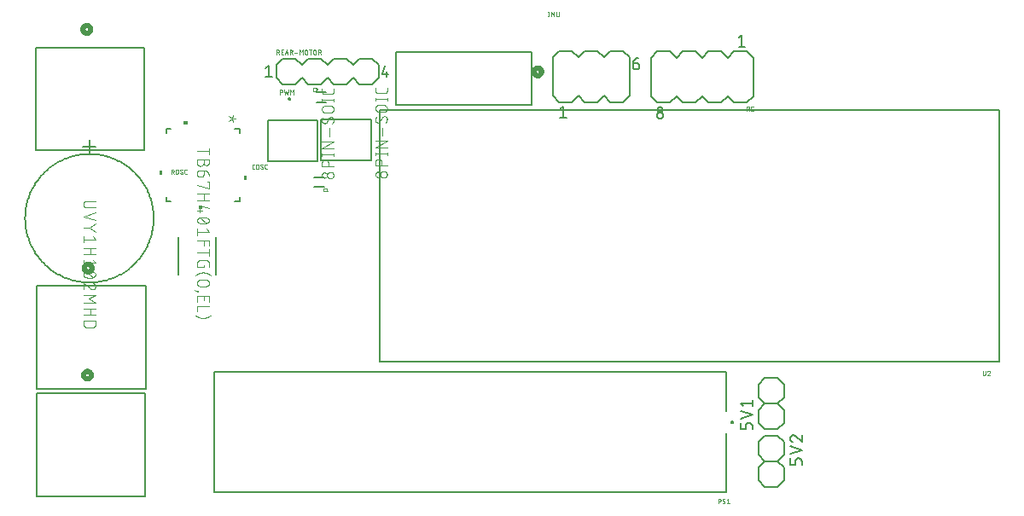
<source format=gbr>
G04 EAGLE Gerber RS-274X export*
G75*
%MOMM*%
%FSLAX34Y34*%
%LPD*%
%INSilkscreen Top*%
%IPPOS*%
%AMOC8*
5,1,8,0,0,1.08239X$1,22.5*%
G01*
%ADD10C,0.152400*%
%ADD11C,0.127000*%
%ADD12C,0.050800*%
%ADD13C,0.101600*%
%ADD14C,0.076200*%
%ADD15C,0.200000*%
%ADD16C,0.508000*%
%ADD17C,0.025400*%

G36*
X204407Y445463D02*
X204407Y445463D01*
X204409Y445462D01*
X204452Y445482D01*
X204496Y445500D01*
X204496Y445502D01*
X204498Y445503D01*
X204531Y445588D01*
X204531Y448128D01*
X204530Y448130D01*
X204531Y448132D01*
X204511Y448175D01*
X204493Y448219D01*
X204491Y448219D01*
X204490Y448221D01*
X204405Y448254D01*
X200595Y448254D01*
X200593Y448253D01*
X200591Y448254D01*
X200548Y448234D01*
X200504Y448216D01*
X200504Y448214D01*
X200502Y448213D01*
X200469Y448128D01*
X200469Y445588D01*
X200470Y445586D01*
X200469Y445584D01*
X200489Y445541D01*
X200507Y445497D01*
X200509Y445497D01*
X200510Y445495D01*
X200595Y445462D01*
X204405Y445462D01*
X204407Y445463D01*
G37*
G36*
X179414Y395470D02*
X179414Y395470D01*
X179416Y395469D01*
X179459Y395489D01*
X179503Y395507D01*
X179503Y395509D01*
X179505Y395510D01*
X179538Y395595D01*
X179538Y399405D01*
X179537Y399407D01*
X179538Y399409D01*
X179518Y399452D01*
X179500Y399496D01*
X179498Y399496D01*
X179497Y399498D01*
X179412Y399531D01*
X176872Y399531D01*
X176870Y399530D01*
X176868Y399531D01*
X176825Y399511D01*
X176781Y399493D01*
X176781Y399491D01*
X176779Y399490D01*
X176746Y399405D01*
X176746Y395595D01*
X176747Y395593D01*
X176746Y395591D01*
X176766Y395548D01*
X176784Y395504D01*
X176786Y395504D01*
X176787Y395502D01*
X176872Y395469D01*
X179412Y395469D01*
X179414Y395470D01*
G37*
G36*
X263130Y390470D02*
X263130Y390470D01*
X263132Y390469D01*
X263175Y390489D01*
X263219Y390507D01*
X263219Y390509D01*
X263221Y390510D01*
X263254Y390595D01*
X263254Y394405D01*
X263253Y394407D01*
X263254Y394409D01*
X263234Y394452D01*
X263216Y394496D01*
X263214Y394496D01*
X263213Y394498D01*
X263128Y394531D01*
X260588Y394531D01*
X260586Y394530D01*
X260584Y394531D01*
X260541Y394511D01*
X260497Y394493D01*
X260497Y394491D01*
X260495Y394490D01*
X260462Y394405D01*
X260462Y390595D01*
X260463Y390593D01*
X260462Y390591D01*
X260482Y390548D01*
X260500Y390504D01*
X260502Y390504D01*
X260503Y390502D01*
X260588Y390469D01*
X263128Y390469D01*
X263130Y390470D01*
G37*
G36*
X219407Y361747D02*
X219407Y361747D01*
X219409Y361746D01*
X219452Y361766D01*
X219496Y361784D01*
X219496Y361786D01*
X219498Y361787D01*
X219531Y361872D01*
X219531Y364412D01*
X219530Y364414D01*
X219531Y364416D01*
X219511Y364459D01*
X219493Y364503D01*
X219491Y364503D01*
X219490Y364505D01*
X219405Y364538D01*
X215595Y364538D01*
X215593Y364537D01*
X215591Y364538D01*
X215548Y364518D01*
X215504Y364500D01*
X215504Y364498D01*
X215502Y364497D01*
X215469Y364412D01*
X215469Y361872D01*
X215470Y361870D01*
X215469Y361868D01*
X215489Y361825D01*
X215507Y361781D01*
X215509Y361781D01*
X215510Y361779D01*
X215595Y361746D01*
X219405Y361746D01*
X219407Y361747D01*
G37*
D10*
X573450Y518300D02*
X586150Y518300D01*
X592500Y511950D01*
X598850Y518300D01*
X611550Y518300D01*
X617900Y511950D01*
X573450Y518300D02*
X567100Y511950D01*
X617900Y511950D02*
X624250Y518300D01*
X636950Y518300D01*
X643300Y511950D01*
X643300Y473850D01*
X592500Y473850D02*
X586150Y467500D01*
X611550Y467500D02*
X617900Y473850D01*
X611550Y467500D02*
X598850Y467500D01*
X592500Y473850D01*
X567100Y473850D02*
X567100Y511950D01*
X567100Y473850D02*
X573450Y467500D01*
X586150Y467500D01*
X636950Y467500D02*
X643300Y473850D01*
X636950Y467500D02*
X624250Y467500D01*
X617900Y473850D01*
D11*
X577260Y463055D02*
X574085Y460515D01*
X577260Y463055D02*
X577260Y451625D01*
X574085Y451625D02*
X580435Y451625D01*
X646475Y506235D02*
X650285Y506235D01*
X650385Y506233D01*
X650484Y506227D01*
X650584Y506217D01*
X650682Y506204D01*
X650781Y506186D01*
X650878Y506165D01*
X650974Y506140D01*
X651070Y506111D01*
X651164Y506078D01*
X651257Y506042D01*
X651348Y506002D01*
X651438Y505958D01*
X651526Y505911D01*
X651612Y505861D01*
X651696Y505807D01*
X651778Y505750D01*
X651857Y505690D01*
X651935Y505626D01*
X652009Y505560D01*
X652081Y505491D01*
X652150Y505419D01*
X652216Y505345D01*
X652280Y505267D01*
X652340Y505188D01*
X652397Y505106D01*
X652451Y505022D01*
X652501Y504936D01*
X652548Y504848D01*
X652592Y504758D01*
X652632Y504667D01*
X652668Y504574D01*
X652701Y504480D01*
X652730Y504384D01*
X652755Y504288D01*
X652776Y504191D01*
X652794Y504092D01*
X652807Y503994D01*
X652817Y503894D01*
X652823Y503795D01*
X652825Y503695D01*
X652825Y503060D01*
X652823Y502949D01*
X652817Y502839D01*
X652808Y502728D01*
X652794Y502618D01*
X652777Y502509D01*
X652756Y502400D01*
X652731Y502292D01*
X652702Y502185D01*
X652670Y502079D01*
X652634Y501974D01*
X652594Y501871D01*
X652551Y501769D01*
X652504Y501668D01*
X652453Y501569D01*
X652400Y501472D01*
X652343Y501378D01*
X652282Y501285D01*
X652219Y501194D01*
X652152Y501105D01*
X652082Y501019D01*
X652009Y500936D01*
X651934Y500854D01*
X651856Y500776D01*
X651774Y500701D01*
X651691Y500628D01*
X651605Y500558D01*
X651516Y500491D01*
X651425Y500428D01*
X651332Y500367D01*
X651238Y500310D01*
X651141Y500257D01*
X651042Y500206D01*
X650941Y500159D01*
X650839Y500116D01*
X650736Y500076D01*
X650631Y500040D01*
X650525Y500008D01*
X650418Y499979D01*
X650310Y499954D01*
X650201Y499933D01*
X650092Y499916D01*
X649982Y499902D01*
X649871Y499893D01*
X649761Y499887D01*
X649650Y499885D01*
X649539Y499887D01*
X649429Y499893D01*
X649318Y499902D01*
X649208Y499916D01*
X649099Y499933D01*
X648990Y499954D01*
X648882Y499979D01*
X648775Y500008D01*
X648669Y500040D01*
X648564Y500076D01*
X648461Y500116D01*
X648359Y500159D01*
X648258Y500206D01*
X648159Y500257D01*
X648063Y500310D01*
X647968Y500367D01*
X647875Y500428D01*
X647784Y500491D01*
X647695Y500558D01*
X647609Y500628D01*
X647526Y500701D01*
X647444Y500776D01*
X647366Y500854D01*
X647291Y500936D01*
X647218Y501019D01*
X647148Y501105D01*
X647081Y501194D01*
X647018Y501285D01*
X646957Y501378D01*
X646900Y501473D01*
X646847Y501569D01*
X646796Y501668D01*
X646749Y501769D01*
X646706Y501871D01*
X646666Y501974D01*
X646630Y502079D01*
X646598Y502185D01*
X646569Y502292D01*
X646544Y502400D01*
X646523Y502509D01*
X646506Y502618D01*
X646492Y502728D01*
X646483Y502839D01*
X646477Y502949D01*
X646475Y503060D01*
X646475Y506235D01*
X646477Y506375D01*
X646483Y506515D01*
X646492Y506655D01*
X646506Y506794D01*
X646523Y506933D01*
X646544Y507071D01*
X646569Y507209D01*
X646598Y507346D01*
X646630Y507482D01*
X646667Y507617D01*
X646707Y507751D01*
X646750Y507884D01*
X646798Y508016D01*
X646848Y508147D01*
X646903Y508276D01*
X646961Y508403D01*
X647022Y508529D01*
X647087Y508653D01*
X647156Y508775D01*
X647227Y508895D01*
X647302Y509013D01*
X647380Y509130D01*
X647462Y509244D01*
X647546Y509355D01*
X647634Y509464D01*
X647724Y509571D01*
X647818Y509676D01*
X647914Y509777D01*
X648013Y509876D01*
X648114Y509972D01*
X648219Y510066D01*
X648326Y510156D01*
X648435Y510244D01*
X648546Y510328D01*
X648660Y510410D01*
X648777Y510488D01*
X648895Y510563D01*
X649015Y510634D01*
X649137Y510703D01*
X649261Y510768D01*
X649387Y510829D01*
X649514Y510887D01*
X649643Y510942D01*
X649774Y510992D01*
X649906Y511040D01*
X650039Y511083D01*
X650173Y511123D01*
X650308Y511160D01*
X650444Y511192D01*
X650581Y511221D01*
X650719Y511246D01*
X650857Y511267D01*
X650996Y511284D01*
X651135Y511298D01*
X651275Y511307D01*
X651415Y511313D01*
X651555Y511315D01*
D12*
X562853Y552364D02*
X562853Y556856D01*
X562354Y552364D02*
X563352Y552364D01*
X563352Y556856D02*
X562354Y556856D01*
X565406Y556856D02*
X565406Y552364D01*
X566903Y554360D02*
X565406Y556856D01*
X566903Y554360D02*
X568400Y556856D01*
X568400Y552364D01*
X570755Y553612D02*
X570755Y556856D01*
X570755Y553612D02*
X570757Y553543D01*
X570763Y553475D01*
X570772Y553407D01*
X570785Y553339D01*
X570802Y553272D01*
X570823Y553207D01*
X570847Y553142D01*
X570874Y553079D01*
X570905Y553018D01*
X570940Y552958D01*
X570977Y552901D01*
X571018Y552845D01*
X571062Y552792D01*
X571108Y552742D01*
X571158Y552694D01*
X571210Y552649D01*
X571264Y552606D01*
X571320Y552567D01*
X571379Y552531D01*
X571439Y552498D01*
X571502Y552469D01*
X571565Y552443D01*
X571630Y552421D01*
X571697Y552402D01*
X571764Y552387D01*
X571832Y552376D01*
X571900Y552368D01*
X571969Y552364D01*
X572037Y552364D01*
X572106Y552368D01*
X572174Y552376D01*
X572242Y552387D01*
X572309Y552402D01*
X572376Y552421D01*
X572441Y552443D01*
X572504Y552469D01*
X572567Y552498D01*
X572627Y552531D01*
X572686Y552567D01*
X572742Y552606D01*
X572796Y552649D01*
X572848Y552694D01*
X572898Y552742D01*
X572944Y552792D01*
X572988Y552845D01*
X573029Y552901D01*
X573066Y552958D01*
X573101Y553018D01*
X573132Y553079D01*
X573159Y553142D01*
X573183Y553207D01*
X573204Y553272D01*
X573221Y553339D01*
X573234Y553407D01*
X573243Y553475D01*
X573249Y553543D01*
X573251Y553612D01*
X573251Y556856D01*
D10*
X747050Y467090D02*
X759750Y467090D01*
X747050Y467090D02*
X740700Y473440D01*
X734350Y467090D01*
X721650Y467090D01*
X715300Y473440D01*
X759750Y467090D02*
X766100Y473440D01*
X715300Y473440D02*
X708950Y467090D01*
X696250Y467090D01*
X689900Y473440D01*
X683550Y467090D02*
X670850Y467090D01*
X683550Y467090D02*
X689900Y473440D01*
X670850Y467090D02*
X664500Y473440D01*
X664500Y511540D01*
X740700Y511540D02*
X747050Y517890D01*
X721650Y517890D02*
X715300Y511540D01*
X721650Y517890D02*
X734350Y517890D01*
X740700Y511540D01*
X766100Y511540D02*
X766100Y473440D01*
X766100Y511540D02*
X759750Y517890D01*
X747050Y517890D01*
X696250Y517890D02*
X689900Y511540D01*
X696250Y517890D02*
X708950Y517890D01*
X715300Y511540D01*
X689900Y511540D02*
X683550Y517890D01*
X670850Y517890D01*
X664500Y511540D01*
D11*
X751495Y531225D02*
X754670Y533765D01*
X754670Y522335D01*
X751495Y522335D02*
X757845Y522335D01*
X676565Y454390D02*
X676563Y454501D01*
X676557Y454611D01*
X676548Y454722D01*
X676534Y454832D01*
X676517Y454941D01*
X676496Y455050D01*
X676471Y455158D01*
X676442Y455265D01*
X676410Y455371D01*
X676374Y455476D01*
X676334Y455579D01*
X676291Y455681D01*
X676244Y455782D01*
X676193Y455881D01*
X676140Y455978D01*
X676083Y456072D01*
X676022Y456165D01*
X675959Y456256D01*
X675892Y456345D01*
X675822Y456431D01*
X675749Y456514D01*
X675674Y456596D01*
X675596Y456674D01*
X675514Y456749D01*
X675431Y456822D01*
X675345Y456892D01*
X675256Y456959D01*
X675165Y457022D01*
X675072Y457083D01*
X674978Y457140D01*
X674881Y457193D01*
X674782Y457244D01*
X674681Y457291D01*
X674579Y457334D01*
X674476Y457374D01*
X674371Y457410D01*
X674265Y457442D01*
X674158Y457471D01*
X674050Y457496D01*
X673941Y457517D01*
X673832Y457534D01*
X673722Y457548D01*
X673611Y457557D01*
X673501Y457563D01*
X673390Y457565D01*
X673279Y457563D01*
X673169Y457557D01*
X673058Y457548D01*
X672948Y457534D01*
X672839Y457517D01*
X672730Y457496D01*
X672622Y457471D01*
X672515Y457442D01*
X672409Y457410D01*
X672304Y457374D01*
X672201Y457334D01*
X672099Y457291D01*
X671998Y457244D01*
X671899Y457193D01*
X671803Y457140D01*
X671708Y457083D01*
X671615Y457022D01*
X671524Y456959D01*
X671435Y456892D01*
X671349Y456822D01*
X671266Y456749D01*
X671184Y456674D01*
X671106Y456596D01*
X671031Y456514D01*
X670958Y456431D01*
X670888Y456345D01*
X670821Y456256D01*
X670758Y456165D01*
X670697Y456072D01*
X670640Y455978D01*
X670587Y455881D01*
X670536Y455782D01*
X670489Y455681D01*
X670446Y455579D01*
X670406Y455476D01*
X670370Y455371D01*
X670338Y455265D01*
X670309Y455158D01*
X670284Y455050D01*
X670263Y454941D01*
X670246Y454832D01*
X670232Y454722D01*
X670223Y454611D01*
X670217Y454501D01*
X670215Y454390D01*
X670217Y454279D01*
X670223Y454169D01*
X670232Y454058D01*
X670246Y453948D01*
X670263Y453839D01*
X670284Y453730D01*
X670309Y453622D01*
X670338Y453515D01*
X670370Y453409D01*
X670406Y453304D01*
X670446Y453201D01*
X670489Y453099D01*
X670536Y452998D01*
X670587Y452899D01*
X670640Y452803D01*
X670697Y452708D01*
X670758Y452615D01*
X670821Y452524D01*
X670888Y452435D01*
X670958Y452349D01*
X671031Y452266D01*
X671106Y452184D01*
X671184Y452106D01*
X671266Y452031D01*
X671349Y451958D01*
X671435Y451888D01*
X671524Y451821D01*
X671615Y451758D01*
X671708Y451697D01*
X671803Y451640D01*
X671899Y451587D01*
X671998Y451536D01*
X672099Y451489D01*
X672201Y451446D01*
X672304Y451406D01*
X672409Y451370D01*
X672515Y451338D01*
X672622Y451309D01*
X672730Y451284D01*
X672839Y451263D01*
X672948Y451246D01*
X673058Y451232D01*
X673169Y451223D01*
X673279Y451217D01*
X673390Y451215D01*
X673501Y451217D01*
X673611Y451223D01*
X673722Y451232D01*
X673832Y451246D01*
X673941Y451263D01*
X674050Y451284D01*
X674158Y451309D01*
X674265Y451338D01*
X674371Y451370D01*
X674476Y451406D01*
X674579Y451446D01*
X674681Y451489D01*
X674782Y451536D01*
X674881Y451587D01*
X674978Y451640D01*
X675072Y451697D01*
X675165Y451758D01*
X675256Y451821D01*
X675345Y451888D01*
X675431Y451958D01*
X675514Y452031D01*
X675596Y452106D01*
X675674Y452184D01*
X675749Y452266D01*
X675822Y452349D01*
X675892Y452435D01*
X675959Y452524D01*
X676022Y452615D01*
X676083Y452708D01*
X676140Y452802D01*
X676193Y452899D01*
X676244Y452998D01*
X676291Y453099D01*
X676334Y453201D01*
X676374Y453304D01*
X676410Y453409D01*
X676442Y453515D01*
X676471Y453622D01*
X676496Y453730D01*
X676517Y453839D01*
X676534Y453948D01*
X676548Y454058D01*
X676557Y454169D01*
X676563Y454279D01*
X676565Y454390D01*
X675930Y460105D02*
X675928Y460205D01*
X675922Y460304D01*
X675912Y460404D01*
X675899Y460502D01*
X675881Y460601D01*
X675860Y460698D01*
X675835Y460794D01*
X675806Y460890D01*
X675773Y460984D01*
X675737Y461077D01*
X675697Y461168D01*
X675653Y461258D01*
X675606Y461346D01*
X675556Y461432D01*
X675502Y461516D01*
X675445Y461598D01*
X675385Y461677D01*
X675321Y461755D01*
X675255Y461829D01*
X675186Y461901D01*
X675114Y461970D01*
X675040Y462036D01*
X674962Y462100D01*
X674883Y462160D01*
X674801Y462217D01*
X674717Y462271D01*
X674631Y462321D01*
X674543Y462368D01*
X674453Y462412D01*
X674362Y462452D01*
X674269Y462488D01*
X674175Y462521D01*
X674079Y462550D01*
X673983Y462575D01*
X673886Y462596D01*
X673787Y462614D01*
X673689Y462627D01*
X673589Y462637D01*
X673490Y462643D01*
X673390Y462645D01*
X673290Y462643D01*
X673191Y462637D01*
X673091Y462627D01*
X672993Y462614D01*
X672894Y462596D01*
X672797Y462575D01*
X672701Y462550D01*
X672605Y462521D01*
X672511Y462488D01*
X672418Y462452D01*
X672327Y462412D01*
X672237Y462368D01*
X672149Y462321D01*
X672063Y462271D01*
X671979Y462217D01*
X671897Y462160D01*
X671818Y462100D01*
X671740Y462036D01*
X671666Y461970D01*
X671594Y461901D01*
X671525Y461829D01*
X671459Y461755D01*
X671395Y461677D01*
X671335Y461598D01*
X671278Y461516D01*
X671224Y461432D01*
X671174Y461346D01*
X671127Y461258D01*
X671083Y461168D01*
X671043Y461077D01*
X671007Y460984D01*
X670974Y460890D01*
X670945Y460794D01*
X670920Y460698D01*
X670899Y460601D01*
X670881Y460502D01*
X670868Y460404D01*
X670858Y460304D01*
X670852Y460205D01*
X670850Y460105D01*
X670852Y460005D01*
X670858Y459906D01*
X670868Y459806D01*
X670881Y459708D01*
X670899Y459609D01*
X670920Y459512D01*
X670945Y459416D01*
X670974Y459320D01*
X671007Y459226D01*
X671043Y459133D01*
X671083Y459042D01*
X671127Y458952D01*
X671174Y458864D01*
X671224Y458778D01*
X671278Y458694D01*
X671335Y458612D01*
X671395Y458533D01*
X671459Y458455D01*
X671525Y458381D01*
X671594Y458309D01*
X671666Y458240D01*
X671740Y458174D01*
X671818Y458110D01*
X671897Y458050D01*
X671979Y457993D01*
X672063Y457939D01*
X672149Y457889D01*
X672237Y457842D01*
X672327Y457798D01*
X672418Y457758D01*
X672511Y457722D01*
X672605Y457689D01*
X672701Y457660D01*
X672797Y457635D01*
X672894Y457614D01*
X672993Y457596D01*
X673091Y457583D01*
X673191Y457573D01*
X673290Y457567D01*
X673390Y457565D01*
X673490Y457567D01*
X673589Y457573D01*
X673689Y457583D01*
X673787Y457596D01*
X673886Y457614D01*
X673983Y457635D01*
X674079Y457660D01*
X674175Y457689D01*
X674269Y457722D01*
X674362Y457758D01*
X674453Y457798D01*
X674543Y457842D01*
X674631Y457889D01*
X674717Y457939D01*
X674801Y457993D01*
X674883Y458050D01*
X674962Y458110D01*
X675040Y458174D01*
X675114Y458240D01*
X675186Y458309D01*
X675255Y458381D01*
X675321Y458455D01*
X675385Y458533D01*
X675445Y458612D01*
X675502Y458694D01*
X675556Y458778D01*
X675606Y458864D01*
X675653Y458952D01*
X675697Y459042D01*
X675737Y459133D01*
X675773Y459226D01*
X675806Y459320D01*
X675835Y459416D01*
X675860Y459512D01*
X675881Y459609D01*
X675899Y459708D01*
X675912Y459806D01*
X675922Y459906D01*
X675928Y460005D01*
X675930Y460105D01*
D12*
X759397Y458534D02*
X759397Y463026D01*
X760645Y463026D01*
X760714Y463024D01*
X760782Y463018D01*
X760850Y463009D01*
X760918Y462996D01*
X760985Y462979D01*
X761050Y462958D01*
X761115Y462934D01*
X761178Y462907D01*
X761239Y462876D01*
X761299Y462841D01*
X761356Y462804D01*
X761412Y462763D01*
X761465Y462719D01*
X761515Y462673D01*
X761563Y462623D01*
X761608Y462571D01*
X761651Y462517D01*
X761690Y462461D01*
X761726Y462402D01*
X761759Y462342D01*
X761788Y462279D01*
X761814Y462216D01*
X761836Y462151D01*
X761855Y462084D01*
X761870Y462017D01*
X761881Y461949D01*
X761889Y461881D01*
X761893Y461812D01*
X761893Y461744D01*
X761889Y461675D01*
X761881Y461607D01*
X761870Y461539D01*
X761855Y461472D01*
X761836Y461405D01*
X761814Y461340D01*
X761788Y461277D01*
X761759Y461214D01*
X761726Y461154D01*
X761690Y461095D01*
X761651Y461039D01*
X761608Y460985D01*
X761563Y460933D01*
X761515Y460883D01*
X761465Y460837D01*
X761412Y460793D01*
X761356Y460752D01*
X761299Y460715D01*
X761239Y460680D01*
X761178Y460649D01*
X761115Y460622D01*
X761050Y460598D01*
X760985Y460577D01*
X760918Y460560D01*
X760850Y460547D01*
X760782Y460538D01*
X760714Y460532D01*
X760645Y460530D01*
X759397Y460530D01*
X760895Y460530D02*
X761893Y458534D01*
X764848Y458534D02*
X765846Y458534D01*
X764848Y458534D02*
X764788Y458536D01*
X764728Y458541D01*
X764668Y458550D01*
X764609Y458563D01*
X764551Y458579D01*
X764494Y458599D01*
X764438Y458622D01*
X764384Y458648D01*
X764332Y458678D01*
X764281Y458711D01*
X764233Y458746D01*
X764186Y458785D01*
X764142Y458826D01*
X764101Y458870D01*
X764062Y458917D01*
X764027Y458965D01*
X763994Y459016D01*
X763964Y459068D01*
X763938Y459122D01*
X763915Y459178D01*
X763895Y459235D01*
X763879Y459293D01*
X763866Y459352D01*
X763857Y459412D01*
X763852Y459472D01*
X763850Y459532D01*
X763850Y462028D01*
X763852Y462091D01*
X763858Y462153D01*
X763868Y462215D01*
X763881Y462276D01*
X763899Y462336D01*
X763920Y462395D01*
X763945Y462453D01*
X763973Y462509D01*
X764005Y462563D01*
X764041Y462615D01*
X764079Y462664D01*
X764120Y462711D01*
X764165Y462755D01*
X764212Y462797D01*
X764261Y462835D01*
X764313Y462871D01*
X764367Y462903D01*
X764423Y462931D01*
X764481Y462956D01*
X764540Y462977D01*
X764600Y462995D01*
X764661Y463008D01*
X764723Y463018D01*
X764785Y463024D01*
X764848Y463026D01*
X765846Y463026D01*
D10*
X311880Y510780D02*
X299180Y510780D01*
X311880Y510780D02*
X318230Y504430D01*
X318230Y491730D02*
X311880Y485380D01*
X318230Y504430D02*
X324580Y510780D01*
X337280Y510780D01*
X343630Y504430D01*
X343630Y491730D02*
X337280Y485380D01*
X324580Y485380D01*
X318230Y491730D01*
X292830Y491730D02*
X292830Y504430D01*
X299180Y510780D01*
X292830Y491730D02*
X299180Y485380D01*
X311880Y485380D01*
X343630Y504430D02*
X349980Y510780D01*
X362680Y510780D01*
X369030Y504430D01*
X369030Y491730D02*
X362680Y485380D01*
X349980Y485380D01*
X343630Y491730D01*
X375380Y510780D02*
X388080Y510780D01*
X394430Y504430D01*
X394430Y491730D01*
X388080Y485380D01*
X369030Y504430D02*
X375380Y510780D01*
X369030Y491730D02*
X375380Y485380D01*
X388080Y485380D01*
D11*
X285210Y503795D02*
X282035Y501255D01*
X285210Y503795D02*
X285210Y492365D01*
X282035Y492365D02*
X288385Y492365D01*
X397605Y494905D02*
X400145Y503795D01*
X397605Y494905D02*
X403955Y494905D01*
X402050Y497445D02*
X402050Y492365D01*
D12*
X293084Y514844D02*
X293084Y519336D01*
X294332Y519336D01*
X294401Y519334D01*
X294469Y519328D01*
X294537Y519319D01*
X294605Y519306D01*
X294672Y519289D01*
X294737Y519268D01*
X294802Y519244D01*
X294865Y519217D01*
X294926Y519186D01*
X294986Y519151D01*
X295043Y519114D01*
X295099Y519073D01*
X295152Y519029D01*
X295202Y518983D01*
X295250Y518933D01*
X295295Y518881D01*
X295338Y518827D01*
X295377Y518771D01*
X295413Y518712D01*
X295446Y518652D01*
X295475Y518589D01*
X295501Y518526D01*
X295523Y518461D01*
X295542Y518394D01*
X295557Y518327D01*
X295568Y518259D01*
X295576Y518191D01*
X295580Y518122D01*
X295580Y518054D01*
X295576Y517985D01*
X295568Y517917D01*
X295557Y517849D01*
X295542Y517782D01*
X295523Y517715D01*
X295501Y517650D01*
X295475Y517587D01*
X295446Y517524D01*
X295413Y517464D01*
X295377Y517405D01*
X295338Y517349D01*
X295295Y517295D01*
X295250Y517243D01*
X295202Y517193D01*
X295152Y517147D01*
X295099Y517103D01*
X295043Y517062D01*
X294986Y517025D01*
X294926Y516990D01*
X294865Y516959D01*
X294802Y516932D01*
X294737Y516908D01*
X294672Y516887D01*
X294605Y516870D01*
X294537Y516857D01*
X294469Y516848D01*
X294401Y516842D01*
X294332Y516840D01*
X293084Y516840D01*
X294581Y516840D02*
X295580Y514844D01*
X297711Y514844D02*
X299708Y514844D01*
X297711Y514844D02*
X297711Y519336D01*
X299708Y519336D01*
X299208Y517340D02*
X297711Y517340D01*
X301201Y514844D02*
X302699Y519336D01*
X304196Y514844D01*
X303822Y515967D02*
X301576Y515967D01*
X306134Y514844D02*
X306134Y519336D01*
X307382Y519336D01*
X307451Y519334D01*
X307519Y519328D01*
X307587Y519319D01*
X307655Y519306D01*
X307722Y519289D01*
X307787Y519268D01*
X307852Y519244D01*
X307915Y519217D01*
X307976Y519186D01*
X308036Y519151D01*
X308093Y519114D01*
X308149Y519073D01*
X308202Y519029D01*
X308252Y518983D01*
X308300Y518933D01*
X308345Y518881D01*
X308388Y518827D01*
X308427Y518771D01*
X308463Y518712D01*
X308496Y518652D01*
X308525Y518589D01*
X308551Y518526D01*
X308573Y518461D01*
X308592Y518394D01*
X308607Y518327D01*
X308618Y518259D01*
X308626Y518191D01*
X308630Y518122D01*
X308630Y518054D01*
X308626Y517985D01*
X308618Y517917D01*
X308607Y517849D01*
X308592Y517782D01*
X308573Y517715D01*
X308551Y517650D01*
X308525Y517587D01*
X308496Y517524D01*
X308463Y517464D01*
X308427Y517405D01*
X308388Y517349D01*
X308345Y517295D01*
X308300Y517243D01*
X308252Y517193D01*
X308202Y517147D01*
X308149Y517103D01*
X308093Y517062D01*
X308036Y517025D01*
X307976Y516990D01*
X307915Y516959D01*
X307852Y516932D01*
X307787Y516908D01*
X307722Y516887D01*
X307655Y516870D01*
X307587Y516857D01*
X307519Y516848D01*
X307451Y516842D01*
X307382Y516840D01*
X306134Y516840D01*
X307631Y516840D02*
X308629Y514844D01*
X310651Y516591D02*
X313646Y516591D01*
X315901Y514844D02*
X315901Y519336D01*
X317399Y516840D01*
X318896Y519336D01*
X318896Y514844D01*
X321101Y516092D02*
X321101Y518088D01*
X321103Y518157D01*
X321109Y518225D01*
X321118Y518293D01*
X321131Y518361D01*
X321148Y518428D01*
X321169Y518493D01*
X321193Y518558D01*
X321220Y518621D01*
X321251Y518682D01*
X321286Y518742D01*
X321323Y518799D01*
X321364Y518855D01*
X321408Y518908D01*
X321454Y518958D01*
X321504Y519006D01*
X321556Y519051D01*
X321610Y519094D01*
X321666Y519133D01*
X321725Y519169D01*
X321785Y519202D01*
X321848Y519231D01*
X321911Y519257D01*
X321976Y519279D01*
X322043Y519298D01*
X322110Y519313D01*
X322178Y519324D01*
X322246Y519332D01*
X322315Y519336D01*
X322383Y519336D01*
X322452Y519332D01*
X322520Y519324D01*
X322588Y519313D01*
X322655Y519298D01*
X322722Y519279D01*
X322787Y519257D01*
X322850Y519231D01*
X322913Y519202D01*
X322973Y519169D01*
X323032Y519133D01*
X323088Y519094D01*
X323142Y519051D01*
X323194Y519006D01*
X323244Y518958D01*
X323290Y518908D01*
X323334Y518855D01*
X323375Y518799D01*
X323412Y518742D01*
X323447Y518682D01*
X323478Y518621D01*
X323505Y518558D01*
X323529Y518493D01*
X323550Y518428D01*
X323567Y518361D01*
X323580Y518293D01*
X323589Y518225D01*
X323595Y518157D01*
X323597Y518088D01*
X323596Y518088D02*
X323596Y516092D01*
X323597Y516092D02*
X323595Y516023D01*
X323589Y515955D01*
X323580Y515887D01*
X323567Y515819D01*
X323550Y515752D01*
X323529Y515687D01*
X323505Y515622D01*
X323478Y515559D01*
X323447Y515498D01*
X323412Y515438D01*
X323375Y515381D01*
X323334Y515325D01*
X323290Y515272D01*
X323244Y515222D01*
X323194Y515174D01*
X323142Y515129D01*
X323088Y515086D01*
X323032Y515047D01*
X322973Y515011D01*
X322913Y514978D01*
X322850Y514949D01*
X322787Y514923D01*
X322722Y514901D01*
X322655Y514882D01*
X322588Y514867D01*
X322520Y514856D01*
X322452Y514848D01*
X322383Y514844D01*
X322315Y514844D01*
X322246Y514848D01*
X322178Y514856D01*
X322110Y514867D01*
X322043Y514882D01*
X321976Y514901D01*
X321911Y514923D01*
X321848Y514949D01*
X321785Y514978D01*
X321725Y515011D01*
X321666Y515047D01*
X321610Y515086D01*
X321556Y515129D01*
X321504Y515174D01*
X321454Y515222D01*
X321408Y515272D01*
X321364Y515325D01*
X321323Y515381D01*
X321286Y515438D01*
X321251Y515498D01*
X321220Y515559D01*
X321193Y515622D01*
X321169Y515687D01*
X321148Y515752D01*
X321131Y515819D01*
X321118Y515887D01*
X321109Y515955D01*
X321103Y516023D01*
X321101Y516092D01*
X326549Y514844D02*
X326549Y519336D01*
X327796Y519336D02*
X325301Y519336D01*
X329501Y518088D02*
X329501Y516092D01*
X329501Y518088D02*
X329503Y518157D01*
X329509Y518225D01*
X329518Y518293D01*
X329531Y518361D01*
X329548Y518428D01*
X329569Y518493D01*
X329593Y518558D01*
X329620Y518621D01*
X329651Y518682D01*
X329686Y518742D01*
X329723Y518799D01*
X329764Y518855D01*
X329808Y518908D01*
X329854Y518958D01*
X329904Y519006D01*
X329956Y519051D01*
X330010Y519094D01*
X330066Y519133D01*
X330125Y519169D01*
X330185Y519202D01*
X330248Y519231D01*
X330311Y519257D01*
X330376Y519279D01*
X330443Y519298D01*
X330510Y519313D01*
X330578Y519324D01*
X330646Y519332D01*
X330715Y519336D01*
X330783Y519336D01*
X330852Y519332D01*
X330920Y519324D01*
X330988Y519313D01*
X331055Y519298D01*
X331122Y519279D01*
X331187Y519257D01*
X331250Y519231D01*
X331313Y519202D01*
X331373Y519169D01*
X331432Y519133D01*
X331488Y519094D01*
X331542Y519051D01*
X331594Y519006D01*
X331644Y518958D01*
X331690Y518908D01*
X331734Y518855D01*
X331775Y518799D01*
X331812Y518742D01*
X331847Y518682D01*
X331878Y518621D01*
X331905Y518558D01*
X331929Y518493D01*
X331950Y518428D01*
X331967Y518361D01*
X331980Y518293D01*
X331989Y518225D01*
X331995Y518157D01*
X331997Y518088D01*
X331996Y518088D02*
X331996Y516092D01*
X331997Y516092D02*
X331995Y516023D01*
X331989Y515955D01*
X331980Y515887D01*
X331967Y515819D01*
X331950Y515752D01*
X331929Y515687D01*
X331905Y515622D01*
X331878Y515559D01*
X331847Y515498D01*
X331812Y515438D01*
X331775Y515381D01*
X331734Y515325D01*
X331690Y515272D01*
X331644Y515222D01*
X331594Y515174D01*
X331542Y515129D01*
X331488Y515086D01*
X331432Y515047D01*
X331373Y515011D01*
X331313Y514978D01*
X331250Y514949D01*
X331187Y514923D01*
X331122Y514901D01*
X331055Y514882D01*
X330988Y514867D01*
X330920Y514856D01*
X330852Y514848D01*
X330783Y514844D01*
X330715Y514844D01*
X330646Y514848D01*
X330578Y514856D01*
X330510Y514867D01*
X330443Y514882D01*
X330376Y514901D01*
X330311Y514923D01*
X330248Y514949D01*
X330185Y514978D01*
X330125Y515011D01*
X330066Y515047D01*
X330010Y515086D01*
X329956Y515129D01*
X329904Y515174D01*
X329854Y515222D01*
X329808Y515272D01*
X329764Y515325D01*
X329723Y515381D01*
X329686Y515438D01*
X329651Y515498D01*
X329620Y515559D01*
X329593Y515622D01*
X329569Y515687D01*
X329548Y515752D01*
X329531Y515819D01*
X329518Y515887D01*
X329509Y515955D01*
X329503Y516023D01*
X329501Y516092D01*
X334184Y514844D02*
X334184Y519336D01*
X335431Y519336D01*
X335500Y519334D01*
X335568Y519328D01*
X335636Y519319D01*
X335704Y519306D01*
X335771Y519289D01*
X335836Y519268D01*
X335901Y519244D01*
X335964Y519217D01*
X336025Y519186D01*
X336085Y519151D01*
X336142Y519114D01*
X336198Y519073D01*
X336251Y519029D01*
X336301Y518983D01*
X336349Y518933D01*
X336394Y518881D01*
X336437Y518827D01*
X336476Y518771D01*
X336512Y518712D01*
X336545Y518652D01*
X336574Y518589D01*
X336600Y518526D01*
X336622Y518461D01*
X336641Y518394D01*
X336656Y518327D01*
X336667Y518259D01*
X336675Y518191D01*
X336679Y518122D01*
X336679Y518054D01*
X336675Y517985D01*
X336667Y517917D01*
X336656Y517849D01*
X336641Y517782D01*
X336622Y517715D01*
X336600Y517650D01*
X336574Y517587D01*
X336545Y517524D01*
X336512Y517464D01*
X336476Y517405D01*
X336437Y517349D01*
X336394Y517295D01*
X336349Y517243D01*
X336301Y517193D01*
X336251Y517147D01*
X336198Y517103D01*
X336142Y517062D01*
X336085Y517025D01*
X336025Y516990D01*
X335964Y516959D01*
X335901Y516932D01*
X335836Y516908D01*
X335771Y516887D01*
X335704Y516870D01*
X335636Y516857D01*
X335568Y516848D01*
X335500Y516842D01*
X335431Y516840D01*
X334184Y516840D01*
X335681Y516840D02*
X336679Y514844D01*
D11*
X333630Y449550D02*
X333630Y408910D01*
X333630Y449550D02*
X284100Y449550D01*
X284100Y408910D01*
X333630Y408910D01*
D13*
X346386Y398130D02*
X346273Y398128D01*
X346160Y398122D01*
X346047Y398112D01*
X345934Y398098D01*
X345822Y398081D01*
X345711Y398059D01*
X345601Y398034D01*
X345491Y398004D01*
X345383Y397971D01*
X345276Y397934D01*
X345170Y397894D01*
X345066Y397849D01*
X344963Y397801D01*
X344862Y397750D01*
X344763Y397695D01*
X344666Y397637D01*
X344571Y397575D01*
X344478Y397510D01*
X344388Y397442D01*
X344300Y397371D01*
X344214Y397296D01*
X344131Y397219D01*
X344051Y397139D01*
X343974Y397056D01*
X343899Y396970D01*
X343828Y396882D01*
X343760Y396792D01*
X343695Y396699D01*
X343633Y396604D01*
X343575Y396507D01*
X343520Y396408D01*
X343469Y396307D01*
X343421Y396204D01*
X343376Y396100D01*
X343336Y395994D01*
X343299Y395887D01*
X343266Y395779D01*
X343236Y395669D01*
X343211Y395559D01*
X343189Y395448D01*
X343172Y395336D01*
X343158Y395223D01*
X343148Y395110D01*
X343142Y394997D01*
X343140Y394884D01*
X343142Y394771D01*
X343148Y394658D01*
X343158Y394545D01*
X343172Y394432D01*
X343189Y394320D01*
X343211Y394209D01*
X343236Y394099D01*
X343266Y393989D01*
X343299Y393881D01*
X343336Y393774D01*
X343376Y393668D01*
X343421Y393564D01*
X343469Y393461D01*
X343520Y393360D01*
X343575Y393261D01*
X343633Y393164D01*
X343695Y393069D01*
X343760Y392976D01*
X343828Y392886D01*
X343899Y392798D01*
X343974Y392712D01*
X344051Y392629D01*
X344131Y392549D01*
X344214Y392472D01*
X344300Y392397D01*
X344388Y392326D01*
X344478Y392258D01*
X344571Y392193D01*
X344666Y392131D01*
X344763Y392073D01*
X344862Y392018D01*
X344963Y391967D01*
X345066Y391919D01*
X345170Y391874D01*
X345276Y391834D01*
X345383Y391797D01*
X345491Y391764D01*
X345601Y391734D01*
X345711Y391709D01*
X345822Y391687D01*
X345934Y391670D01*
X346047Y391656D01*
X346160Y391646D01*
X346273Y391640D01*
X346386Y391638D01*
X346499Y391640D01*
X346612Y391646D01*
X346725Y391656D01*
X346838Y391670D01*
X346950Y391687D01*
X347061Y391709D01*
X347171Y391734D01*
X347281Y391764D01*
X347389Y391797D01*
X347496Y391834D01*
X347602Y391874D01*
X347706Y391919D01*
X347809Y391967D01*
X347910Y392018D01*
X348009Y392073D01*
X348106Y392131D01*
X348201Y392193D01*
X348294Y392258D01*
X348384Y392326D01*
X348472Y392397D01*
X348558Y392472D01*
X348641Y392549D01*
X348721Y392629D01*
X348798Y392712D01*
X348873Y392798D01*
X348944Y392886D01*
X349012Y392976D01*
X349077Y393069D01*
X349139Y393164D01*
X349197Y393261D01*
X349252Y393360D01*
X349303Y393461D01*
X349351Y393564D01*
X349396Y393668D01*
X349436Y393774D01*
X349473Y393881D01*
X349506Y393989D01*
X349536Y394099D01*
X349561Y394209D01*
X349583Y394320D01*
X349600Y394432D01*
X349614Y394545D01*
X349624Y394658D01*
X349630Y394771D01*
X349632Y394884D01*
X349630Y394997D01*
X349624Y395110D01*
X349614Y395223D01*
X349600Y395336D01*
X349583Y395448D01*
X349561Y395559D01*
X349536Y395669D01*
X349506Y395779D01*
X349473Y395887D01*
X349436Y395994D01*
X349396Y396100D01*
X349351Y396204D01*
X349303Y396307D01*
X349252Y396408D01*
X349197Y396507D01*
X349139Y396604D01*
X349077Y396699D01*
X349012Y396792D01*
X348944Y396882D01*
X348873Y396970D01*
X348798Y397056D01*
X348721Y397139D01*
X348641Y397219D01*
X348558Y397296D01*
X348472Y397371D01*
X348384Y397442D01*
X348294Y397510D01*
X348201Y397575D01*
X348106Y397637D01*
X348009Y397695D01*
X347910Y397750D01*
X347809Y397801D01*
X347706Y397849D01*
X347602Y397894D01*
X347496Y397934D01*
X347389Y397971D01*
X347281Y398004D01*
X347171Y398034D01*
X347061Y398059D01*
X346950Y398081D01*
X346838Y398098D01*
X346725Y398112D01*
X346612Y398122D01*
X346499Y398128D01*
X346386Y398130D01*
X340544Y397480D02*
X340443Y397478D01*
X340343Y397472D01*
X340243Y397462D01*
X340143Y397449D01*
X340044Y397431D01*
X339945Y397410D01*
X339848Y397385D01*
X339751Y397356D01*
X339656Y397323D01*
X339562Y397287D01*
X339470Y397247D01*
X339379Y397204D01*
X339290Y397157D01*
X339203Y397107D01*
X339117Y397053D01*
X339034Y396996D01*
X338954Y396936D01*
X338875Y396873D01*
X338799Y396806D01*
X338726Y396737D01*
X338656Y396665D01*
X338588Y396591D01*
X338523Y396514D01*
X338462Y396434D01*
X338403Y396352D01*
X338348Y396268D01*
X338296Y396182D01*
X338247Y396094D01*
X338202Y396004D01*
X338160Y395912D01*
X338122Y395819D01*
X338088Y395724D01*
X338057Y395629D01*
X338030Y395532D01*
X338007Y395434D01*
X337987Y395335D01*
X337972Y395235D01*
X337960Y395135D01*
X337952Y395035D01*
X337948Y394934D01*
X337948Y394834D01*
X337952Y394733D01*
X337960Y394633D01*
X337972Y394533D01*
X337987Y394433D01*
X338007Y394334D01*
X338030Y394236D01*
X338057Y394139D01*
X338088Y394044D01*
X338122Y393949D01*
X338160Y393856D01*
X338202Y393764D01*
X338247Y393674D01*
X338296Y393586D01*
X338348Y393500D01*
X338403Y393416D01*
X338462Y393334D01*
X338523Y393254D01*
X338588Y393177D01*
X338656Y393103D01*
X338726Y393031D01*
X338799Y392962D01*
X338875Y392895D01*
X338954Y392832D01*
X339034Y392772D01*
X339117Y392715D01*
X339203Y392661D01*
X339290Y392611D01*
X339379Y392564D01*
X339470Y392521D01*
X339562Y392481D01*
X339656Y392445D01*
X339751Y392412D01*
X339848Y392383D01*
X339945Y392358D01*
X340044Y392337D01*
X340143Y392319D01*
X340243Y392306D01*
X340343Y392296D01*
X340443Y392290D01*
X340544Y392288D01*
X340645Y392290D01*
X340745Y392296D01*
X340845Y392306D01*
X340945Y392319D01*
X341044Y392337D01*
X341143Y392358D01*
X341240Y392383D01*
X341337Y392412D01*
X341432Y392445D01*
X341526Y392481D01*
X341618Y392521D01*
X341709Y392564D01*
X341798Y392611D01*
X341885Y392661D01*
X341971Y392715D01*
X342054Y392772D01*
X342134Y392832D01*
X342213Y392895D01*
X342289Y392962D01*
X342362Y393031D01*
X342432Y393103D01*
X342500Y393177D01*
X342565Y393254D01*
X342626Y393334D01*
X342685Y393416D01*
X342740Y393500D01*
X342792Y393586D01*
X342841Y393674D01*
X342886Y393764D01*
X342928Y393856D01*
X342966Y393949D01*
X343000Y394044D01*
X343031Y394139D01*
X343058Y394236D01*
X343081Y394334D01*
X343101Y394433D01*
X343116Y394533D01*
X343128Y394633D01*
X343136Y394733D01*
X343140Y394834D01*
X343140Y394934D01*
X343136Y395035D01*
X343128Y395135D01*
X343116Y395235D01*
X343101Y395335D01*
X343081Y395434D01*
X343058Y395532D01*
X343031Y395629D01*
X343000Y395724D01*
X342966Y395819D01*
X342928Y395912D01*
X342886Y396004D01*
X342841Y396094D01*
X342792Y396182D01*
X342740Y396268D01*
X342685Y396352D01*
X342626Y396434D01*
X342565Y396514D01*
X342500Y396591D01*
X342432Y396665D01*
X342362Y396737D01*
X342289Y396806D01*
X342213Y396873D01*
X342134Y396936D01*
X342054Y396996D01*
X341971Y397053D01*
X341885Y397107D01*
X341798Y397157D01*
X341709Y397204D01*
X341618Y397247D01*
X341526Y397287D01*
X341432Y397323D01*
X341337Y397356D01*
X341240Y397385D01*
X341143Y397410D01*
X341044Y397431D01*
X340945Y397449D01*
X340845Y397462D01*
X340745Y397472D01*
X340645Y397478D01*
X340544Y397480D01*
X337948Y403618D02*
X349632Y403618D01*
X337948Y403618D02*
X337948Y406864D01*
X337950Y406977D01*
X337956Y407090D01*
X337966Y407203D01*
X337980Y407316D01*
X337997Y407428D01*
X338019Y407539D01*
X338044Y407649D01*
X338074Y407759D01*
X338107Y407867D01*
X338144Y407974D01*
X338184Y408080D01*
X338229Y408184D01*
X338277Y408287D01*
X338328Y408388D01*
X338383Y408487D01*
X338441Y408584D01*
X338503Y408679D01*
X338568Y408772D01*
X338636Y408862D01*
X338707Y408950D01*
X338782Y409036D01*
X338859Y409119D01*
X338939Y409199D01*
X339022Y409276D01*
X339108Y409351D01*
X339196Y409422D01*
X339286Y409490D01*
X339379Y409555D01*
X339474Y409617D01*
X339571Y409675D01*
X339670Y409730D01*
X339771Y409781D01*
X339874Y409829D01*
X339978Y409874D01*
X340084Y409914D01*
X340191Y409951D01*
X340299Y409984D01*
X340409Y410014D01*
X340519Y410039D01*
X340630Y410061D01*
X340742Y410078D01*
X340855Y410092D01*
X340968Y410102D01*
X341081Y410108D01*
X341194Y410110D01*
X341307Y410108D01*
X341420Y410102D01*
X341533Y410092D01*
X341646Y410078D01*
X341758Y410061D01*
X341869Y410039D01*
X341979Y410014D01*
X342089Y409984D01*
X342197Y409951D01*
X342304Y409914D01*
X342410Y409874D01*
X342514Y409829D01*
X342617Y409781D01*
X342718Y409730D01*
X342817Y409675D01*
X342914Y409617D01*
X343009Y409555D01*
X343102Y409490D01*
X343192Y409422D01*
X343280Y409351D01*
X343366Y409276D01*
X343449Y409199D01*
X343529Y409119D01*
X343606Y409036D01*
X343681Y408950D01*
X343752Y408862D01*
X343820Y408772D01*
X343885Y408679D01*
X343947Y408584D01*
X344005Y408487D01*
X344060Y408388D01*
X344111Y408287D01*
X344159Y408184D01*
X344204Y408080D01*
X344244Y407974D01*
X344281Y407867D01*
X344314Y407759D01*
X344344Y407649D01*
X344369Y407539D01*
X344391Y407428D01*
X344408Y407316D01*
X344422Y407203D01*
X344432Y407090D01*
X344438Y406977D01*
X344440Y406864D01*
X344439Y406864D02*
X344439Y403618D01*
X349632Y415458D02*
X337948Y415458D01*
X349632Y414159D02*
X349632Y416756D01*
X337948Y416756D02*
X337948Y414159D01*
X337948Y421737D02*
X349632Y421737D01*
X349632Y428228D02*
X337948Y421737D01*
X337948Y428228D02*
X349632Y428228D01*
X345088Y433661D02*
X345088Y441450D01*
X349632Y450016D02*
X349630Y450115D01*
X349624Y450215D01*
X349615Y450314D01*
X349602Y450412D01*
X349585Y450510D01*
X349564Y450608D01*
X349539Y450704D01*
X349511Y450799D01*
X349479Y450893D01*
X349444Y450986D01*
X349405Y451078D01*
X349362Y451168D01*
X349317Y451256D01*
X349267Y451343D01*
X349215Y451427D01*
X349159Y451510D01*
X349101Y451590D01*
X349039Y451668D01*
X348974Y451743D01*
X348906Y451816D01*
X348836Y451886D01*
X348763Y451954D01*
X348688Y452019D01*
X348610Y452081D01*
X348530Y452139D01*
X348447Y452195D01*
X348363Y452247D01*
X348276Y452297D01*
X348188Y452342D01*
X348098Y452385D01*
X348006Y452424D01*
X347913Y452459D01*
X347819Y452491D01*
X347724Y452519D01*
X347628Y452544D01*
X347530Y452565D01*
X347432Y452582D01*
X347334Y452595D01*
X347235Y452604D01*
X347135Y452610D01*
X347036Y452612D01*
X349632Y450016D02*
X349630Y449872D01*
X349624Y449727D01*
X349615Y449583D01*
X349602Y449440D01*
X349585Y449296D01*
X349564Y449153D01*
X349539Y449011D01*
X349511Y448870D01*
X349479Y448729D01*
X349443Y448589D01*
X349404Y448450D01*
X349361Y448312D01*
X349314Y448176D01*
X349264Y448040D01*
X349210Y447906D01*
X349153Y447774D01*
X349092Y447643D01*
X349028Y447514D01*
X348960Y447386D01*
X348890Y447260D01*
X348815Y447136D01*
X348738Y447015D01*
X348657Y446895D01*
X348574Y446777D01*
X348487Y446662D01*
X348397Y446549D01*
X348304Y446438D01*
X348209Y446330D01*
X348110Y446224D01*
X348009Y446121D01*
X340544Y446446D02*
X340445Y446448D01*
X340345Y446454D01*
X340246Y446463D01*
X340148Y446476D01*
X340050Y446493D01*
X339952Y446514D01*
X339856Y446539D01*
X339761Y446567D01*
X339667Y446599D01*
X339574Y446634D01*
X339482Y446673D01*
X339392Y446716D01*
X339304Y446761D01*
X339217Y446811D01*
X339133Y446863D01*
X339050Y446919D01*
X338970Y446977D01*
X338892Y447039D01*
X338817Y447104D01*
X338744Y447172D01*
X338674Y447242D01*
X338606Y447315D01*
X338541Y447390D01*
X338479Y447468D01*
X338421Y447548D01*
X338365Y447631D01*
X338313Y447715D01*
X338263Y447802D01*
X338218Y447890D01*
X338175Y447980D01*
X338136Y448072D01*
X338101Y448165D01*
X338069Y448259D01*
X338041Y448354D01*
X338016Y448450D01*
X337995Y448548D01*
X337978Y448646D01*
X337965Y448744D01*
X337956Y448843D01*
X337950Y448943D01*
X337948Y449042D01*
X337950Y449178D01*
X337956Y449314D01*
X337965Y449450D01*
X337978Y449586D01*
X337996Y449721D01*
X338016Y449855D01*
X338041Y449989D01*
X338069Y450123D01*
X338102Y450255D01*
X338137Y450386D01*
X338177Y450517D01*
X338220Y450646D01*
X338266Y450774D01*
X338317Y450900D01*
X338370Y451026D01*
X338428Y451149D01*
X338488Y451271D01*
X338552Y451391D01*
X338620Y451510D01*
X338690Y451626D01*
X338764Y451740D01*
X338841Y451853D01*
X338922Y451963D01*
X342816Y447743D02*
X342763Y447657D01*
X342706Y447573D01*
X342647Y447491D01*
X342584Y447411D01*
X342518Y447334D01*
X342450Y447259D01*
X342378Y447187D01*
X342304Y447118D01*
X342227Y447052D01*
X342148Y446989D01*
X342066Y446929D01*
X341982Y446872D01*
X341896Y446818D01*
X341808Y446768D01*
X341718Y446721D01*
X341627Y446677D01*
X341533Y446638D01*
X341439Y446601D01*
X341343Y446569D01*
X341245Y446540D01*
X341147Y446515D01*
X341048Y446494D01*
X340948Y446476D01*
X340848Y446463D01*
X340747Y446453D01*
X340645Y446447D01*
X340544Y446445D01*
X344764Y451314D02*
X344817Y451400D01*
X344874Y451484D01*
X344933Y451566D01*
X344996Y451646D01*
X345062Y451723D01*
X345130Y451798D01*
X345202Y451870D01*
X345276Y451939D01*
X345353Y452005D01*
X345432Y452068D01*
X345514Y452128D01*
X345598Y452185D01*
X345684Y452239D01*
X345772Y452289D01*
X345862Y452336D01*
X345953Y452380D01*
X346047Y452419D01*
X346141Y452456D01*
X346237Y452488D01*
X346335Y452517D01*
X346433Y452542D01*
X346532Y452563D01*
X346632Y452581D01*
X346732Y452594D01*
X346833Y452604D01*
X346935Y452610D01*
X347036Y452612D01*
X344764Y451314D02*
X342816Y447744D01*
X341194Y457170D02*
X346386Y457170D01*
X341194Y457169D02*
X341081Y457171D01*
X340968Y457177D01*
X340855Y457187D01*
X340742Y457201D01*
X340630Y457218D01*
X340519Y457240D01*
X340409Y457265D01*
X340299Y457295D01*
X340191Y457328D01*
X340084Y457365D01*
X339978Y457405D01*
X339874Y457450D01*
X339771Y457498D01*
X339670Y457549D01*
X339571Y457604D01*
X339474Y457662D01*
X339379Y457724D01*
X339286Y457789D01*
X339196Y457857D01*
X339108Y457928D01*
X339022Y458003D01*
X338939Y458080D01*
X338859Y458160D01*
X338782Y458243D01*
X338707Y458329D01*
X338636Y458417D01*
X338568Y458507D01*
X338503Y458600D01*
X338441Y458695D01*
X338383Y458792D01*
X338328Y458891D01*
X338277Y458992D01*
X338229Y459095D01*
X338184Y459199D01*
X338144Y459305D01*
X338107Y459412D01*
X338074Y459520D01*
X338044Y459630D01*
X338019Y459740D01*
X337997Y459851D01*
X337980Y459963D01*
X337966Y460076D01*
X337956Y460189D01*
X337950Y460302D01*
X337948Y460415D01*
X337950Y460528D01*
X337956Y460641D01*
X337966Y460754D01*
X337980Y460867D01*
X337997Y460979D01*
X338019Y461090D01*
X338044Y461200D01*
X338074Y461310D01*
X338107Y461418D01*
X338144Y461525D01*
X338184Y461631D01*
X338229Y461735D01*
X338277Y461838D01*
X338328Y461939D01*
X338383Y462038D01*
X338441Y462135D01*
X338503Y462230D01*
X338568Y462323D01*
X338636Y462413D01*
X338707Y462501D01*
X338782Y462587D01*
X338859Y462670D01*
X338939Y462750D01*
X339022Y462827D01*
X339108Y462902D01*
X339196Y462973D01*
X339286Y463041D01*
X339379Y463106D01*
X339474Y463168D01*
X339571Y463226D01*
X339670Y463281D01*
X339771Y463332D01*
X339874Y463380D01*
X339978Y463425D01*
X340084Y463465D01*
X340191Y463502D01*
X340299Y463535D01*
X340409Y463565D01*
X340519Y463590D01*
X340630Y463612D01*
X340742Y463629D01*
X340855Y463643D01*
X340968Y463653D01*
X341081Y463659D01*
X341194Y463661D01*
X346386Y463661D01*
X346499Y463659D01*
X346612Y463653D01*
X346725Y463643D01*
X346838Y463629D01*
X346950Y463612D01*
X347061Y463590D01*
X347171Y463565D01*
X347281Y463535D01*
X347389Y463502D01*
X347496Y463465D01*
X347602Y463425D01*
X347706Y463380D01*
X347809Y463332D01*
X347910Y463281D01*
X348009Y463226D01*
X348106Y463168D01*
X348201Y463106D01*
X348294Y463041D01*
X348384Y462973D01*
X348472Y462902D01*
X348558Y462827D01*
X348641Y462750D01*
X348721Y462670D01*
X348798Y462587D01*
X348873Y462501D01*
X348944Y462413D01*
X349012Y462323D01*
X349077Y462230D01*
X349139Y462135D01*
X349197Y462038D01*
X349252Y461939D01*
X349303Y461838D01*
X349351Y461735D01*
X349396Y461631D01*
X349436Y461525D01*
X349473Y461418D01*
X349506Y461310D01*
X349536Y461200D01*
X349561Y461090D01*
X349583Y460979D01*
X349600Y460867D01*
X349614Y460754D01*
X349624Y460641D01*
X349630Y460528D01*
X349632Y460415D01*
X349630Y460302D01*
X349624Y460189D01*
X349614Y460076D01*
X349600Y459963D01*
X349583Y459851D01*
X349561Y459740D01*
X349536Y459630D01*
X349506Y459520D01*
X349473Y459412D01*
X349436Y459305D01*
X349396Y459199D01*
X349351Y459095D01*
X349303Y458992D01*
X349252Y458891D01*
X349197Y458792D01*
X349139Y458695D01*
X349077Y458600D01*
X349012Y458507D01*
X348944Y458417D01*
X348873Y458329D01*
X348798Y458243D01*
X348721Y458160D01*
X348641Y458080D01*
X348558Y458003D01*
X348472Y457928D01*
X348384Y457857D01*
X348294Y457789D01*
X348201Y457724D01*
X348106Y457662D01*
X348009Y457604D01*
X347910Y457549D01*
X347809Y457498D01*
X347706Y457450D01*
X347602Y457405D01*
X347496Y457365D01*
X347389Y457328D01*
X347281Y457295D01*
X347171Y457265D01*
X347061Y457240D01*
X346950Y457218D01*
X346838Y457201D01*
X346725Y457187D01*
X346612Y457177D01*
X346499Y457171D01*
X346386Y457169D01*
X349632Y469559D02*
X337948Y469559D01*
X349632Y468261D02*
X349632Y470858D01*
X337948Y470858D02*
X337948Y468261D01*
X349632Y478021D02*
X349632Y480618D01*
X349632Y478021D02*
X349630Y477922D01*
X349624Y477822D01*
X349615Y477723D01*
X349602Y477625D01*
X349585Y477527D01*
X349564Y477429D01*
X349539Y477333D01*
X349511Y477238D01*
X349479Y477144D01*
X349444Y477051D01*
X349405Y476959D01*
X349362Y476869D01*
X349317Y476781D01*
X349267Y476694D01*
X349215Y476610D01*
X349159Y476527D01*
X349101Y476447D01*
X349039Y476369D01*
X348974Y476294D01*
X348906Y476221D01*
X348836Y476151D01*
X348763Y476083D01*
X348688Y476018D01*
X348610Y475956D01*
X348530Y475898D01*
X348447Y475842D01*
X348363Y475790D01*
X348276Y475740D01*
X348188Y475695D01*
X348098Y475652D01*
X348006Y475613D01*
X347913Y475578D01*
X347819Y475546D01*
X347724Y475518D01*
X347628Y475493D01*
X347530Y475472D01*
X347432Y475455D01*
X347334Y475442D01*
X347235Y475433D01*
X347135Y475427D01*
X347036Y475425D01*
X340544Y475425D01*
X340544Y475424D02*
X340445Y475426D01*
X340345Y475432D01*
X340246Y475441D01*
X340148Y475454D01*
X340050Y475472D01*
X339952Y475492D01*
X339856Y475517D01*
X339760Y475545D01*
X339666Y475577D01*
X339573Y475612D01*
X339482Y475651D01*
X339392Y475694D01*
X339303Y475739D01*
X339217Y475789D01*
X339132Y475841D01*
X339050Y475897D01*
X338970Y475956D01*
X338892Y476017D01*
X338816Y476082D01*
X338743Y476150D01*
X338673Y476220D01*
X338605Y476293D01*
X338540Y476369D01*
X338479Y476447D01*
X338420Y476527D01*
X338364Y476609D01*
X338312Y476694D01*
X338263Y476780D01*
X338217Y476869D01*
X338174Y476959D01*
X338135Y477050D01*
X338100Y477143D01*
X338068Y477237D01*
X338040Y477333D01*
X338015Y477429D01*
X337995Y477527D01*
X337977Y477625D01*
X337964Y477723D01*
X337955Y477822D01*
X337949Y477921D01*
X337947Y478021D01*
X337948Y478021D02*
X337948Y480618D01*
D11*
X1010000Y460000D02*
X1010000Y375500D01*
X1010000Y294500D01*
X1010000Y210000D01*
X395000Y210000D01*
X395000Y283000D01*
X395000Y393000D01*
X395000Y460000D01*
X1010000Y460000D01*
D12*
X993601Y200746D02*
X993601Y197502D01*
X993600Y197502D02*
X993602Y197433D01*
X993608Y197365D01*
X993617Y197297D01*
X993630Y197229D01*
X993647Y197162D01*
X993668Y197097D01*
X993692Y197032D01*
X993719Y196969D01*
X993750Y196908D01*
X993785Y196848D01*
X993822Y196791D01*
X993863Y196735D01*
X993907Y196682D01*
X993953Y196632D01*
X994003Y196584D01*
X994055Y196539D01*
X994109Y196496D01*
X994165Y196457D01*
X994224Y196421D01*
X994284Y196388D01*
X994347Y196359D01*
X994410Y196333D01*
X994475Y196311D01*
X994542Y196292D01*
X994609Y196277D01*
X994677Y196266D01*
X994745Y196258D01*
X994814Y196254D01*
X994882Y196254D01*
X994951Y196258D01*
X995019Y196266D01*
X995087Y196277D01*
X995154Y196292D01*
X995221Y196311D01*
X995286Y196333D01*
X995349Y196359D01*
X995412Y196388D01*
X995472Y196421D01*
X995531Y196457D01*
X995587Y196496D01*
X995641Y196539D01*
X995693Y196584D01*
X995743Y196632D01*
X995789Y196682D01*
X995833Y196735D01*
X995874Y196791D01*
X995911Y196848D01*
X995946Y196908D01*
X995977Y196969D01*
X996004Y197032D01*
X996028Y197097D01*
X996049Y197162D01*
X996066Y197229D01*
X996079Y197297D01*
X996088Y197365D01*
X996094Y197433D01*
X996096Y197502D01*
X996096Y200746D01*
X999623Y200746D02*
X999688Y200744D01*
X999753Y200738D01*
X999818Y200729D01*
X999882Y200716D01*
X999945Y200699D01*
X1000007Y200678D01*
X1000068Y200654D01*
X1000127Y200627D01*
X1000185Y200596D01*
X1000240Y200561D01*
X1000294Y200524D01*
X1000345Y200483D01*
X1000394Y200440D01*
X1000440Y200394D01*
X1000483Y200345D01*
X1000524Y200294D01*
X1000561Y200240D01*
X1000596Y200185D01*
X1000627Y200127D01*
X1000654Y200068D01*
X1000678Y200007D01*
X1000699Y199945D01*
X1000716Y199882D01*
X1000729Y199818D01*
X1000738Y199753D01*
X1000744Y199688D01*
X1000746Y199623D01*
X999623Y200746D02*
X999550Y200744D01*
X999478Y200739D01*
X999406Y200730D01*
X999335Y200717D01*
X999264Y200701D01*
X999194Y200681D01*
X999125Y200657D01*
X999058Y200631D01*
X998992Y200601D01*
X998927Y200567D01*
X998865Y200531D01*
X998804Y200491D01*
X998745Y200448D01*
X998689Y200403D01*
X998635Y200354D01*
X998583Y200303D01*
X998534Y200250D01*
X998488Y200194D01*
X998444Y200136D01*
X998404Y200075D01*
X998367Y200013D01*
X998333Y199949D01*
X998302Y199883D01*
X998274Y199816D01*
X998250Y199748D01*
X1000372Y198750D02*
X1000418Y198796D01*
X1000461Y198844D01*
X1000502Y198895D01*
X1000540Y198948D01*
X1000575Y199003D01*
X1000606Y199060D01*
X1000635Y199118D01*
X1000661Y199178D01*
X1000683Y199239D01*
X1000702Y199301D01*
X1000718Y199365D01*
X1000730Y199429D01*
X1000739Y199493D01*
X1000744Y199558D01*
X1000746Y199623D01*
X1000372Y198750D02*
X998250Y196254D01*
X1000746Y196254D01*
D11*
X386590Y409680D02*
X386590Y450320D01*
X337060Y450320D01*
X337060Y409680D01*
X386590Y409680D01*
D13*
X399346Y398900D02*
X399233Y398898D01*
X399120Y398892D01*
X399007Y398882D01*
X398894Y398868D01*
X398782Y398851D01*
X398671Y398829D01*
X398561Y398804D01*
X398451Y398774D01*
X398343Y398741D01*
X398236Y398704D01*
X398130Y398664D01*
X398026Y398619D01*
X397923Y398571D01*
X397822Y398520D01*
X397723Y398465D01*
X397626Y398407D01*
X397531Y398345D01*
X397438Y398280D01*
X397348Y398212D01*
X397260Y398141D01*
X397174Y398066D01*
X397091Y397989D01*
X397011Y397909D01*
X396934Y397826D01*
X396859Y397740D01*
X396788Y397652D01*
X396720Y397562D01*
X396655Y397469D01*
X396593Y397374D01*
X396535Y397277D01*
X396480Y397178D01*
X396429Y397077D01*
X396381Y396974D01*
X396336Y396870D01*
X396296Y396764D01*
X396259Y396657D01*
X396226Y396549D01*
X396196Y396439D01*
X396171Y396329D01*
X396149Y396218D01*
X396132Y396106D01*
X396118Y395993D01*
X396108Y395880D01*
X396102Y395767D01*
X396100Y395654D01*
X396102Y395541D01*
X396108Y395428D01*
X396118Y395315D01*
X396132Y395202D01*
X396149Y395090D01*
X396171Y394979D01*
X396196Y394869D01*
X396226Y394759D01*
X396259Y394651D01*
X396296Y394544D01*
X396336Y394438D01*
X396381Y394334D01*
X396429Y394231D01*
X396480Y394130D01*
X396535Y394031D01*
X396593Y393934D01*
X396655Y393839D01*
X396720Y393746D01*
X396788Y393656D01*
X396859Y393568D01*
X396934Y393482D01*
X397011Y393399D01*
X397091Y393319D01*
X397174Y393242D01*
X397260Y393167D01*
X397348Y393096D01*
X397438Y393028D01*
X397531Y392963D01*
X397626Y392901D01*
X397723Y392843D01*
X397822Y392788D01*
X397923Y392737D01*
X398026Y392689D01*
X398130Y392644D01*
X398236Y392604D01*
X398343Y392567D01*
X398451Y392534D01*
X398561Y392504D01*
X398671Y392479D01*
X398782Y392457D01*
X398894Y392440D01*
X399007Y392426D01*
X399120Y392416D01*
X399233Y392410D01*
X399346Y392408D01*
X399459Y392410D01*
X399572Y392416D01*
X399685Y392426D01*
X399798Y392440D01*
X399910Y392457D01*
X400021Y392479D01*
X400131Y392504D01*
X400241Y392534D01*
X400349Y392567D01*
X400456Y392604D01*
X400562Y392644D01*
X400666Y392689D01*
X400769Y392737D01*
X400870Y392788D01*
X400969Y392843D01*
X401066Y392901D01*
X401161Y392963D01*
X401254Y393028D01*
X401344Y393096D01*
X401432Y393167D01*
X401518Y393242D01*
X401601Y393319D01*
X401681Y393399D01*
X401758Y393482D01*
X401833Y393568D01*
X401904Y393656D01*
X401972Y393746D01*
X402037Y393839D01*
X402099Y393934D01*
X402157Y394031D01*
X402212Y394130D01*
X402263Y394231D01*
X402311Y394334D01*
X402356Y394438D01*
X402396Y394544D01*
X402433Y394651D01*
X402466Y394759D01*
X402496Y394869D01*
X402521Y394979D01*
X402543Y395090D01*
X402560Y395202D01*
X402574Y395315D01*
X402584Y395428D01*
X402590Y395541D01*
X402592Y395654D01*
X402590Y395767D01*
X402584Y395880D01*
X402574Y395993D01*
X402560Y396106D01*
X402543Y396218D01*
X402521Y396329D01*
X402496Y396439D01*
X402466Y396549D01*
X402433Y396657D01*
X402396Y396764D01*
X402356Y396870D01*
X402311Y396974D01*
X402263Y397077D01*
X402212Y397178D01*
X402157Y397277D01*
X402099Y397374D01*
X402037Y397469D01*
X401972Y397562D01*
X401904Y397652D01*
X401833Y397740D01*
X401758Y397826D01*
X401681Y397909D01*
X401601Y397989D01*
X401518Y398066D01*
X401432Y398141D01*
X401344Y398212D01*
X401254Y398280D01*
X401161Y398345D01*
X401066Y398407D01*
X400969Y398465D01*
X400870Y398520D01*
X400769Y398571D01*
X400666Y398619D01*
X400562Y398664D01*
X400456Y398704D01*
X400349Y398741D01*
X400241Y398774D01*
X400131Y398804D01*
X400021Y398829D01*
X399910Y398851D01*
X399798Y398868D01*
X399685Y398882D01*
X399572Y398892D01*
X399459Y398898D01*
X399346Y398900D01*
X393504Y398250D02*
X393403Y398248D01*
X393303Y398242D01*
X393203Y398232D01*
X393103Y398219D01*
X393004Y398201D01*
X392905Y398180D01*
X392808Y398155D01*
X392711Y398126D01*
X392616Y398093D01*
X392522Y398057D01*
X392430Y398017D01*
X392339Y397974D01*
X392250Y397927D01*
X392163Y397877D01*
X392077Y397823D01*
X391994Y397766D01*
X391914Y397706D01*
X391835Y397643D01*
X391759Y397576D01*
X391686Y397507D01*
X391616Y397435D01*
X391548Y397361D01*
X391483Y397284D01*
X391422Y397204D01*
X391363Y397122D01*
X391308Y397038D01*
X391256Y396952D01*
X391207Y396864D01*
X391162Y396774D01*
X391120Y396682D01*
X391082Y396589D01*
X391048Y396494D01*
X391017Y396399D01*
X390990Y396302D01*
X390967Y396204D01*
X390947Y396105D01*
X390932Y396005D01*
X390920Y395905D01*
X390912Y395805D01*
X390908Y395704D01*
X390908Y395604D01*
X390912Y395503D01*
X390920Y395403D01*
X390932Y395303D01*
X390947Y395203D01*
X390967Y395104D01*
X390990Y395006D01*
X391017Y394909D01*
X391048Y394814D01*
X391082Y394719D01*
X391120Y394626D01*
X391162Y394534D01*
X391207Y394444D01*
X391256Y394356D01*
X391308Y394270D01*
X391363Y394186D01*
X391422Y394104D01*
X391483Y394024D01*
X391548Y393947D01*
X391616Y393873D01*
X391686Y393801D01*
X391759Y393732D01*
X391835Y393665D01*
X391914Y393602D01*
X391994Y393542D01*
X392077Y393485D01*
X392163Y393431D01*
X392250Y393381D01*
X392339Y393334D01*
X392430Y393291D01*
X392522Y393251D01*
X392616Y393215D01*
X392711Y393182D01*
X392808Y393153D01*
X392905Y393128D01*
X393004Y393107D01*
X393103Y393089D01*
X393203Y393076D01*
X393303Y393066D01*
X393403Y393060D01*
X393504Y393058D01*
X393605Y393060D01*
X393705Y393066D01*
X393805Y393076D01*
X393905Y393089D01*
X394004Y393107D01*
X394103Y393128D01*
X394200Y393153D01*
X394297Y393182D01*
X394392Y393215D01*
X394486Y393251D01*
X394578Y393291D01*
X394669Y393334D01*
X394758Y393381D01*
X394845Y393431D01*
X394931Y393485D01*
X395014Y393542D01*
X395094Y393602D01*
X395173Y393665D01*
X395249Y393732D01*
X395322Y393801D01*
X395392Y393873D01*
X395460Y393947D01*
X395525Y394024D01*
X395586Y394104D01*
X395645Y394186D01*
X395700Y394270D01*
X395752Y394356D01*
X395801Y394444D01*
X395846Y394534D01*
X395888Y394626D01*
X395926Y394719D01*
X395960Y394814D01*
X395991Y394909D01*
X396018Y395006D01*
X396041Y395104D01*
X396061Y395203D01*
X396076Y395303D01*
X396088Y395403D01*
X396096Y395503D01*
X396100Y395604D01*
X396100Y395704D01*
X396096Y395805D01*
X396088Y395905D01*
X396076Y396005D01*
X396061Y396105D01*
X396041Y396204D01*
X396018Y396302D01*
X395991Y396399D01*
X395960Y396494D01*
X395926Y396589D01*
X395888Y396682D01*
X395846Y396774D01*
X395801Y396864D01*
X395752Y396952D01*
X395700Y397038D01*
X395645Y397122D01*
X395586Y397204D01*
X395525Y397284D01*
X395460Y397361D01*
X395392Y397435D01*
X395322Y397507D01*
X395249Y397576D01*
X395173Y397643D01*
X395094Y397706D01*
X395014Y397766D01*
X394931Y397823D01*
X394845Y397877D01*
X394758Y397927D01*
X394669Y397974D01*
X394578Y398017D01*
X394486Y398057D01*
X394392Y398093D01*
X394297Y398126D01*
X394200Y398155D01*
X394103Y398180D01*
X394004Y398201D01*
X393905Y398219D01*
X393805Y398232D01*
X393705Y398242D01*
X393605Y398248D01*
X393504Y398250D01*
X390908Y404388D02*
X402592Y404388D01*
X390908Y404388D02*
X390908Y407634D01*
X390910Y407747D01*
X390916Y407860D01*
X390926Y407973D01*
X390940Y408086D01*
X390957Y408198D01*
X390979Y408309D01*
X391004Y408419D01*
X391034Y408529D01*
X391067Y408637D01*
X391104Y408744D01*
X391144Y408850D01*
X391189Y408954D01*
X391237Y409057D01*
X391288Y409158D01*
X391343Y409257D01*
X391401Y409354D01*
X391463Y409449D01*
X391528Y409542D01*
X391596Y409632D01*
X391667Y409720D01*
X391742Y409806D01*
X391819Y409889D01*
X391899Y409969D01*
X391982Y410046D01*
X392068Y410121D01*
X392156Y410192D01*
X392246Y410260D01*
X392339Y410325D01*
X392434Y410387D01*
X392531Y410445D01*
X392630Y410500D01*
X392731Y410551D01*
X392834Y410599D01*
X392938Y410644D01*
X393044Y410684D01*
X393151Y410721D01*
X393259Y410754D01*
X393369Y410784D01*
X393479Y410809D01*
X393590Y410831D01*
X393702Y410848D01*
X393815Y410862D01*
X393928Y410872D01*
X394041Y410878D01*
X394154Y410880D01*
X394267Y410878D01*
X394380Y410872D01*
X394493Y410862D01*
X394606Y410848D01*
X394718Y410831D01*
X394829Y410809D01*
X394939Y410784D01*
X395049Y410754D01*
X395157Y410721D01*
X395264Y410684D01*
X395370Y410644D01*
X395474Y410599D01*
X395577Y410551D01*
X395678Y410500D01*
X395777Y410445D01*
X395874Y410387D01*
X395969Y410325D01*
X396062Y410260D01*
X396152Y410192D01*
X396240Y410121D01*
X396326Y410046D01*
X396409Y409969D01*
X396489Y409889D01*
X396566Y409806D01*
X396641Y409720D01*
X396712Y409632D01*
X396780Y409542D01*
X396845Y409449D01*
X396907Y409354D01*
X396965Y409257D01*
X397020Y409158D01*
X397071Y409057D01*
X397119Y408954D01*
X397164Y408850D01*
X397204Y408744D01*
X397241Y408637D01*
X397274Y408529D01*
X397304Y408419D01*
X397329Y408309D01*
X397351Y408198D01*
X397368Y408086D01*
X397382Y407973D01*
X397392Y407860D01*
X397398Y407747D01*
X397400Y407634D01*
X397399Y407634D02*
X397399Y404388D01*
X402592Y416228D02*
X390908Y416228D01*
X402592Y414929D02*
X402592Y417526D01*
X390908Y417526D02*
X390908Y414929D01*
X390908Y422507D02*
X402592Y422507D01*
X402592Y428998D02*
X390908Y422507D01*
X390908Y428998D02*
X402592Y428998D01*
X398048Y434431D02*
X398048Y442220D01*
X402592Y450786D02*
X402590Y450885D01*
X402584Y450985D01*
X402575Y451084D01*
X402562Y451182D01*
X402545Y451280D01*
X402524Y451378D01*
X402499Y451474D01*
X402471Y451569D01*
X402439Y451663D01*
X402404Y451756D01*
X402365Y451848D01*
X402322Y451938D01*
X402277Y452026D01*
X402227Y452113D01*
X402175Y452197D01*
X402119Y452280D01*
X402061Y452360D01*
X401999Y452438D01*
X401934Y452513D01*
X401866Y452586D01*
X401796Y452656D01*
X401723Y452724D01*
X401648Y452789D01*
X401570Y452851D01*
X401490Y452909D01*
X401407Y452965D01*
X401323Y453017D01*
X401236Y453067D01*
X401148Y453112D01*
X401058Y453155D01*
X400966Y453194D01*
X400873Y453229D01*
X400779Y453261D01*
X400684Y453289D01*
X400588Y453314D01*
X400490Y453335D01*
X400392Y453352D01*
X400294Y453365D01*
X400195Y453374D01*
X400095Y453380D01*
X399996Y453382D01*
X402592Y450786D02*
X402590Y450642D01*
X402584Y450497D01*
X402575Y450353D01*
X402562Y450210D01*
X402545Y450066D01*
X402524Y449923D01*
X402499Y449781D01*
X402471Y449640D01*
X402439Y449499D01*
X402403Y449359D01*
X402364Y449220D01*
X402321Y449082D01*
X402274Y448946D01*
X402224Y448810D01*
X402170Y448676D01*
X402113Y448544D01*
X402052Y448413D01*
X401988Y448284D01*
X401920Y448156D01*
X401850Y448030D01*
X401775Y447906D01*
X401698Y447785D01*
X401617Y447665D01*
X401534Y447547D01*
X401447Y447432D01*
X401357Y447319D01*
X401264Y447208D01*
X401169Y447100D01*
X401070Y446994D01*
X400969Y446891D01*
X393504Y447216D02*
X393405Y447218D01*
X393305Y447224D01*
X393206Y447233D01*
X393108Y447246D01*
X393010Y447263D01*
X392912Y447284D01*
X392816Y447309D01*
X392721Y447337D01*
X392627Y447369D01*
X392534Y447404D01*
X392442Y447443D01*
X392352Y447486D01*
X392264Y447531D01*
X392177Y447581D01*
X392093Y447633D01*
X392010Y447689D01*
X391930Y447747D01*
X391852Y447809D01*
X391777Y447874D01*
X391704Y447942D01*
X391634Y448012D01*
X391566Y448085D01*
X391501Y448160D01*
X391439Y448238D01*
X391381Y448318D01*
X391325Y448401D01*
X391273Y448485D01*
X391223Y448572D01*
X391178Y448660D01*
X391135Y448750D01*
X391096Y448842D01*
X391061Y448935D01*
X391029Y449029D01*
X391001Y449124D01*
X390976Y449220D01*
X390955Y449318D01*
X390938Y449416D01*
X390925Y449514D01*
X390916Y449613D01*
X390910Y449713D01*
X390908Y449812D01*
X390910Y449948D01*
X390916Y450084D01*
X390925Y450220D01*
X390938Y450356D01*
X390956Y450491D01*
X390976Y450625D01*
X391001Y450759D01*
X391029Y450893D01*
X391062Y451025D01*
X391097Y451156D01*
X391137Y451287D01*
X391180Y451416D01*
X391226Y451544D01*
X391277Y451670D01*
X391330Y451796D01*
X391388Y451919D01*
X391448Y452041D01*
X391512Y452161D01*
X391580Y452280D01*
X391650Y452396D01*
X391724Y452510D01*
X391801Y452623D01*
X391882Y452733D01*
X395776Y448513D02*
X395723Y448427D01*
X395666Y448343D01*
X395607Y448261D01*
X395544Y448181D01*
X395478Y448104D01*
X395410Y448029D01*
X395338Y447957D01*
X395264Y447888D01*
X395187Y447822D01*
X395108Y447759D01*
X395026Y447699D01*
X394942Y447642D01*
X394856Y447588D01*
X394768Y447538D01*
X394678Y447491D01*
X394587Y447447D01*
X394493Y447408D01*
X394399Y447371D01*
X394303Y447339D01*
X394205Y447310D01*
X394107Y447285D01*
X394008Y447264D01*
X393908Y447246D01*
X393808Y447233D01*
X393707Y447223D01*
X393605Y447217D01*
X393504Y447215D01*
X397724Y452084D02*
X397777Y452170D01*
X397834Y452254D01*
X397893Y452336D01*
X397956Y452416D01*
X398022Y452493D01*
X398090Y452568D01*
X398162Y452640D01*
X398236Y452709D01*
X398313Y452775D01*
X398392Y452838D01*
X398474Y452898D01*
X398558Y452955D01*
X398644Y453009D01*
X398732Y453059D01*
X398822Y453106D01*
X398913Y453150D01*
X399007Y453189D01*
X399101Y453226D01*
X399197Y453258D01*
X399295Y453287D01*
X399393Y453312D01*
X399492Y453333D01*
X399592Y453351D01*
X399692Y453364D01*
X399793Y453374D01*
X399895Y453380D01*
X399996Y453382D01*
X397724Y452084D02*
X395776Y448514D01*
X394154Y457940D02*
X399346Y457940D01*
X394154Y457939D02*
X394041Y457941D01*
X393928Y457947D01*
X393815Y457957D01*
X393702Y457971D01*
X393590Y457988D01*
X393479Y458010D01*
X393369Y458035D01*
X393259Y458065D01*
X393151Y458098D01*
X393044Y458135D01*
X392938Y458175D01*
X392834Y458220D01*
X392731Y458268D01*
X392630Y458319D01*
X392531Y458374D01*
X392434Y458432D01*
X392339Y458494D01*
X392246Y458559D01*
X392156Y458627D01*
X392068Y458698D01*
X391982Y458773D01*
X391899Y458850D01*
X391819Y458930D01*
X391742Y459013D01*
X391667Y459099D01*
X391596Y459187D01*
X391528Y459277D01*
X391463Y459370D01*
X391401Y459465D01*
X391343Y459562D01*
X391288Y459661D01*
X391237Y459762D01*
X391189Y459865D01*
X391144Y459969D01*
X391104Y460075D01*
X391067Y460182D01*
X391034Y460290D01*
X391004Y460400D01*
X390979Y460510D01*
X390957Y460621D01*
X390940Y460733D01*
X390926Y460846D01*
X390916Y460959D01*
X390910Y461072D01*
X390908Y461185D01*
X390910Y461298D01*
X390916Y461411D01*
X390926Y461524D01*
X390940Y461637D01*
X390957Y461749D01*
X390979Y461860D01*
X391004Y461970D01*
X391034Y462080D01*
X391067Y462188D01*
X391104Y462295D01*
X391144Y462401D01*
X391189Y462505D01*
X391237Y462608D01*
X391288Y462709D01*
X391343Y462808D01*
X391401Y462905D01*
X391463Y463000D01*
X391528Y463093D01*
X391596Y463183D01*
X391667Y463271D01*
X391742Y463357D01*
X391819Y463440D01*
X391899Y463520D01*
X391982Y463597D01*
X392068Y463672D01*
X392156Y463743D01*
X392246Y463811D01*
X392339Y463876D01*
X392434Y463938D01*
X392531Y463996D01*
X392630Y464051D01*
X392731Y464102D01*
X392834Y464150D01*
X392938Y464195D01*
X393044Y464235D01*
X393151Y464272D01*
X393259Y464305D01*
X393369Y464335D01*
X393479Y464360D01*
X393590Y464382D01*
X393702Y464399D01*
X393815Y464413D01*
X393928Y464423D01*
X394041Y464429D01*
X394154Y464431D01*
X399346Y464431D01*
X399459Y464429D01*
X399572Y464423D01*
X399685Y464413D01*
X399798Y464399D01*
X399910Y464382D01*
X400021Y464360D01*
X400131Y464335D01*
X400241Y464305D01*
X400349Y464272D01*
X400456Y464235D01*
X400562Y464195D01*
X400666Y464150D01*
X400769Y464102D01*
X400870Y464051D01*
X400969Y463996D01*
X401066Y463938D01*
X401161Y463876D01*
X401254Y463811D01*
X401344Y463743D01*
X401432Y463672D01*
X401518Y463597D01*
X401601Y463520D01*
X401681Y463440D01*
X401758Y463357D01*
X401833Y463271D01*
X401904Y463183D01*
X401972Y463093D01*
X402037Y463000D01*
X402099Y462905D01*
X402157Y462808D01*
X402212Y462709D01*
X402263Y462608D01*
X402311Y462505D01*
X402356Y462401D01*
X402396Y462295D01*
X402433Y462188D01*
X402466Y462080D01*
X402496Y461970D01*
X402521Y461860D01*
X402543Y461749D01*
X402560Y461637D01*
X402574Y461524D01*
X402584Y461411D01*
X402590Y461298D01*
X402592Y461185D01*
X402590Y461072D01*
X402584Y460959D01*
X402574Y460846D01*
X402560Y460733D01*
X402543Y460621D01*
X402521Y460510D01*
X402496Y460400D01*
X402466Y460290D01*
X402433Y460182D01*
X402396Y460075D01*
X402356Y459969D01*
X402311Y459865D01*
X402263Y459762D01*
X402212Y459661D01*
X402157Y459562D01*
X402099Y459465D01*
X402037Y459370D01*
X401972Y459277D01*
X401904Y459187D01*
X401833Y459099D01*
X401758Y459013D01*
X401681Y458930D01*
X401601Y458850D01*
X401518Y458773D01*
X401432Y458698D01*
X401344Y458627D01*
X401254Y458559D01*
X401161Y458494D01*
X401066Y458432D01*
X400969Y458374D01*
X400870Y458319D01*
X400769Y458268D01*
X400666Y458220D01*
X400562Y458175D01*
X400456Y458135D01*
X400349Y458098D01*
X400241Y458065D01*
X400131Y458035D01*
X400021Y458010D01*
X399910Y457988D01*
X399798Y457971D01*
X399685Y457957D01*
X399572Y457947D01*
X399459Y457941D01*
X399346Y457939D01*
X402592Y470329D02*
X390908Y470329D01*
X402592Y469031D02*
X402592Y471628D01*
X390908Y471628D02*
X390908Y469031D01*
X402592Y478791D02*
X402592Y481388D01*
X402592Y478791D02*
X402590Y478692D01*
X402584Y478592D01*
X402575Y478493D01*
X402562Y478395D01*
X402545Y478297D01*
X402524Y478199D01*
X402499Y478103D01*
X402471Y478008D01*
X402439Y477914D01*
X402404Y477821D01*
X402365Y477729D01*
X402322Y477639D01*
X402277Y477551D01*
X402227Y477464D01*
X402175Y477380D01*
X402119Y477297D01*
X402061Y477217D01*
X401999Y477139D01*
X401934Y477064D01*
X401866Y476991D01*
X401796Y476921D01*
X401723Y476853D01*
X401648Y476788D01*
X401570Y476726D01*
X401490Y476668D01*
X401407Y476612D01*
X401323Y476560D01*
X401236Y476510D01*
X401148Y476465D01*
X401058Y476422D01*
X400966Y476383D01*
X400873Y476348D01*
X400779Y476316D01*
X400684Y476288D01*
X400588Y476263D01*
X400490Y476242D01*
X400392Y476225D01*
X400294Y476212D01*
X400195Y476203D01*
X400095Y476197D01*
X399996Y476195D01*
X393504Y476195D01*
X393504Y476194D02*
X393405Y476196D01*
X393305Y476202D01*
X393206Y476211D01*
X393108Y476224D01*
X393010Y476242D01*
X392912Y476262D01*
X392816Y476287D01*
X392720Y476315D01*
X392626Y476347D01*
X392533Y476382D01*
X392442Y476421D01*
X392352Y476464D01*
X392263Y476509D01*
X392177Y476559D01*
X392092Y476611D01*
X392010Y476667D01*
X391930Y476726D01*
X391852Y476787D01*
X391776Y476852D01*
X391703Y476920D01*
X391633Y476990D01*
X391565Y477063D01*
X391500Y477139D01*
X391439Y477217D01*
X391380Y477297D01*
X391324Y477379D01*
X391272Y477464D01*
X391223Y477550D01*
X391177Y477639D01*
X391134Y477729D01*
X391095Y477820D01*
X391060Y477913D01*
X391028Y478007D01*
X391000Y478103D01*
X390975Y478199D01*
X390955Y478297D01*
X390937Y478395D01*
X390924Y478493D01*
X390915Y478592D01*
X390909Y478691D01*
X390907Y478791D01*
X390908Y478791D02*
X390908Y481388D01*
D10*
X183678Y441322D02*
X183678Y436750D01*
X183678Y368678D02*
X188250Y368678D01*
X256322Y368678D02*
X256322Y373250D01*
X256322Y441322D02*
X251750Y441322D01*
X188250Y441322D02*
X183678Y441322D01*
X183678Y373250D02*
X183678Y368678D01*
X251750Y368678D02*
X256322Y368678D01*
X256322Y436750D02*
X256322Y441322D01*
D14*
X252625Y451009D02*
X248646Y451009D01*
X245661Y448688D01*
X248646Y451009D02*
X245661Y453331D01*
X248646Y451009D02*
X249972Y447362D01*
X248646Y451009D02*
X249972Y454657D01*
X225969Y418575D02*
X214031Y418575D01*
X225969Y421891D02*
X225969Y415259D01*
X220663Y410694D02*
X220663Y407378D01*
X220661Y407264D01*
X220655Y407149D01*
X220645Y407035D01*
X220631Y406922D01*
X220614Y406808D01*
X220592Y406696D01*
X220567Y406584D01*
X220537Y406474D01*
X220504Y406364D01*
X220467Y406256D01*
X220427Y406149D01*
X220382Y406043D01*
X220335Y405939D01*
X220283Y405837D01*
X220228Y405737D01*
X220170Y405638D01*
X220108Y405542D01*
X220043Y405447D01*
X219975Y405356D01*
X219903Y405266D01*
X219829Y405179D01*
X219752Y405095D01*
X219671Y405013D01*
X219588Y404934D01*
X219503Y404858D01*
X219414Y404785D01*
X219324Y404716D01*
X219231Y404649D01*
X219135Y404586D01*
X219038Y404526D01*
X218938Y404469D01*
X218837Y404416D01*
X218734Y404366D01*
X218629Y404320D01*
X218523Y404277D01*
X218415Y404239D01*
X218306Y404204D01*
X218196Y404173D01*
X218085Y404145D01*
X217973Y404122D01*
X217860Y404102D01*
X217747Y404086D01*
X217633Y404074D01*
X217519Y404066D01*
X217404Y404062D01*
X217290Y404062D01*
X217175Y404066D01*
X217061Y404074D01*
X216947Y404086D01*
X216834Y404102D01*
X216721Y404122D01*
X216609Y404145D01*
X216498Y404173D01*
X216388Y404204D01*
X216279Y404239D01*
X216171Y404277D01*
X216065Y404320D01*
X215960Y404366D01*
X215857Y404416D01*
X215756Y404469D01*
X215656Y404526D01*
X215559Y404586D01*
X215463Y404649D01*
X215370Y404716D01*
X215280Y404785D01*
X215191Y404858D01*
X215106Y404934D01*
X215023Y405013D01*
X214942Y405095D01*
X214865Y405179D01*
X214791Y405266D01*
X214719Y405356D01*
X214651Y405447D01*
X214586Y405542D01*
X214524Y405638D01*
X214466Y405737D01*
X214411Y405837D01*
X214359Y405939D01*
X214312Y406043D01*
X214267Y406149D01*
X214227Y406256D01*
X214190Y406364D01*
X214157Y406474D01*
X214127Y406584D01*
X214102Y406696D01*
X214080Y406808D01*
X214063Y406922D01*
X214049Y407035D01*
X214039Y407149D01*
X214033Y407264D01*
X214031Y407378D01*
X214031Y410694D01*
X225969Y410694D01*
X225969Y407378D01*
X225967Y407276D01*
X225961Y407175D01*
X225951Y407074D01*
X225938Y406973D01*
X225920Y406873D01*
X225899Y406774D01*
X225874Y406675D01*
X225845Y406578D01*
X225813Y406481D01*
X225777Y406386D01*
X225737Y406293D01*
X225694Y406201D01*
X225647Y406111D01*
X225596Y406022D01*
X225543Y405936D01*
X225486Y405852D01*
X225426Y405770D01*
X225363Y405690D01*
X225297Y405613D01*
X225228Y405538D01*
X225156Y405466D01*
X225081Y405397D01*
X225004Y405331D01*
X224924Y405268D01*
X224842Y405208D01*
X224758Y405151D01*
X224672Y405098D01*
X224583Y405047D01*
X224493Y405000D01*
X224401Y404957D01*
X224308Y404917D01*
X224213Y404881D01*
X224116Y404849D01*
X224019Y404820D01*
X223920Y404795D01*
X223821Y404774D01*
X223721Y404756D01*
X223620Y404743D01*
X223519Y404733D01*
X223418Y404727D01*
X223316Y404725D01*
X223214Y404727D01*
X223113Y404733D01*
X223012Y404743D01*
X222911Y404756D01*
X222811Y404774D01*
X222712Y404795D01*
X222613Y404820D01*
X222516Y404849D01*
X222419Y404881D01*
X222324Y404917D01*
X222231Y404957D01*
X222139Y405000D01*
X222049Y405047D01*
X221960Y405098D01*
X221874Y405151D01*
X221790Y405208D01*
X221708Y405268D01*
X221628Y405331D01*
X221551Y405397D01*
X221476Y405466D01*
X221404Y405538D01*
X221335Y405613D01*
X221269Y405690D01*
X221206Y405770D01*
X221146Y405852D01*
X221089Y405936D01*
X221036Y406022D01*
X220985Y406111D01*
X220938Y406201D01*
X220895Y406293D01*
X220855Y406386D01*
X220819Y406481D01*
X220787Y406578D01*
X220758Y406675D01*
X220733Y406774D01*
X220712Y406873D01*
X220694Y406973D01*
X220681Y407074D01*
X220671Y407175D01*
X220665Y407276D01*
X220663Y407378D01*
X220663Y399793D02*
X220663Y395814D01*
X220661Y395712D01*
X220655Y395611D01*
X220645Y395510D01*
X220632Y395409D01*
X220614Y395309D01*
X220593Y395210D01*
X220568Y395111D01*
X220539Y395014D01*
X220507Y394917D01*
X220471Y394822D01*
X220431Y394729D01*
X220388Y394637D01*
X220341Y394547D01*
X220290Y394458D01*
X220237Y394372D01*
X220180Y394288D01*
X220120Y394206D01*
X220057Y394126D01*
X219991Y394049D01*
X219922Y393974D01*
X219850Y393902D01*
X219775Y393833D01*
X219698Y393767D01*
X219618Y393704D01*
X219536Y393644D01*
X219452Y393587D01*
X219366Y393534D01*
X219277Y393483D01*
X219187Y393436D01*
X219095Y393393D01*
X219002Y393353D01*
X218907Y393317D01*
X218810Y393285D01*
X218713Y393256D01*
X218615Y393231D01*
X218515Y393210D01*
X218415Y393192D01*
X218314Y393179D01*
X218213Y393169D01*
X218112Y393163D01*
X218010Y393161D01*
X217347Y393161D01*
X217233Y393163D01*
X217118Y393169D01*
X217004Y393179D01*
X216891Y393193D01*
X216777Y393210D01*
X216665Y393232D01*
X216553Y393257D01*
X216443Y393287D01*
X216333Y393320D01*
X216225Y393357D01*
X216118Y393397D01*
X216012Y393442D01*
X215908Y393489D01*
X215806Y393541D01*
X215706Y393596D01*
X215607Y393654D01*
X215511Y393716D01*
X215416Y393781D01*
X215325Y393849D01*
X215235Y393921D01*
X215148Y393995D01*
X215064Y394072D01*
X214982Y394153D01*
X214903Y394236D01*
X214827Y394321D01*
X214754Y394410D01*
X214685Y394500D01*
X214618Y394593D01*
X214555Y394689D01*
X214495Y394786D01*
X214438Y394886D01*
X214385Y394987D01*
X214335Y395090D01*
X214289Y395195D01*
X214246Y395301D01*
X214208Y395409D01*
X214173Y395518D01*
X214142Y395628D01*
X214114Y395739D01*
X214091Y395851D01*
X214071Y395964D01*
X214055Y396077D01*
X214043Y396191D01*
X214035Y396305D01*
X214031Y396420D01*
X214031Y396534D01*
X214035Y396649D01*
X214043Y396763D01*
X214055Y396877D01*
X214071Y396990D01*
X214091Y397103D01*
X214114Y397215D01*
X214142Y397326D01*
X214173Y397436D01*
X214208Y397545D01*
X214246Y397653D01*
X214289Y397759D01*
X214335Y397864D01*
X214385Y397967D01*
X214438Y398068D01*
X214495Y398168D01*
X214555Y398265D01*
X214618Y398361D01*
X214685Y398454D01*
X214754Y398544D01*
X214827Y398633D01*
X214903Y398718D01*
X214982Y398801D01*
X215064Y398882D01*
X215148Y398959D01*
X215235Y399033D01*
X215325Y399105D01*
X215416Y399173D01*
X215511Y399238D01*
X215607Y399300D01*
X215706Y399358D01*
X215806Y399413D01*
X215908Y399465D01*
X216012Y399512D01*
X216118Y399557D01*
X216225Y399597D01*
X216333Y399634D01*
X216443Y399667D01*
X216553Y399697D01*
X216665Y399722D01*
X216777Y399744D01*
X216891Y399761D01*
X217004Y399775D01*
X217118Y399785D01*
X217233Y399791D01*
X217347Y399793D01*
X220663Y399793D01*
X220807Y399791D01*
X220950Y399785D01*
X221094Y399775D01*
X221237Y399762D01*
X221379Y399744D01*
X221521Y399723D01*
X221663Y399698D01*
X221804Y399669D01*
X221944Y399636D01*
X222083Y399600D01*
X222220Y399559D01*
X222357Y399515D01*
X222493Y399468D01*
X222627Y399416D01*
X222760Y399361D01*
X222891Y399303D01*
X223021Y399241D01*
X223148Y399175D01*
X223274Y399106D01*
X223399Y399033D01*
X223521Y398958D01*
X223641Y398879D01*
X223758Y398796D01*
X223874Y398711D01*
X223987Y398623D01*
X224098Y398531D01*
X224206Y398437D01*
X224312Y398339D01*
X224415Y398239D01*
X224515Y398136D01*
X224613Y398030D01*
X224707Y397922D01*
X224799Y397811D01*
X224887Y397698D01*
X224972Y397583D01*
X225055Y397465D01*
X225134Y397345D01*
X225209Y397223D01*
X225282Y397098D01*
X225351Y396972D01*
X225416Y396845D01*
X225479Y396715D01*
X225537Y396584D01*
X225592Y396451D01*
X225644Y396317D01*
X225691Y396181D01*
X225735Y396044D01*
X225776Y395907D01*
X225812Y395768D01*
X225845Y395628D01*
X225874Y395487D01*
X225899Y395345D01*
X225920Y395203D01*
X225938Y395061D01*
X225951Y394918D01*
X225961Y394774D01*
X225967Y394631D01*
X225969Y394487D01*
X225969Y388363D02*
X224643Y388363D01*
X225969Y388363D02*
X225969Y381731D01*
X214031Y385047D01*
X214031Y376552D02*
X225969Y376552D01*
X220663Y376552D02*
X220663Y369920D01*
X225969Y369920D02*
X214031Y369920D01*
X216684Y364741D02*
X225969Y362088D01*
X216684Y364741D02*
X216684Y358109D01*
X219337Y360099D02*
X214031Y360099D01*
X220000Y353311D02*
X220235Y353308D01*
X220470Y353300D01*
X220704Y353286D01*
X220938Y353266D01*
X221172Y353241D01*
X221404Y353210D01*
X221636Y353174D01*
X221868Y353132D01*
X222098Y353085D01*
X222326Y353032D01*
X222554Y352974D01*
X222780Y352910D01*
X223004Y352841D01*
X223227Y352767D01*
X223448Y352687D01*
X223667Y352602D01*
X223884Y352512D01*
X224099Y352417D01*
X224311Y352316D01*
X224403Y352283D01*
X224494Y352245D01*
X224583Y352204D01*
X224671Y352160D01*
X224756Y352112D01*
X224840Y352061D01*
X224922Y352006D01*
X225001Y351948D01*
X225078Y351887D01*
X225152Y351823D01*
X225224Y351756D01*
X225293Y351686D01*
X225359Y351614D01*
X225423Y351539D01*
X225483Y351461D01*
X225540Y351381D01*
X225594Y351299D01*
X225644Y351215D01*
X225691Y351129D01*
X225735Y351041D01*
X225775Y350951D01*
X225812Y350860D01*
X225844Y350767D01*
X225873Y350673D01*
X225899Y350579D01*
X225920Y350483D01*
X225938Y350386D01*
X225951Y350289D01*
X225961Y350191D01*
X225967Y350093D01*
X225969Y349995D01*
X225967Y349897D01*
X225961Y349799D01*
X225951Y349701D01*
X225938Y349604D01*
X225920Y349507D01*
X225899Y349411D01*
X225873Y349317D01*
X225844Y349223D01*
X225812Y349130D01*
X225775Y349039D01*
X225735Y348949D01*
X225691Y348861D01*
X225644Y348775D01*
X225594Y348691D01*
X225540Y348609D01*
X225483Y348529D01*
X225423Y348451D01*
X225359Y348376D01*
X225293Y348304D01*
X225224Y348234D01*
X225152Y348167D01*
X225078Y348103D01*
X225001Y348042D01*
X224922Y347984D01*
X224840Y347929D01*
X224756Y347878D01*
X224671Y347830D01*
X224583Y347786D01*
X224494Y347745D01*
X224403Y347707D01*
X224311Y347674D01*
X224099Y347573D01*
X223884Y347478D01*
X223667Y347388D01*
X223448Y347303D01*
X223227Y347223D01*
X223005Y347149D01*
X222780Y347080D01*
X222554Y347016D01*
X222326Y346958D01*
X222098Y346905D01*
X221868Y346858D01*
X221636Y346816D01*
X221404Y346780D01*
X221172Y346749D01*
X220938Y346724D01*
X220704Y346704D01*
X220470Y346690D01*
X220235Y346682D01*
X220000Y346679D01*
X220000Y353311D02*
X219765Y353308D01*
X219530Y353300D01*
X219296Y353286D01*
X219062Y353266D01*
X218828Y353241D01*
X218596Y353210D01*
X218364Y353174D01*
X218133Y353132D01*
X217902Y353085D01*
X217674Y353032D01*
X217446Y352974D01*
X217220Y352910D01*
X216996Y352841D01*
X216773Y352767D01*
X216552Y352687D01*
X216333Y352602D01*
X216116Y352512D01*
X215901Y352417D01*
X215689Y352316D01*
X215597Y352283D01*
X215506Y352245D01*
X215417Y352204D01*
X215329Y352160D01*
X215244Y352112D01*
X215160Y352061D01*
X215078Y352006D01*
X214999Y351948D01*
X214922Y351887D01*
X214848Y351823D01*
X214776Y351756D01*
X214707Y351686D01*
X214641Y351614D01*
X214577Y351539D01*
X214517Y351461D01*
X214460Y351381D01*
X214406Y351299D01*
X214356Y351215D01*
X214309Y351129D01*
X214265Y351041D01*
X214225Y350951D01*
X214188Y350860D01*
X214156Y350767D01*
X214127Y350673D01*
X214101Y350579D01*
X214080Y350483D01*
X214062Y350386D01*
X214049Y350289D01*
X214039Y350191D01*
X214033Y350093D01*
X214031Y349995D01*
X215689Y347674D02*
X215901Y347573D01*
X216116Y347478D01*
X216333Y347388D01*
X216552Y347303D01*
X216773Y347223D01*
X216996Y347149D01*
X217220Y347080D01*
X217446Y347016D01*
X217674Y346958D01*
X217902Y346905D01*
X218132Y346858D01*
X218364Y346816D01*
X218596Y346780D01*
X218828Y346749D01*
X219062Y346724D01*
X219296Y346704D01*
X219530Y346690D01*
X219765Y346682D01*
X220000Y346679D01*
X215689Y347674D02*
X215597Y347707D01*
X215506Y347745D01*
X215417Y347786D01*
X215329Y347830D01*
X215244Y347878D01*
X215160Y347930D01*
X215078Y347984D01*
X214999Y348042D01*
X214922Y348103D01*
X214848Y348167D01*
X214776Y348234D01*
X214707Y348304D01*
X214641Y348376D01*
X214577Y348451D01*
X214517Y348529D01*
X214460Y348609D01*
X214406Y348691D01*
X214356Y348775D01*
X214309Y348861D01*
X214265Y348949D01*
X214225Y349039D01*
X214188Y349130D01*
X214156Y349223D01*
X214127Y349317D01*
X214101Y349411D01*
X214080Y349507D01*
X214062Y349604D01*
X214049Y349701D01*
X214039Y349799D01*
X214033Y349897D01*
X214031Y349995D01*
X216684Y352648D02*
X223316Y347342D01*
X223316Y341881D02*
X225969Y338565D01*
X214031Y338565D01*
X214031Y341881D02*
X214031Y335249D01*
X214031Y330050D02*
X225969Y330050D01*
X225969Y324745D01*
X220663Y324745D02*
X220663Y330050D01*
X225969Y317991D02*
X214031Y317991D01*
X225969Y321307D02*
X225969Y314675D01*
X220663Y305616D02*
X220663Y303626D01*
X214031Y303626D01*
X214031Y307605D01*
X214033Y307707D01*
X214039Y307808D01*
X214049Y307909D01*
X214062Y308010D01*
X214080Y308110D01*
X214101Y308209D01*
X214126Y308308D01*
X214155Y308405D01*
X214187Y308502D01*
X214223Y308597D01*
X214263Y308690D01*
X214306Y308782D01*
X214353Y308872D01*
X214404Y308961D01*
X214457Y309047D01*
X214514Y309131D01*
X214574Y309213D01*
X214637Y309293D01*
X214703Y309370D01*
X214772Y309445D01*
X214844Y309517D01*
X214919Y309586D01*
X214996Y309652D01*
X215076Y309715D01*
X215158Y309775D01*
X215242Y309832D01*
X215328Y309885D01*
X215417Y309936D01*
X215507Y309983D01*
X215599Y310026D01*
X215692Y310066D01*
X215787Y310102D01*
X215884Y310134D01*
X215981Y310163D01*
X216080Y310188D01*
X216179Y310209D01*
X216279Y310227D01*
X216380Y310240D01*
X216481Y310250D01*
X216582Y310256D01*
X216684Y310258D01*
X223316Y310258D01*
X223418Y310256D01*
X223519Y310250D01*
X223620Y310240D01*
X223721Y310227D01*
X223821Y310209D01*
X223920Y310188D01*
X224019Y310163D01*
X224116Y310134D01*
X224213Y310102D01*
X224308Y310066D01*
X224401Y310026D01*
X224493Y309983D01*
X224583Y309936D01*
X224672Y309885D01*
X224758Y309832D01*
X224842Y309775D01*
X224924Y309715D01*
X225004Y309652D01*
X225081Y309586D01*
X225156Y309517D01*
X225228Y309445D01*
X225297Y309370D01*
X225363Y309293D01*
X225426Y309213D01*
X225486Y309131D01*
X225543Y309047D01*
X225596Y308961D01*
X225647Y308872D01*
X225694Y308782D01*
X225737Y308690D01*
X225777Y308597D01*
X225813Y308502D01*
X225845Y308405D01*
X225874Y308308D01*
X225899Y308210D01*
X225920Y308110D01*
X225938Y308010D01*
X225951Y307909D01*
X225961Y307808D01*
X225967Y307707D01*
X225969Y307605D01*
X225969Y303626D01*
X220000Y298337D02*
X220273Y298334D01*
X220546Y298324D01*
X220819Y298307D01*
X221091Y298284D01*
X221363Y298255D01*
X221633Y298219D01*
X221903Y298176D01*
X222172Y298127D01*
X222440Y298072D01*
X222706Y298010D01*
X222970Y297942D01*
X223233Y297867D01*
X223494Y297786D01*
X223753Y297699D01*
X224010Y297606D01*
X224264Y297506D01*
X224516Y297401D01*
X224765Y297289D01*
X225012Y297171D01*
X225256Y297048D01*
X225496Y296919D01*
X225734Y296784D01*
X225968Y296643D01*
X226199Y296496D01*
X226426Y296345D01*
X226649Y296187D01*
X226869Y296025D01*
X227084Y295857D01*
X227296Y295684D01*
X220000Y298337D02*
X219727Y298334D01*
X219454Y298324D01*
X219181Y298307D01*
X218909Y298284D01*
X218637Y298255D01*
X218367Y298219D01*
X218097Y298176D01*
X217828Y298127D01*
X217560Y298072D01*
X217294Y298010D01*
X217030Y297942D01*
X216767Y297867D01*
X216506Y297786D01*
X216247Y297699D01*
X215990Y297606D01*
X215736Y297506D01*
X215484Y297401D01*
X215235Y297289D01*
X214988Y297171D01*
X214744Y297048D01*
X214504Y296919D01*
X214266Y296784D01*
X214032Y296643D01*
X213801Y296496D01*
X213574Y296345D01*
X213351Y296187D01*
X213131Y296025D01*
X212916Y295857D01*
X212704Y295684D01*
X217347Y291208D02*
X222653Y291208D01*
X222767Y291206D01*
X222882Y291200D01*
X222996Y291190D01*
X223109Y291176D01*
X223223Y291159D01*
X223335Y291137D01*
X223447Y291112D01*
X223557Y291082D01*
X223667Y291049D01*
X223775Y291012D01*
X223882Y290972D01*
X223988Y290927D01*
X224092Y290880D01*
X224194Y290828D01*
X224294Y290773D01*
X224393Y290715D01*
X224489Y290653D01*
X224584Y290588D01*
X224675Y290520D01*
X224765Y290448D01*
X224852Y290374D01*
X224936Y290297D01*
X225018Y290216D01*
X225097Y290133D01*
X225173Y290048D01*
X225246Y289959D01*
X225315Y289869D01*
X225382Y289776D01*
X225445Y289680D01*
X225505Y289583D01*
X225562Y289483D01*
X225615Y289382D01*
X225665Y289279D01*
X225711Y289174D01*
X225754Y289068D01*
X225792Y288960D01*
X225827Y288851D01*
X225858Y288741D01*
X225886Y288630D01*
X225909Y288518D01*
X225929Y288405D01*
X225945Y288292D01*
X225957Y288178D01*
X225965Y288064D01*
X225969Y287949D01*
X225969Y287835D01*
X225965Y287720D01*
X225957Y287606D01*
X225945Y287492D01*
X225929Y287379D01*
X225909Y287266D01*
X225886Y287154D01*
X225858Y287043D01*
X225827Y286933D01*
X225792Y286824D01*
X225754Y286716D01*
X225711Y286610D01*
X225665Y286505D01*
X225615Y286402D01*
X225562Y286301D01*
X225505Y286201D01*
X225445Y286104D01*
X225382Y286008D01*
X225315Y285915D01*
X225246Y285825D01*
X225173Y285736D01*
X225097Y285651D01*
X225018Y285568D01*
X224936Y285487D01*
X224852Y285410D01*
X224765Y285336D01*
X224675Y285264D01*
X224584Y285196D01*
X224489Y285131D01*
X224393Y285069D01*
X224294Y285011D01*
X224194Y284956D01*
X224092Y284904D01*
X223988Y284857D01*
X223882Y284812D01*
X223775Y284772D01*
X223667Y284735D01*
X223557Y284702D01*
X223447Y284672D01*
X223335Y284647D01*
X223223Y284625D01*
X223109Y284608D01*
X222996Y284594D01*
X222882Y284584D01*
X222767Y284578D01*
X222653Y284576D01*
X217347Y284576D01*
X217233Y284578D01*
X217118Y284584D01*
X217004Y284594D01*
X216891Y284608D01*
X216777Y284625D01*
X216665Y284647D01*
X216553Y284672D01*
X216443Y284702D01*
X216333Y284735D01*
X216225Y284772D01*
X216118Y284812D01*
X216012Y284857D01*
X215908Y284904D01*
X215806Y284956D01*
X215706Y285011D01*
X215607Y285069D01*
X215511Y285131D01*
X215416Y285196D01*
X215325Y285264D01*
X215235Y285336D01*
X215148Y285410D01*
X215064Y285487D01*
X214982Y285568D01*
X214903Y285651D01*
X214827Y285736D01*
X214754Y285825D01*
X214685Y285915D01*
X214618Y286008D01*
X214555Y286104D01*
X214495Y286201D01*
X214438Y286301D01*
X214385Y286402D01*
X214335Y286505D01*
X214289Y286610D01*
X214246Y286716D01*
X214208Y286824D01*
X214173Y286933D01*
X214142Y287043D01*
X214114Y287154D01*
X214091Y287266D01*
X214071Y287379D01*
X214055Y287492D01*
X214043Y287606D01*
X214035Y287720D01*
X214031Y287835D01*
X214031Y287949D01*
X214035Y288064D01*
X214043Y288178D01*
X214055Y288292D01*
X214071Y288405D01*
X214091Y288518D01*
X214114Y288630D01*
X214142Y288741D01*
X214173Y288851D01*
X214208Y288960D01*
X214246Y289068D01*
X214289Y289174D01*
X214335Y289279D01*
X214385Y289382D01*
X214438Y289483D01*
X214495Y289583D01*
X214555Y289680D01*
X214618Y289776D01*
X214685Y289869D01*
X214754Y289959D01*
X214827Y290048D01*
X214903Y290133D01*
X214982Y290216D01*
X215064Y290297D01*
X215148Y290374D01*
X215235Y290448D01*
X215325Y290520D01*
X215416Y290588D01*
X215511Y290653D01*
X215607Y290715D01*
X215706Y290773D01*
X215806Y290828D01*
X215908Y290880D01*
X216012Y290927D01*
X216118Y290972D01*
X216225Y291012D01*
X216333Y291049D01*
X216443Y291082D01*
X216553Y291112D01*
X216665Y291137D01*
X216777Y291159D01*
X216891Y291176D01*
X217004Y291190D01*
X217118Y291200D01*
X217233Y291206D01*
X217347Y291208D01*
X214031Y280261D02*
X214031Y279597D01*
X214031Y280261D02*
X214694Y280261D01*
X214694Y279597D01*
X214031Y279597D01*
X211378Y280592D01*
X214031Y274806D02*
X214031Y269500D01*
X214031Y274806D02*
X225969Y274806D01*
X225969Y269500D01*
X220663Y270826D02*
X220663Y274806D01*
X225969Y264900D02*
X214031Y264900D01*
X214031Y259594D01*
X212704Y255716D02*
X212916Y255543D01*
X213131Y255375D01*
X213351Y255213D01*
X213574Y255055D01*
X213801Y254904D01*
X214032Y254757D01*
X214266Y254616D01*
X214504Y254481D01*
X214744Y254352D01*
X214988Y254229D01*
X215235Y254111D01*
X215484Y253999D01*
X215736Y253894D01*
X215990Y253794D01*
X216247Y253701D01*
X216506Y253614D01*
X216767Y253533D01*
X217030Y253458D01*
X217294Y253390D01*
X217560Y253328D01*
X217828Y253273D01*
X218097Y253224D01*
X218367Y253181D01*
X218637Y253145D01*
X218909Y253116D01*
X219181Y253093D01*
X219454Y253076D01*
X219727Y253066D01*
X220000Y253063D01*
X220273Y253066D01*
X220546Y253076D01*
X220819Y253093D01*
X221091Y253116D01*
X221363Y253145D01*
X221633Y253181D01*
X221903Y253224D01*
X222172Y253273D01*
X222440Y253328D01*
X222706Y253390D01*
X222970Y253458D01*
X223233Y253533D01*
X223494Y253614D01*
X223753Y253701D01*
X224010Y253794D01*
X224264Y253894D01*
X224516Y253999D01*
X224765Y254111D01*
X225012Y254229D01*
X225256Y254352D01*
X225496Y254481D01*
X225734Y254616D01*
X225968Y254757D01*
X226199Y254904D01*
X226426Y255055D01*
X226649Y255213D01*
X226869Y255375D01*
X227084Y255543D01*
X227296Y255716D01*
D11*
X231200Y200000D02*
X739200Y200000D01*
X231200Y200000D02*
X231200Y80000D01*
X739200Y80000D01*
X739200Y139000D01*
X739200Y161000D02*
X739200Y200000D01*
D15*
X744000Y150000D02*
X744002Y150063D01*
X744008Y150125D01*
X744018Y150187D01*
X744031Y150249D01*
X744049Y150309D01*
X744070Y150368D01*
X744095Y150426D01*
X744124Y150482D01*
X744156Y150536D01*
X744191Y150588D01*
X744229Y150637D01*
X744271Y150685D01*
X744315Y150729D01*
X744363Y150771D01*
X744412Y150809D01*
X744464Y150844D01*
X744518Y150876D01*
X744574Y150905D01*
X744632Y150930D01*
X744691Y150951D01*
X744751Y150969D01*
X744813Y150982D01*
X744875Y150992D01*
X744937Y150998D01*
X745000Y151000D01*
X745063Y150998D01*
X745125Y150992D01*
X745187Y150982D01*
X745249Y150969D01*
X745309Y150951D01*
X745368Y150930D01*
X745426Y150905D01*
X745482Y150876D01*
X745536Y150844D01*
X745588Y150809D01*
X745637Y150771D01*
X745685Y150729D01*
X745729Y150685D01*
X745771Y150637D01*
X745809Y150588D01*
X745844Y150536D01*
X745876Y150482D01*
X745905Y150426D01*
X745930Y150368D01*
X745951Y150309D01*
X745969Y150249D01*
X745982Y150187D01*
X745992Y150125D01*
X745998Y150063D01*
X746000Y150000D01*
X745998Y149937D01*
X745992Y149875D01*
X745982Y149813D01*
X745969Y149751D01*
X745951Y149691D01*
X745930Y149632D01*
X745905Y149574D01*
X745876Y149518D01*
X745844Y149464D01*
X745809Y149412D01*
X745771Y149363D01*
X745729Y149315D01*
X745685Y149271D01*
X745637Y149229D01*
X745588Y149191D01*
X745536Y149156D01*
X745482Y149124D01*
X745426Y149095D01*
X745368Y149070D01*
X745309Y149049D01*
X745249Y149031D01*
X745187Y149018D01*
X745125Y149008D01*
X745063Y149002D01*
X745000Y149000D01*
X744937Y149002D01*
X744875Y149008D01*
X744813Y149018D01*
X744751Y149031D01*
X744691Y149049D01*
X744632Y149070D01*
X744574Y149095D01*
X744518Y149124D01*
X744464Y149156D01*
X744412Y149191D01*
X744363Y149229D01*
X744315Y149271D01*
X744271Y149315D01*
X744229Y149363D01*
X744191Y149412D01*
X744156Y149464D01*
X744124Y149518D01*
X744095Y149574D01*
X744070Y149632D01*
X744049Y149691D01*
X744031Y149751D01*
X744018Y149813D01*
X744008Y149875D01*
X744002Y149937D01*
X744000Y150000D01*
D12*
X731176Y73546D02*
X731176Y69054D01*
X731176Y73546D02*
X732424Y73546D01*
X732493Y73544D01*
X732561Y73538D01*
X732629Y73529D01*
X732697Y73516D01*
X732764Y73499D01*
X732829Y73478D01*
X732894Y73454D01*
X732957Y73427D01*
X733018Y73396D01*
X733078Y73361D01*
X733135Y73324D01*
X733191Y73283D01*
X733244Y73239D01*
X733294Y73193D01*
X733342Y73143D01*
X733387Y73091D01*
X733430Y73037D01*
X733469Y72981D01*
X733505Y72922D01*
X733538Y72862D01*
X733567Y72799D01*
X733593Y72736D01*
X733615Y72671D01*
X733634Y72604D01*
X733649Y72537D01*
X733660Y72469D01*
X733668Y72401D01*
X733672Y72332D01*
X733672Y72264D01*
X733668Y72195D01*
X733660Y72127D01*
X733649Y72059D01*
X733634Y71992D01*
X733615Y71925D01*
X733593Y71860D01*
X733567Y71797D01*
X733538Y71734D01*
X733505Y71674D01*
X733469Y71615D01*
X733430Y71559D01*
X733387Y71505D01*
X733342Y71453D01*
X733294Y71403D01*
X733244Y71357D01*
X733191Y71313D01*
X733135Y71272D01*
X733078Y71235D01*
X733018Y71200D01*
X732957Y71169D01*
X732894Y71142D01*
X732829Y71118D01*
X732764Y71097D01*
X732697Y71080D01*
X732629Y71067D01*
X732561Y71058D01*
X732493Y71052D01*
X732424Y71050D01*
X731176Y71050D01*
X736798Y69054D02*
X736861Y69056D01*
X736923Y69062D01*
X736985Y69072D01*
X737046Y69085D01*
X737106Y69103D01*
X737165Y69124D01*
X737223Y69149D01*
X737279Y69177D01*
X737333Y69209D01*
X737385Y69245D01*
X737434Y69283D01*
X737481Y69325D01*
X737526Y69369D01*
X737567Y69416D01*
X737605Y69465D01*
X737641Y69517D01*
X737673Y69571D01*
X737701Y69627D01*
X737726Y69685D01*
X737747Y69744D01*
X737765Y69804D01*
X737778Y69865D01*
X737788Y69927D01*
X737794Y69989D01*
X737796Y70052D01*
X736798Y69054D02*
X736710Y69056D01*
X736623Y69061D01*
X736536Y69070D01*
X736449Y69083D01*
X736363Y69099D01*
X736278Y69119D01*
X736193Y69143D01*
X736110Y69169D01*
X736027Y69200D01*
X735947Y69234D01*
X735867Y69271D01*
X735789Y69311D01*
X735713Y69354D01*
X735639Y69401D01*
X735567Y69451D01*
X735497Y69503D01*
X735429Y69559D01*
X735363Y69617D01*
X735300Y69678D01*
X735426Y72548D02*
X735428Y72608D01*
X735433Y72668D01*
X735442Y72728D01*
X735455Y72787D01*
X735471Y72845D01*
X735491Y72902D01*
X735514Y72958D01*
X735540Y73012D01*
X735570Y73064D01*
X735603Y73115D01*
X735638Y73163D01*
X735677Y73210D01*
X735718Y73254D01*
X735762Y73295D01*
X735809Y73334D01*
X735857Y73369D01*
X735908Y73402D01*
X735960Y73432D01*
X736014Y73458D01*
X736070Y73481D01*
X736127Y73501D01*
X736185Y73517D01*
X736244Y73530D01*
X736304Y73539D01*
X736364Y73544D01*
X736424Y73546D01*
X736510Y73544D01*
X736596Y73538D01*
X736681Y73528D01*
X736766Y73514D01*
X736850Y73497D01*
X736934Y73475D01*
X737016Y73450D01*
X737097Y73421D01*
X737177Y73388D01*
X737254Y73352D01*
X737331Y73312D01*
X737405Y73268D01*
X737477Y73222D01*
X737547Y73172D01*
X735924Y71674D02*
X735872Y71707D01*
X735822Y71744D01*
X735774Y71783D01*
X735728Y71825D01*
X735685Y71870D01*
X735645Y71917D01*
X735608Y71966D01*
X735574Y72018D01*
X735544Y72072D01*
X735516Y72128D01*
X735492Y72185D01*
X735472Y72243D01*
X735455Y72303D01*
X735442Y72363D01*
X735433Y72424D01*
X735427Y72486D01*
X735425Y72548D01*
X737297Y70926D02*
X737349Y70893D01*
X737399Y70856D01*
X737447Y70817D01*
X737493Y70775D01*
X737536Y70730D01*
X737576Y70683D01*
X737613Y70634D01*
X737647Y70582D01*
X737677Y70528D01*
X737705Y70472D01*
X737729Y70415D01*
X737749Y70357D01*
X737766Y70297D01*
X737779Y70237D01*
X737788Y70176D01*
X737794Y70114D01*
X737796Y70052D01*
X737297Y70926D02*
X735924Y71674D01*
X739650Y72548D02*
X740898Y73546D01*
X740898Y69054D01*
X739650Y69054D02*
X742146Y69054D01*
D10*
X55310Y182530D02*
X55310Y284892D01*
X55310Y182530D02*
X163006Y182530D01*
X163006Y284892D01*
X55310Y284892D01*
D16*
X106110Y298862D02*
X105988Y298864D01*
X105866Y298870D01*
X105744Y298880D01*
X105623Y298893D01*
X105502Y298911D01*
X105382Y298932D01*
X105262Y298958D01*
X105144Y298987D01*
X105026Y299019D01*
X104909Y299056D01*
X104794Y299096D01*
X104680Y299140D01*
X104568Y299188D01*
X104457Y299239D01*
X104348Y299294D01*
X104240Y299352D01*
X104135Y299414D01*
X104032Y299479D01*
X103930Y299547D01*
X103831Y299619D01*
X103735Y299693D01*
X103640Y299771D01*
X103549Y299852D01*
X103459Y299935D01*
X103373Y300021D01*
X103290Y300111D01*
X103209Y300202D01*
X103131Y300297D01*
X103057Y300393D01*
X102985Y300492D01*
X102917Y300594D01*
X102852Y300697D01*
X102790Y300802D01*
X102732Y300910D01*
X102677Y301019D01*
X102626Y301130D01*
X102578Y301242D01*
X102534Y301356D01*
X102494Y301471D01*
X102457Y301588D01*
X102425Y301706D01*
X102396Y301824D01*
X102370Y301944D01*
X102349Y302064D01*
X102331Y302185D01*
X102318Y302306D01*
X102308Y302428D01*
X102302Y302550D01*
X102300Y302672D01*
X102302Y302794D01*
X102308Y302916D01*
X102318Y303038D01*
X102331Y303159D01*
X102349Y303280D01*
X102370Y303400D01*
X102396Y303520D01*
X102425Y303638D01*
X102457Y303756D01*
X102494Y303873D01*
X102534Y303988D01*
X102578Y304102D01*
X102626Y304214D01*
X102677Y304325D01*
X102732Y304434D01*
X102790Y304542D01*
X102852Y304647D01*
X102917Y304750D01*
X102985Y304852D01*
X103057Y304951D01*
X103131Y305047D01*
X103209Y305142D01*
X103290Y305233D01*
X103373Y305323D01*
X103459Y305409D01*
X103549Y305492D01*
X103640Y305573D01*
X103735Y305651D01*
X103831Y305725D01*
X103930Y305797D01*
X104032Y305865D01*
X104135Y305930D01*
X104240Y305992D01*
X104348Y306050D01*
X104457Y306105D01*
X104568Y306156D01*
X104680Y306204D01*
X104794Y306248D01*
X104909Y306288D01*
X105026Y306325D01*
X105144Y306357D01*
X105262Y306386D01*
X105382Y306412D01*
X105502Y306433D01*
X105623Y306451D01*
X105744Y306464D01*
X105866Y306474D01*
X105988Y306480D01*
X106110Y306482D01*
X106232Y306480D01*
X106354Y306474D01*
X106476Y306464D01*
X106597Y306451D01*
X106718Y306433D01*
X106838Y306412D01*
X106958Y306386D01*
X107076Y306357D01*
X107194Y306325D01*
X107311Y306288D01*
X107426Y306248D01*
X107540Y306204D01*
X107652Y306156D01*
X107763Y306105D01*
X107872Y306050D01*
X107980Y305992D01*
X108085Y305930D01*
X108188Y305865D01*
X108290Y305797D01*
X108389Y305725D01*
X108485Y305651D01*
X108580Y305573D01*
X108671Y305492D01*
X108761Y305409D01*
X108847Y305323D01*
X108930Y305233D01*
X109011Y305142D01*
X109089Y305047D01*
X109163Y304951D01*
X109235Y304852D01*
X109303Y304750D01*
X109368Y304647D01*
X109430Y304542D01*
X109488Y304434D01*
X109543Y304325D01*
X109594Y304214D01*
X109642Y304102D01*
X109686Y303988D01*
X109726Y303873D01*
X109763Y303756D01*
X109795Y303638D01*
X109824Y303520D01*
X109850Y303400D01*
X109871Y303280D01*
X109889Y303159D01*
X109902Y303038D01*
X109912Y302916D01*
X109918Y302794D01*
X109920Y302672D01*
X109918Y302550D01*
X109912Y302428D01*
X109902Y302306D01*
X109889Y302185D01*
X109871Y302064D01*
X109850Y301944D01*
X109824Y301824D01*
X109795Y301706D01*
X109763Y301588D01*
X109726Y301471D01*
X109686Y301356D01*
X109642Y301242D01*
X109594Y301130D01*
X109543Y301019D01*
X109488Y300910D01*
X109430Y300802D01*
X109368Y300697D01*
X109303Y300594D01*
X109235Y300492D01*
X109163Y300393D01*
X109089Y300297D01*
X109011Y300202D01*
X108930Y300111D01*
X108847Y300021D01*
X108761Y299935D01*
X108671Y299852D01*
X108580Y299771D01*
X108485Y299693D01*
X108389Y299619D01*
X108290Y299547D01*
X108188Y299479D01*
X108085Y299414D01*
X107980Y299352D01*
X107872Y299294D01*
X107763Y299239D01*
X107652Y299188D01*
X107540Y299140D01*
X107426Y299096D01*
X107311Y299056D01*
X107194Y299019D01*
X107076Y298987D01*
X106958Y298958D01*
X106838Y298932D01*
X106718Y298911D01*
X106597Y298893D01*
X106476Y298880D01*
X106354Y298870D01*
X106232Y298864D01*
X106110Y298862D01*
D10*
X54630Y178582D02*
X54630Y76220D01*
X162326Y76220D01*
X162326Y178582D01*
X54630Y178582D01*
D16*
X105430Y192552D02*
X105308Y192554D01*
X105186Y192560D01*
X105064Y192570D01*
X104943Y192583D01*
X104822Y192601D01*
X104702Y192622D01*
X104582Y192648D01*
X104464Y192677D01*
X104346Y192709D01*
X104229Y192746D01*
X104114Y192786D01*
X104000Y192830D01*
X103888Y192878D01*
X103777Y192929D01*
X103668Y192984D01*
X103560Y193042D01*
X103455Y193104D01*
X103352Y193169D01*
X103250Y193237D01*
X103151Y193309D01*
X103055Y193383D01*
X102960Y193461D01*
X102869Y193542D01*
X102779Y193625D01*
X102693Y193711D01*
X102610Y193801D01*
X102529Y193892D01*
X102451Y193987D01*
X102377Y194083D01*
X102305Y194182D01*
X102237Y194284D01*
X102172Y194387D01*
X102110Y194492D01*
X102052Y194600D01*
X101997Y194709D01*
X101946Y194820D01*
X101898Y194932D01*
X101854Y195046D01*
X101814Y195161D01*
X101777Y195278D01*
X101745Y195396D01*
X101716Y195514D01*
X101690Y195634D01*
X101669Y195754D01*
X101651Y195875D01*
X101638Y195996D01*
X101628Y196118D01*
X101622Y196240D01*
X101620Y196362D01*
X101622Y196484D01*
X101628Y196606D01*
X101638Y196728D01*
X101651Y196849D01*
X101669Y196970D01*
X101690Y197090D01*
X101716Y197210D01*
X101745Y197328D01*
X101777Y197446D01*
X101814Y197563D01*
X101854Y197678D01*
X101898Y197792D01*
X101946Y197904D01*
X101997Y198015D01*
X102052Y198124D01*
X102110Y198232D01*
X102172Y198337D01*
X102237Y198440D01*
X102305Y198542D01*
X102377Y198641D01*
X102451Y198737D01*
X102529Y198832D01*
X102610Y198923D01*
X102693Y199013D01*
X102779Y199099D01*
X102869Y199182D01*
X102960Y199263D01*
X103055Y199341D01*
X103151Y199415D01*
X103250Y199487D01*
X103352Y199555D01*
X103455Y199620D01*
X103560Y199682D01*
X103668Y199740D01*
X103777Y199795D01*
X103888Y199846D01*
X104000Y199894D01*
X104114Y199938D01*
X104229Y199978D01*
X104346Y200015D01*
X104464Y200047D01*
X104582Y200076D01*
X104702Y200102D01*
X104822Y200123D01*
X104943Y200141D01*
X105064Y200154D01*
X105186Y200164D01*
X105308Y200170D01*
X105430Y200172D01*
X105552Y200170D01*
X105674Y200164D01*
X105796Y200154D01*
X105917Y200141D01*
X106038Y200123D01*
X106158Y200102D01*
X106278Y200076D01*
X106396Y200047D01*
X106514Y200015D01*
X106631Y199978D01*
X106746Y199938D01*
X106860Y199894D01*
X106972Y199846D01*
X107083Y199795D01*
X107192Y199740D01*
X107300Y199682D01*
X107405Y199620D01*
X107508Y199555D01*
X107610Y199487D01*
X107709Y199415D01*
X107805Y199341D01*
X107900Y199263D01*
X107991Y199182D01*
X108081Y199099D01*
X108167Y199013D01*
X108250Y198923D01*
X108331Y198832D01*
X108409Y198737D01*
X108483Y198641D01*
X108555Y198542D01*
X108623Y198440D01*
X108688Y198337D01*
X108750Y198232D01*
X108808Y198124D01*
X108863Y198015D01*
X108914Y197904D01*
X108962Y197792D01*
X109006Y197678D01*
X109046Y197563D01*
X109083Y197446D01*
X109115Y197328D01*
X109144Y197210D01*
X109170Y197090D01*
X109191Y196970D01*
X109209Y196849D01*
X109222Y196728D01*
X109232Y196606D01*
X109238Y196484D01*
X109240Y196362D01*
X109238Y196240D01*
X109232Y196118D01*
X109222Y195996D01*
X109209Y195875D01*
X109191Y195754D01*
X109170Y195634D01*
X109144Y195514D01*
X109115Y195396D01*
X109083Y195278D01*
X109046Y195161D01*
X109006Y195046D01*
X108962Y194932D01*
X108914Y194820D01*
X108863Y194709D01*
X108808Y194600D01*
X108750Y194492D01*
X108688Y194387D01*
X108623Y194284D01*
X108555Y194182D01*
X108483Y194083D01*
X108409Y193987D01*
X108331Y193892D01*
X108250Y193801D01*
X108167Y193711D01*
X108081Y193625D01*
X107991Y193542D01*
X107900Y193461D01*
X107805Y193383D01*
X107709Y193309D01*
X107610Y193237D01*
X107508Y193169D01*
X107405Y193104D01*
X107300Y193042D01*
X107192Y192984D01*
X107083Y192929D01*
X106972Y192878D01*
X106860Y192830D01*
X106746Y192786D01*
X106631Y192746D01*
X106514Y192709D01*
X106396Y192677D01*
X106278Y192648D01*
X106158Y192622D01*
X106038Y192601D01*
X105917Y192583D01*
X105796Y192570D01*
X105674Y192560D01*
X105552Y192554D01*
X105430Y192552D01*
D10*
X53910Y419400D02*
X53910Y521762D01*
X53910Y419400D02*
X161606Y419400D01*
X161606Y521762D01*
X53910Y521762D01*
D16*
X104710Y535732D02*
X104588Y535734D01*
X104466Y535740D01*
X104344Y535750D01*
X104223Y535763D01*
X104102Y535781D01*
X103982Y535802D01*
X103862Y535828D01*
X103744Y535857D01*
X103626Y535889D01*
X103509Y535926D01*
X103394Y535966D01*
X103280Y536010D01*
X103168Y536058D01*
X103057Y536109D01*
X102948Y536164D01*
X102840Y536222D01*
X102735Y536284D01*
X102632Y536349D01*
X102530Y536417D01*
X102431Y536489D01*
X102335Y536563D01*
X102240Y536641D01*
X102149Y536722D01*
X102059Y536805D01*
X101973Y536891D01*
X101890Y536981D01*
X101809Y537072D01*
X101731Y537167D01*
X101657Y537263D01*
X101585Y537362D01*
X101517Y537464D01*
X101452Y537567D01*
X101390Y537672D01*
X101332Y537780D01*
X101277Y537889D01*
X101226Y538000D01*
X101178Y538112D01*
X101134Y538226D01*
X101094Y538341D01*
X101057Y538458D01*
X101025Y538576D01*
X100996Y538694D01*
X100970Y538814D01*
X100949Y538934D01*
X100931Y539055D01*
X100918Y539176D01*
X100908Y539298D01*
X100902Y539420D01*
X100900Y539542D01*
X100902Y539664D01*
X100908Y539786D01*
X100918Y539908D01*
X100931Y540029D01*
X100949Y540150D01*
X100970Y540270D01*
X100996Y540390D01*
X101025Y540508D01*
X101057Y540626D01*
X101094Y540743D01*
X101134Y540858D01*
X101178Y540972D01*
X101226Y541084D01*
X101277Y541195D01*
X101332Y541304D01*
X101390Y541412D01*
X101452Y541517D01*
X101517Y541620D01*
X101585Y541722D01*
X101657Y541821D01*
X101731Y541917D01*
X101809Y542012D01*
X101890Y542103D01*
X101973Y542193D01*
X102059Y542279D01*
X102149Y542362D01*
X102240Y542443D01*
X102335Y542521D01*
X102431Y542595D01*
X102530Y542667D01*
X102632Y542735D01*
X102735Y542800D01*
X102840Y542862D01*
X102948Y542920D01*
X103057Y542975D01*
X103168Y543026D01*
X103280Y543074D01*
X103394Y543118D01*
X103509Y543158D01*
X103626Y543195D01*
X103744Y543227D01*
X103862Y543256D01*
X103982Y543282D01*
X104102Y543303D01*
X104223Y543321D01*
X104344Y543334D01*
X104466Y543344D01*
X104588Y543350D01*
X104710Y543352D01*
X104832Y543350D01*
X104954Y543344D01*
X105076Y543334D01*
X105197Y543321D01*
X105318Y543303D01*
X105438Y543282D01*
X105558Y543256D01*
X105676Y543227D01*
X105794Y543195D01*
X105911Y543158D01*
X106026Y543118D01*
X106140Y543074D01*
X106252Y543026D01*
X106363Y542975D01*
X106472Y542920D01*
X106580Y542862D01*
X106685Y542800D01*
X106788Y542735D01*
X106890Y542667D01*
X106989Y542595D01*
X107085Y542521D01*
X107180Y542443D01*
X107271Y542362D01*
X107361Y542279D01*
X107447Y542193D01*
X107530Y542103D01*
X107611Y542012D01*
X107689Y541917D01*
X107763Y541821D01*
X107835Y541722D01*
X107903Y541620D01*
X107968Y541517D01*
X108030Y541412D01*
X108088Y541304D01*
X108143Y541195D01*
X108194Y541084D01*
X108242Y540972D01*
X108286Y540858D01*
X108326Y540743D01*
X108363Y540626D01*
X108395Y540508D01*
X108424Y540390D01*
X108450Y540270D01*
X108471Y540150D01*
X108489Y540029D01*
X108502Y539908D01*
X108512Y539786D01*
X108518Y539664D01*
X108520Y539542D01*
X108518Y539420D01*
X108512Y539298D01*
X108502Y539176D01*
X108489Y539055D01*
X108471Y538934D01*
X108450Y538814D01*
X108424Y538694D01*
X108395Y538576D01*
X108363Y538458D01*
X108326Y538341D01*
X108286Y538226D01*
X108242Y538112D01*
X108194Y538000D01*
X108143Y537889D01*
X108088Y537780D01*
X108030Y537672D01*
X107968Y537567D01*
X107903Y537464D01*
X107835Y537362D01*
X107763Y537263D01*
X107689Y537167D01*
X107611Y537072D01*
X107530Y536981D01*
X107447Y536891D01*
X107361Y536805D01*
X107271Y536722D01*
X107180Y536641D01*
X107085Y536563D01*
X106989Y536489D01*
X106890Y536417D01*
X106788Y536349D01*
X106685Y536284D01*
X106580Y536222D01*
X106472Y536164D01*
X106363Y536109D01*
X106252Y536058D01*
X106140Y536010D01*
X106026Y535966D01*
X105911Y535926D01*
X105794Y535889D01*
X105676Y535857D01*
X105558Y535828D01*
X105438Y535802D01*
X105318Y535781D01*
X105197Y535763D01*
X105076Y535750D01*
X104954Y535740D01*
X104832Y535734D01*
X104710Y535732D01*
D12*
X188477Y400716D02*
X188477Y396224D01*
X188477Y400716D02*
X189725Y400716D01*
X189794Y400714D01*
X189862Y400708D01*
X189930Y400699D01*
X189998Y400686D01*
X190065Y400669D01*
X190130Y400648D01*
X190195Y400624D01*
X190258Y400597D01*
X190319Y400566D01*
X190379Y400531D01*
X190436Y400494D01*
X190492Y400453D01*
X190545Y400409D01*
X190595Y400363D01*
X190643Y400313D01*
X190688Y400261D01*
X190731Y400207D01*
X190770Y400151D01*
X190806Y400092D01*
X190839Y400032D01*
X190868Y399969D01*
X190894Y399906D01*
X190916Y399841D01*
X190935Y399774D01*
X190950Y399707D01*
X190961Y399639D01*
X190969Y399571D01*
X190973Y399502D01*
X190973Y399434D01*
X190969Y399365D01*
X190961Y399297D01*
X190950Y399229D01*
X190935Y399162D01*
X190916Y399095D01*
X190894Y399030D01*
X190868Y398967D01*
X190839Y398904D01*
X190806Y398844D01*
X190770Y398785D01*
X190731Y398729D01*
X190688Y398675D01*
X190643Y398623D01*
X190595Y398573D01*
X190545Y398527D01*
X190492Y398483D01*
X190436Y398442D01*
X190379Y398405D01*
X190319Y398370D01*
X190258Y398339D01*
X190195Y398312D01*
X190130Y398288D01*
X190065Y398267D01*
X189998Y398250D01*
X189930Y398237D01*
X189862Y398228D01*
X189794Y398222D01*
X189725Y398220D01*
X188477Y398220D01*
X189975Y398220D02*
X190973Y396224D01*
X192944Y397472D02*
X192944Y399468D01*
X192946Y399537D01*
X192952Y399605D01*
X192961Y399673D01*
X192974Y399741D01*
X192991Y399808D01*
X193012Y399873D01*
X193036Y399938D01*
X193063Y400001D01*
X193094Y400062D01*
X193129Y400122D01*
X193166Y400179D01*
X193207Y400235D01*
X193251Y400288D01*
X193297Y400338D01*
X193347Y400386D01*
X193399Y400431D01*
X193453Y400474D01*
X193509Y400513D01*
X193568Y400549D01*
X193628Y400582D01*
X193691Y400611D01*
X193754Y400637D01*
X193819Y400659D01*
X193886Y400678D01*
X193953Y400693D01*
X194021Y400704D01*
X194089Y400712D01*
X194158Y400716D01*
X194226Y400716D01*
X194295Y400712D01*
X194363Y400704D01*
X194431Y400693D01*
X194498Y400678D01*
X194565Y400659D01*
X194630Y400637D01*
X194693Y400611D01*
X194756Y400582D01*
X194816Y400549D01*
X194875Y400513D01*
X194931Y400474D01*
X194985Y400431D01*
X195037Y400386D01*
X195087Y400338D01*
X195133Y400288D01*
X195177Y400235D01*
X195218Y400179D01*
X195255Y400122D01*
X195290Y400062D01*
X195321Y400001D01*
X195348Y399938D01*
X195372Y399873D01*
X195393Y399808D01*
X195410Y399741D01*
X195423Y399673D01*
X195432Y399605D01*
X195438Y399537D01*
X195440Y399468D01*
X195440Y397472D01*
X195438Y397403D01*
X195432Y397335D01*
X195423Y397267D01*
X195410Y397199D01*
X195393Y397132D01*
X195372Y397067D01*
X195348Y397002D01*
X195321Y396939D01*
X195290Y396878D01*
X195255Y396818D01*
X195218Y396761D01*
X195177Y396705D01*
X195133Y396652D01*
X195087Y396602D01*
X195037Y396554D01*
X194985Y396509D01*
X194931Y396466D01*
X194875Y396427D01*
X194816Y396391D01*
X194756Y396358D01*
X194693Y396329D01*
X194630Y396303D01*
X194565Y396281D01*
X194498Y396262D01*
X194431Y396247D01*
X194363Y396236D01*
X194295Y396228D01*
X194226Y396224D01*
X194158Y396224D01*
X194089Y396228D01*
X194021Y396236D01*
X193953Y396247D01*
X193886Y396262D01*
X193819Y396281D01*
X193754Y396303D01*
X193691Y396329D01*
X193628Y396358D01*
X193568Y396391D01*
X193509Y396427D01*
X193453Y396466D01*
X193399Y396509D01*
X193347Y396554D01*
X193297Y396602D01*
X193251Y396652D01*
X193207Y396705D01*
X193166Y396761D01*
X193129Y396818D01*
X193094Y396878D01*
X193063Y396939D01*
X193036Y397002D01*
X193012Y397067D01*
X192991Y397132D01*
X192974Y397199D01*
X192961Y397267D01*
X192952Y397335D01*
X192946Y397403D01*
X192944Y397472D01*
X198792Y396224D02*
X198855Y396226D01*
X198917Y396232D01*
X198979Y396242D01*
X199040Y396255D01*
X199100Y396273D01*
X199159Y396294D01*
X199217Y396319D01*
X199273Y396347D01*
X199327Y396379D01*
X199379Y396415D01*
X199428Y396453D01*
X199475Y396495D01*
X199520Y396539D01*
X199561Y396586D01*
X199599Y396635D01*
X199635Y396687D01*
X199667Y396741D01*
X199695Y396797D01*
X199720Y396855D01*
X199741Y396914D01*
X199759Y396974D01*
X199772Y397035D01*
X199782Y397097D01*
X199788Y397159D01*
X199790Y397222D01*
X198792Y396224D02*
X198704Y396226D01*
X198617Y396231D01*
X198530Y396240D01*
X198443Y396253D01*
X198357Y396269D01*
X198272Y396289D01*
X198187Y396313D01*
X198104Y396339D01*
X198021Y396370D01*
X197941Y396404D01*
X197861Y396441D01*
X197783Y396481D01*
X197707Y396524D01*
X197633Y396571D01*
X197561Y396621D01*
X197491Y396673D01*
X197423Y396729D01*
X197357Y396787D01*
X197294Y396848D01*
X197419Y399718D02*
X197421Y399778D01*
X197426Y399838D01*
X197435Y399898D01*
X197448Y399957D01*
X197464Y400015D01*
X197484Y400072D01*
X197507Y400128D01*
X197533Y400182D01*
X197563Y400234D01*
X197596Y400285D01*
X197631Y400333D01*
X197670Y400380D01*
X197711Y400424D01*
X197755Y400465D01*
X197802Y400504D01*
X197850Y400539D01*
X197901Y400572D01*
X197953Y400602D01*
X198007Y400628D01*
X198063Y400651D01*
X198120Y400671D01*
X198178Y400687D01*
X198237Y400700D01*
X198297Y400709D01*
X198357Y400714D01*
X198417Y400716D01*
X198503Y400714D01*
X198589Y400708D01*
X198674Y400698D01*
X198759Y400684D01*
X198843Y400667D01*
X198927Y400645D01*
X199009Y400620D01*
X199090Y400591D01*
X199170Y400558D01*
X199247Y400522D01*
X199324Y400482D01*
X199398Y400438D01*
X199470Y400392D01*
X199540Y400342D01*
X197918Y398844D02*
X197866Y398877D01*
X197816Y398914D01*
X197768Y398953D01*
X197722Y398995D01*
X197679Y399040D01*
X197639Y399087D01*
X197602Y399136D01*
X197568Y399188D01*
X197538Y399242D01*
X197510Y399298D01*
X197486Y399355D01*
X197466Y399413D01*
X197449Y399473D01*
X197436Y399533D01*
X197427Y399594D01*
X197421Y399656D01*
X197419Y399718D01*
X199291Y398096D02*
X199343Y398063D01*
X199393Y398026D01*
X199441Y397987D01*
X199487Y397945D01*
X199530Y397900D01*
X199570Y397853D01*
X199607Y397804D01*
X199641Y397752D01*
X199671Y397698D01*
X199699Y397642D01*
X199723Y397585D01*
X199743Y397527D01*
X199760Y397467D01*
X199773Y397407D01*
X199782Y397346D01*
X199788Y397284D01*
X199790Y397222D01*
X199291Y398096D02*
X197918Y398844D01*
X202628Y396224D02*
X203626Y396224D01*
X202628Y396224D02*
X202568Y396226D01*
X202508Y396231D01*
X202448Y396240D01*
X202389Y396253D01*
X202331Y396269D01*
X202274Y396289D01*
X202218Y396312D01*
X202164Y396338D01*
X202112Y396368D01*
X202061Y396401D01*
X202013Y396436D01*
X201966Y396475D01*
X201922Y396516D01*
X201881Y396560D01*
X201842Y396607D01*
X201807Y396655D01*
X201774Y396706D01*
X201744Y396758D01*
X201718Y396812D01*
X201695Y396868D01*
X201675Y396925D01*
X201659Y396983D01*
X201646Y397042D01*
X201637Y397102D01*
X201632Y397162D01*
X201630Y397222D01*
X201630Y399718D01*
X201632Y399781D01*
X201638Y399843D01*
X201648Y399905D01*
X201661Y399966D01*
X201679Y400026D01*
X201700Y400085D01*
X201725Y400143D01*
X201753Y400199D01*
X201785Y400253D01*
X201821Y400305D01*
X201859Y400354D01*
X201900Y400401D01*
X201945Y400445D01*
X201992Y400487D01*
X202041Y400525D01*
X202093Y400561D01*
X202147Y400593D01*
X202203Y400621D01*
X202261Y400646D01*
X202320Y400667D01*
X202380Y400685D01*
X202441Y400698D01*
X202503Y400708D01*
X202565Y400714D01*
X202628Y400716D01*
X203626Y400716D01*
X296394Y475124D02*
X296394Y479616D01*
X297642Y479616D01*
X297711Y479614D01*
X297779Y479608D01*
X297847Y479599D01*
X297915Y479586D01*
X297982Y479569D01*
X298047Y479548D01*
X298112Y479524D01*
X298175Y479497D01*
X298236Y479466D01*
X298296Y479431D01*
X298353Y479394D01*
X298409Y479353D01*
X298462Y479309D01*
X298512Y479263D01*
X298560Y479213D01*
X298605Y479161D01*
X298648Y479107D01*
X298687Y479051D01*
X298723Y478992D01*
X298756Y478932D01*
X298785Y478869D01*
X298811Y478806D01*
X298833Y478741D01*
X298852Y478674D01*
X298867Y478607D01*
X298878Y478539D01*
X298886Y478471D01*
X298890Y478402D01*
X298890Y478334D01*
X298886Y478265D01*
X298878Y478197D01*
X298867Y478129D01*
X298852Y478062D01*
X298833Y477995D01*
X298811Y477930D01*
X298785Y477867D01*
X298756Y477804D01*
X298723Y477744D01*
X298687Y477685D01*
X298648Y477629D01*
X298605Y477575D01*
X298560Y477523D01*
X298512Y477473D01*
X298462Y477427D01*
X298409Y477383D01*
X298353Y477342D01*
X298296Y477305D01*
X298236Y477270D01*
X298175Y477239D01*
X298112Y477212D01*
X298047Y477188D01*
X297982Y477167D01*
X297915Y477150D01*
X297847Y477137D01*
X297779Y477128D01*
X297711Y477122D01*
X297642Y477120D01*
X296394Y477120D01*
X300520Y479616D02*
X301518Y475124D01*
X302516Y478119D01*
X303514Y475124D01*
X304513Y479616D01*
X306569Y479616D02*
X306569Y475124D01*
X308066Y477120D02*
X306569Y479616D01*
X308066Y477120D02*
X309563Y479616D01*
X309563Y475124D01*
D10*
X306506Y470780D02*
X306504Y470726D01*
X306498Y470672D01*
X306489Y470618D01*
X306475Y470565D01*
X306458Y470514D01*
X306437Y470463D01*
X306413Y470415D01*
X306385Y470368D01*
X306354Y470323D01*
X306320Y470281D01*
X306283Y470241D01*
X306243Y470204D01*
X306201Y470170D01*
X306156Y470139D01*
X306109Y470111D01*
X306061Y470087D01*
X306010Y470066D01*
X305959Y470049D01*
X305906Y470035D01*
X305852Y470026D01*
X305798Y470020D01*
X305744Y470018D01*
X305690Y470020D01*
X305636Y470026D01*
X305582Y470035D01*
X305529Y470049D01*
X305478Y470066D01*
X305427Y470087D01*
X305379Y470111D01*
X305332Y470139D01*
X305287Y470170D01*
X305245Y470204D01*
X305205Y470241D01*
X305168Y470281D01*
X305134Y470323D01*
X305103Y470368D01*
X305075Y470415D01*
X305051Y470463D01*
X305030Y470514D01*
X305013Y470565D01*
X304999Y470618D01*
X304990Y470672D01*
X304984Y470726D01*
X304982Y470780D01*
X304984Y470834D01*
X304990Y470888D01*
X304999Y470942D01*
X305013Y470995D01*
X305030Y471046D01*
X305051Y471097D01*
X305075Y471145D01*
X305103Y471192D01*
X305134Y471237D01*
X305168Y471279D01*
X305205Y471319D01*
X305245Y471356D01*
X305287Y471390D01*
X305332Y471421D01*
X305379Y471449D01*
X305427Y471473D01*
X305478Y471494D01*
X305529Y471511D01*
X305582Y471525D01*
X305636Y471534D01*
X305690Y471540D01*
X305744Y471542D01*
X305798Y471540D01*
X305852Y471534D01*
X305906Y471525D01*
X305959Y471511D01*
X306010Y471494D01*
X306061Y471473D01*
X306109Y471449D01*
X306156Y471421D01*
X306201Y471390D01*
X306243Y471356D01*
X306283Y471319D01*
X306320Y471279D01*
X306354Y471237D01*
X306385Y471192D01*
X306413Y471145D01*
X306437Y471097D01*
X306458Y471046D01*
X306475Y470995D01*
X306489Y470942D01*
X306498Y470888D01*
X306504Y470834D01*
X306506Y470780D01*
D16*
X548260Y497490D02*
X548262Y497612D01*
X548268Y497734D01*
X548278Y497856D01*
X548291Y497977D01*
X548309Y498098D01*
X548330Y498218D01*
X548356Y498338D01*
X548385Y498456D01*
X548417Y498574D01*
X548454Y498691D01*
X548494Y498806D01*
X548538Y498920D01*
X548586Y499032D01*
X548637Y499143D01*
X548692Y499252D01*
X548750Y499360D01*
X548812Y499465D01*
X548877Y499568D01*
X548945Y499670D01*
X549017Y499769D01*
X549091Y499865D01*
X549169Y499960D01*
X549250Y500051D01*
X549333Y500141D01*
X549419Y500227D01*
X549509Y500310D01*
X549600Y500391D01*
X549695Y500469D01*
X549791Y500543D01*
X549890Y500615D01*
X549992Y500683D01*
X550095Y500748D01*
X550200Y500810D01*
X550308Y500868D01*
X550417Y500923D01*
X550528Y500974D01*
X550640Y501022D01*
X550754Y501066D01*
X550869Y501106D01*
X550986Y501143D01*
X551104Y501175D01*
X551222Y501204D01*
X551342Y501230D01*
X551462Y501251D01*
X551583Y501269D01*
X551704Y501282D01*
X551826Y501292D01*
X551948Y501298D01*
X552070Y501300D01*
X552192Y501298D01*
X552314Y501292D01*
X552436Y501282D01*
X552557Y501269D01*
X552678Y501251D01*
X552798Y501230D01*
X552918Y501204D01*
X553036Y501175D01*
X553154Y501143D01*
X553271Y501106D01*
X553386Y501066D01*
X553500Y501022D01*
X553612Y500974D01*
X553723Y500923D01*
X553832Y500868D01*
X553940Y500810D01*
X554045Y500748D01*
X554148Y500683D01*
X554250Y500615D01*
X554349Y500543D01*
X554445Y500469D01*
X554540Y500391D01*
X554631Y500310D01*
X554721Y500227D01*
X554807Y500141D01*
X554890Y500051D01*
X554971Y499960D01*
X555049Y499865D01*
X555123Y499769D01*
X555195Y499670D01*
X555263Y499568D01*
X555328Y499465D01*
X555390Y499360D01*
X555448Y499252D01*
X555503Y499143D01*
X555554Y499032D01*
X555602Y498920D01*
X555646Y498806D01*
X555686Y498691D01*
X555723Y498574D01*
X555755Y498456D01*
X555784Y498338D01*
X555810Y498218D01*
X555831Y498098D01*
X555849Y497977D01*
X555862Y497856D01*
X555872Y497734D01*
X555878Y497612D01*
X555880Y497490D01*
X555878Y497368D01*
X555872Y497246D01*
X555862Y497124D01*
X555849Y497003D01*
X555831Y496882D01*
X555810Y496762D01*
X555784Y496642D01*
X555755Y496524D01*
X555723Y496406D01*
X555686Y496289D01*
X555646Y496174D01*
X555602Y496060D01*
X555554Y495948D01*
X555503Y495837D01*
X555448Y495728D01*
X555390Y495620D01*
X555328Y495515D01*
X555263Y495412D01*
X555195Y495310D01*
X555123Y495211D01*
X555049Y495115D01*
X554971Y495020D01*
X554890Y494929D01*
X554807Y494839D01*
X554721Y494753D01*
X554631Y494670D01*
X554540Y494589D01*
X554445Y494511D01*
X554349Y494437D01*
X554250Y494365D01*
X554148Y494297D01*
X554045Y494232D01*
X553940Y494170D01*
X553832Y494112D01*
X553723Y494057D01*
X553612Y494006D01*
X553500Y493958D01*
X553386Y493914D01*
X553271Y493874D01*
X553154Y493837D01*
X553036Y493805D01*
X552918Y493776D01*
X552798Y493750D01*
X552678Y493729D01*
X552557Y493711D01*
X552436Y493698D01*
X552314Y493688D01*
X552192Y493682D01*
X552070Y493680D01*
X551948Y493682D01*
X551826Y493688D01*
X551704Y493698D01*
X551583Y493711D01*
X551462Y493729D01*
X551342Y493750D01*
X551222Y493776D01*
X551104Y493805D01*
X550986Y493837D01*
X550869Y493874D01*
X550754Y493914D01*
X550640Y493958D01*
X550528Y494006D01*
X550417Y494057D01*
X550308Y494112D01*
X550200Y494170D01*
X550095Y494232D01*
X549992Y494297D01*
X549890Y494365D01*
X549791Y494437D01*
X549695Y494511D01*
X549600Y494589D01*
X549509Y494670D01*
X549419Y494753D01*
X549333Y494839D01*
X549250Y494929D01*
X549169Y495020D01*
X549091Y495115D01*
X549017Y495211D01*
X548945Y495310D01*
X548877Y495412D01*
X548812Y495515D01*
X548750Y495620D01*
X548692Y495728D01*
X548637Y495837D01*
X548586Y495948D01*
X548538Y496060D01*
X548494Y496174D01*
X548454Y496289D01*
X548417Y496406D01*
X548385Y496524D01*
X548356Y496642D01*
X548330Y496762D01*
X548309Y496882D01*
X548291Y497003D01*
X548278Y497124D01*
X548268Y497246D01*
X548262Y497368D01*
X548260Y497490D01*
D10*
X545720Y517302D02*
X411100Y517302D01*
X411100Y464978D01*
X545720Y464978D01*
X545720Y517302D01*
D16*
X548260Y497490D02*
X548262Y497612D01*
X548268Y497734D01*
X548278Y497856D01*
X548291Y497977D01*
X548309Y498098D01*
X548330Y498218D01*
X548356Y498338D01*
X548385Y498456D01*
X548417Y498574D01*
X548454Y498691D01*
X548494Y498806D01*
X548538Y498920D01*
X548586Y499032D01*
X548637Y499143D01*
X548692Y499252D01*
X548750Y499360D01*
X548812Y499465D01*
X548877Y499568D01*
X548945Y499670D01*
X549017Y499769D01*
X549091Y499865D01*
X549169Y499960D01*
X549250Y500051D01*
X549333Y500141D01*
X549419Y500227D01*
X549509Y500310D01*
X549600Y500391D01*
X549695Y500469D01*
X549791Y500543D01*
X549890Y500615D01*
X549992Y500683D01*
X550095Y500748D01*
X550200Y500810D01*
X550308Y500868D01*
X550417Y500923D01*
X550528Y500974D01*
X550640Y501022D01*
X550754Y501066D01*
X550869Y501106D01*
X550986Y501143D01*
X551104Y501175D01*
X551222Y501204D01*
X551342Y501230D01*
X551462Y501251D01*
X551583Y501269D01*
X551704Y501282D01*
X551826Y501292D01*
X551948Y501298D01*
X552070Y501300D01*
X552192Y501298D01*
X552314Y501292D01*
X552436Y501282D01*
X552557Y501269D01*
X552678Y501251D01*
X552798Y501230D01*
X552918Y501204D01*
X553036Y501175D01*
X553154Y501143D01*
X553271Y501106D01*
X553386Y501066D01*
X553500Y501022D01*
X553612Y500974D01*
X553723Y500923D01*
X553832Y500868D01*
X553940Y500810D01*
X554045Y500748D01*
X554148Y500683D01*
X554250Y500615D01*
X554349Y500543D01*
X554445Y500469D01*
X554540Y500391D01*
X554631Y500310D01*
X554721Y500227D01*
X554807Y500141D01*
X554890Y500051D01*
X554971Y499960D01*
X555049Y499865D01*
X555123Y499769D01*
X555195Y499670D01*
X555263Y499568D01*
X555328Y499465D01*
X555390Y499360D01*
X555448Y499252D01*
X555503Y499143D01*
X555554Y499032D01*
X555602Y498920D01*
X555646Y498806D01*
X555686Y498691D01*
X555723Y498574D01*
X555755Y498456D01*
X555784Y498338D01*
X555810Y498218D01*
X555831Y498098D01*
X555849Y497977D01*
X555862Y497856D01*
X555872Y497734D01*
X555878Y497612D01*
X555880Y497490D01*
X555878Y497368D01*
X555872Y497246D01*
X555862Y497124D01*
X555849Y497003D01*
X555831Y496882D01*
X555810Y496762D01*
X555784Y496642D01*
X555755Y496524D01*
X555723Y496406D01*
X555686Y496289D01*
X555646Y496174D01*
X555602Y496060D01*
X555554Y495948D01*
X555503Y495837D01*
X555448Y495728D01*
X555390Y495620D01*
X555328Y495515D01*
X555263Y495412D01*
X555195Y495310D01*
X555123Y495211D01*
X555049Y495115D01*
X554971Y495020D01*
X554890Y494929D01*
X554807Y494839D01*
X554721Y494753D01*
X554631Y494670D01*
X554540Y494589D01*
X554445Y494511D01*
X554349Y494437D01*
X554250Y494365D01*
X554148Y494297D01*
X554045Y494232D01*
X553940Y494170D01*
X553832Y494112D01*
X553723Y494057D01*
X553612Y494006D01*
X553500Y493958D01*
X553386Y493914D01*
X553271Y493874D01*
X553154Y493837D01*
X553036Y493805D01*
X552918Y493776D01*
X552798Y493750D01*
X552678Y493729D01*
X552557Y493711D01*
X552436Y493698D01*
X552314Y493688D01*
X552192Y493682D01*
X552070Y493680D01*
X551948Y493682D01*
X551826Y493688D01*
X551704Y493698D01*
X551583Y493711D01*
X551462Y493729D01*
X551342Y493750D01*
X551222Y493776D01*
X551104Y493805D01*
X550986Y493837D01*
X550869Y493874D01*
X550754Y493914D01*
X550640Y493958D01*
X550528Y494006D01*
X550417Y494057D01*
X550308Y494112D01*
X550200Y494170D01*
X550095Y494232D01*
X549992Y494297D01*
X549890Y494365D01*
X549791Y494437D01*
X549695Y494511D01*
X549600Y494589D01*
X549509Y494670D01*
X549419Y494753D01*
X549333Y494839D01*
X549250Y494929D01*
X549169Y495020D01*
X549091Y495115D01*
X549017Y495211D01*
X548945Y495310D01*
X548877Y495412D01*
X548812Y495515D01*
X548750Y495620D01*
X548692Y495728D01*
X548637Y495837D01*
X548586Y495948D01*
X548538Y496060D01*
X548494Y496174D01*
X548454Y496289D01*
X548417Y496406D01*
X548385Y496524D01*
X548356Y496642D01*
X548330Y496762D01*
X548309Y496882D01*
X548291Y497003D01*
X548278Y497124D01*
X548268Y497246D01*
X548262Y497368D01*
X548260Y497490D01*
D10*
X232572Y333098D02*
X232572Y296522D01*
X195488Y296522D02*
X195488Y333098D01*
D11*
X330550Y383310D02*
X340550Y383310D01*
X340550Y392910D02*
X330550Y392910D01*
D17*
X340218Y379150D02*
X340842Y379150D01*
X340218Y379150D02*
X340169Y379152D01*
X340120Y379158D01*
X340072Y379167D01*
X340025Y379181D01*
X339979Y379197D01*
X339935Y379218D01*
X339892Y379242D01*
X339851Y379269D01*
X339813Y379300D01*
X339777Y379333D01*
X339744Y379369D01*
X339713Y379407D01*
X339686Y379448D01*
X339662Y379491D01*
X339641Y379535D01*
X339625Y379581D01*
X339611Y379628D01*
X339602Y379676D01*
X339596Y379725D01*
X339594Y379774D01*
X339594Y381333D01*
X339596Y381382D01*
X339602Y381431D01*
X339611Y381479D01*
X339625Y381526D01*
X339641Y381572D01*
X339662Y381616D01*
X339686Y381659D01*
X339713Y381700D01*
X339743Y381738D01*
X339777Y381774D01*
X339813Y381807D01*
X339851Y381838D01*
X339892Y381865D01*
X339935Y381889D01*
X339979Y381909D01*
X340025Y381926D01*
X340072Y381940D01*
X340120Y381949D01*
X340169Y381955D01*
X340218Y381957D01*
X340842Y381957D01*
X341898Y381333D02*
X342678Y381957D01*
X342678Y379150D01*
X343457Y379150D02*
X341898Y379150D01*
D11*
X342280Y477200D02*
X332280Y477200D01*
X332280Y467600D02*
X342280Y467600D01*
D17*
X330620Y478553D02*
X329996Y478553D01*
X329947Y478555D01*
X329898Y478561D01*
X329850Y478570D01*
X329803Y478584D01*
X329757Y478600D01*
X329713Y478621D01*
X329670Y478645D01*
X329629Y478672D01*
X329591Y478703D01*
X329555Y478736D01*
X329522Y478772D01*
X329491Y478810D01*
X329464Y478851D01*
X329440Y478894D01*
X329419Y478938D01*
X329403Y478984D01*
X329389Y479031D01*
X329380Y479079D01*
X329374Y479128D01*
X329372Y479177D01*
X329373Y479177D02*
X329373Y480736D01*
X329372Y480736D02*
X329374Y480785D01*
X329380Y480834D01*
X329389Y480882D01*
X329403Y480929D01*
X329419Y480975D01*
X329440Y481019D01*
X329464Y481062D01*
X329491Y481103D01*
X329521Y481141D01*
X329555Y481177D01*
X329591Y481210D01*
X329629Y481241D01*
X329670Y481268D01*
X329713Y481292D01*
X329757Y481312D01*
X329803Y481329D01*
X329850Y481343D01*
X329898Y481352D01*
X329947Y481358D01*
X329996Y481360D01*
X330620Y481360D01*
X332534Y481360D02*
X332584Y481358D01*
X332634Y481353D01*
X332683Y481344D01*
X332732Y481332D01*
X332779Y481316D01*
X332826Y481297D01*
X332870Y481274D01*
X332914Y481249D01*
X332955Y481220D01*
X332994Y481189D01*
X333030Y481154D01*
X333065Y481118D01*
X333096Y481079D01*
X333125Y481038D01*
X333150Y480994D01*
X333173Y480950D01*
X333192Y480903D01*
X333208Y480856D01*
X333220Y480807D01*
X333229Y480758D01*
X333234Y480708D01*
X333236Y480658D01*
X332534Y481360D02*
X332477Y481358D01*
X332421Y481353D01*
X332365Y481344D01*
X332310Y481332D01*
X332255Y481316D01*
X332202Y481297D01*
X332150Y481274D01*
X332099Y481248D01*
X332050Y481219D01*
X332003Y481187D01*
X331959Y481153D01*
X331916Y481115D01*
X331876Y481075D01*
X331839Y481032D01*
X331804Y480988D01*
X331772Y480941D01*
X331743Y480892D01*
X331717Y480841D01*
X331695Y480789D01*
X331676Y480736D01*
X333002Y480112D02*
X333038Y480148D01*
X333071Y480187D01*
X333101Y480228D01*
X333129Y480270D01*
X333153Y480315D01*
X333175Y480361D01*
X333193Y480408D01*
X333209Y480457D01*
X333221Y480506D01*
X333229Y480557D01*
X333234Y480607D01*
X333236Y480658D01*
X333002Y480112D02*
X331677Y478553D01*
X333236Y478553D01*
D10*
X771250Y161810D02*
X771250Y149110D01*
X771250Y161810D02*
X777600Y168160D01*
X790300Y168160D01*
X796650Y161810D01*
X790300Y142760D02*
X777600Y142760D01*
X771250Y149110D01*
X790300Y142760D02*
X796650Y149110D01*
X796650Y161810D01*
X777600Y168160D02*
X771250Y174510D01*
X771250Y187210D01*
X777600Y193560D01*
X790300Y193560D01*
X796650Y187210D01*
X796650Y174510D01*
X790300Y168160D01*
D11*
X765027Y146443D02*
X765027Y142633D01*
X765027Y146443D02*
X765025Y146543D01*
X765019Y146642D01*
X765009Y146742D01*
X764996Y146840D01*
X764978Y146939D01*
X764957Y147036D01*
X764932Y147132D01*
X764903Y147228D01*
X764870Y147322D01*
X764834Y147415D01*
X764794Y147506D01*
X764750Y147596D01*
X764703Y147684D01*
X764653Y147770D01*
X764599Y147854D01*
X764542Y147936D01*
X764482Y148015D01*
X764418Y148093D01*
X764352Y148167D01*
X764283Y148239D01*
X764211Y148308D01*
X764137Y148374D01*
X764059Y148438D01*
X763980Y148498D01*
X763898Y148555D01*
X763814Y148609D01*
X763728Y148659D01*
X763640Y148706D01*
X763550Y148750D01*
X763459Y148790D01*
X763366Y148826D01*
X763272Y148859D01*
X763176Y148888D01*
X763080Y148913D01*
X762983Y148934D01*
X762884Y148952D01*
X762786Y148965D01*
X762686Y148975D01*
X762587Y148981D01*
X762487Y148983D01*
X761217Y148983D01*
X761117Y148981D01*
X761018Y148975D01*
X760918Y148965D01*
X760820Y148952D01*
X760721Y148934D01*
X760624Y148913D01*
X760528Y148888D01*
X760432Y148859D01*
X760338Y148826D01*
X760245Y148790D01*
X760154Y148750D01*
X760064Y148706D01*
X759976Y148659D01*
X759890Y148609D01*
X759806Y148555D01*
X759724Y148498D01*
X759645Y148438D01*
X759567Y148374D01*
X759493Y148308D01*
X759421Y148239D01*
X759352Y148167D01*
X759286Y148093D01*
X759222Y148015D01*
X759162Y147936D01*
X759105Y147854D01*
X759051Y147770D01*
X759001Y147684D01*
X758954Y147596D01*
X758910Y147506D01*
X758870Y147415D01*
X758834Y147322D01*
X758801Y147228D01*
X758772Y147132D01*
X758747Y147036D01*
X758726Y146939D01*
X758708Y146840D01*
X758695Y146742D01*
X758685Y146642D01*
X758679Y146543D01*
X758677Y146443D01*
X758677Y142633D01*
X753597Y142633D01*
X753597Y148983D01*
X753597Y153428D02*
X765027Y157238D01*
X753597Y161048D01*
X756137Y165493D02*
X753597Y168668D01*
X765027Y168668D01*
X765027Y165493D02*
X765027Y171843D01*
D10*
X796430Y130240D02*
X796430Y117540D01*
X790080Y111190D01*
X777380Y111190D01*
X771030Y117540D01*
X777380Y136590D02*
X790080Y136590D01*
X796430Y130240D01*
X777380Y136590D02*
X771030Y130240D01*
X771030Y117540D01*
X790080Y111190D02*
X796430Y104840D01*
X796430Y92140D01*
X790080Y85790D01*
X777380Y85790D01*
X771030Y92140D01*
X771030Y104840D01*
X777380Y111190D01*
D11*
X814083Y111317D02*
X814083Y107507D01*
X814083Y111317D02*
X814081Y111417D01*
X814075Y111516D01*
X814065Y111616D01*
X814052Y111714D01*
X814034Y111813D01*
X814013Y111910D01*
X813988Y112006D01*
X813959Y112102D01*
X813926Y112196D01*
X813890Y112289D01*
X813850Y112380D01*
X813806Y112470D01*
X813759Y112558D01*
X813709Y112644D01*
X813655Y112728D01*
X813598Y112810D01*
X813538Y112889D01*
X813474Y112967D01*
X813408Y113041D01*
X813339Y113113D01*
X813267Y113182D01*
X813193Y113248D01*
X813115Y113312D01*
X813036Y113372D01*
X812954Y113429D01*
X812870Y113483D01*
X812784Y113533D01*
X812696Y113580D01*
X812606Y113624D01*
X812515Y113664D01*
X812422Y113700D01*
X812328Y113733D01*
X812232Y113762D01*
X812136Y113787D01*
X812039Y113808D01*
X811940Y113826D01*
X811842Y113839D01*
X811742Y113849D01*
X811643Y113855D01*
X811543Y113857D01*
X810273Y113857D01*
X810173Y113855D01*
X810074Y113849D01*
X809974Y113839D01*
X809876Y113826D01*
X809777Y113808D01*
X809680Y113787D01*
X809584Y113762D01*
X809488Y113733D01*
X809394Y113700D01*
X809301Y113664D01*
X809210Y113624D01*
X809120Y113580D01*
X809032Y113533D01*
X808946Y113483D01*
X808862Y113429D01*
X808780Y113372D01*
X808701Y113312D01*
X808623Y113248D01*
X808549Y113182D01*
X808477Y113113D01*
X808408Y113041D01*
X808342Y112967D01*
X808278Y112889D01*
X808218Y112810D01*
X808161Y112728D01*
X808107Y112644D01*
X808057Y112558D01*
X808010Y112470D01*
X807966Y112380D01*
X807926Y112289D01*
X807890Y112196D01*
X807857Y112102D01*
X807828Y112006D01*
X807803Y111910D01*
X807782Y111813D01*
X807764Y111714D01*
X807751Y111616D01*
X807741Y111516D01*
X807735Y111417D01*
X807733Y111317D01*
X807733Y107507D01*
X802653Y107507D01*
X802653Y113857D01*
X802653Y118302D02*
X814083Y122112D01*
X802653Y125922D01*
X802653Y133860D02*
X802655Y133964D01*
X802661Y134069D01*
X802670Y134173D01*
X802683Y134276D01*
X802701Y134379D01*
X802721Y134481D01*
X802746Y134583D01*
X802774Y134683D01*
X802806Y134783D01*
X802842Y134881D01*
X802881Y134978D01*
X802923Y135073D01*
X802969Y135167D01*
X803019Y135259D01*
X803071Y135349D01*
X803127Y135437D01*
X803187Y135523D01*
X803249Y135607D01*
X803314Y135688D01*
X803382Y135767D01*
X803454Y135844D01*
X803527Y135917D01*
X803604Y135989D01*
X803683Y136057D01*
X803764Y136122D01*
X803848Y136184D01*
X803934Y136244D01*
X804022Y136300D01*
X804112Y136352D01*
X804204Y136402D01*
X804298Y136448D01*
X804393Y136490D01*
X804490Y136529D01*
X804588Y136565D01*
X804688Y136597D01*
X804788Y136625D01*
X804890Y136650D01*
X804992Y136670D01*
X805095Y136688D01*
X805198Y136701D01*
X805302Y136710D01*
X805407Y136716D01*
X805511Y136718D01*
X802653Y133860D02*
X802655Y133742D01*
X802661Y133623D01*
X802670Y133505D01*
X802683Y133388D01*
X802701Y133271D01*
X802721Y133154D01*
X802746Y133038D01*
X802774Y132923D01*
X802807Y132810D01*
X802842Y132697D01*
X802882Y132585D01*
X802924Y132475D01*
X802971Y132366D01*
X803021Y132258D01*
X803074Y132153D01*
X803131Y132049D01*
X803191Y131947D01*
X803254Y131847D01*
X803321Y131749D01*
X803390Y131653D01*
X803463Y131560D01*
X803539Y131469D01*
X803617Y131380D01*
X803699Y131294D01*
X803783Y131211D01*
X803869Y131130D01*
X803959Y131053D01*
X804050Y130978D01*
X804144Y130906D01*
X804241Y130837D01*
X804339Y130772D01*
X804440Y130709D01*
X804543Y130650D01*
X804647Y130594D01*
X804753Y130542D01*
X804861Y130493D01*
X804970Y130448D01*
X805081Y130406D01*
X805193Y130368D01*
X807733Y135765D02*
X807658Y135841D01*
X807579Y135916D01*
X807498Y135987D01*
X807414Y136056D01*
X807328Y136121D01*
X807240Y136183D01*
X807150Y136243D01*
X807058Y136299D01*
X806963Y136352D01*
X806867Y136401D01*
X806769Y136447D01*
X806670Y136490D01*
X806569Y136529D01*
X806467Y136564D01*
X806364Y136596D01*
X806260Y136624D01*
X806155Y136649D01*
X806048Y136670D01*
X805942Y136687D01*
X805835Y136700D01*
X805727Y136709D01*
X805619Y136715D01*
X805511Y136717D01*
X807733Y135765D02*
X814083Y130367D01*
X814083Y136717D01*
D10*
X107300Y417432D02*
X107300Y430132D01*
X113650Y423528D02*
X100950Y423528D01*
X107300Y415908D02*
X105748Y415889D01*
X104196Y415832D01*
X102646Y415738D01*
X101099Y415606D01*
X99556Y415436D01*
X98017Y415229D01*
X96484Y414984D01*
X94957Y414702D01*
X93438Y414383D01*
X91927Y414027D01*
X90425Y413634D01*
X88933Y413205D01*
X87451Y412739D01*
X85982Y412238D01*
X84525Y411701D01*
X83082Y411129D01*
X81653Y410522D01*
X80239Y409880D01*
X78842Y409204D01*
X77461Y408494D01*
X76098Y407751D01*
X74753Y406974D01*
X73428Y406166D01*
X72123Y405325D01*
X70838Y404452D01*
X69576Y403549D01*
X68335Y402615D01*
X67118Y401651D01*
X65925Y400658D01*
X64756Y399636D01*
X63612Y398586D01*
X62494Y397509D01*
X61403Y396404D01*
X60339Y395273D01*
X59303Y394117D01*
X58296Y392936D01*
X57317Y391730D01*
X56368Y390501D01*
X55450Y389250D01*
X54562Y387976D01*
X53705Y386681D01*
X52880Y385366D01*
X52087Y384031D01*
X51328Y382677D01*
X50601Y381305D01*
X49908Y379916D01*
X49249Y378510D01*
X48624Y377088D01*
X48034Y375652D01*
X47480Y374202D01*
X46961Y372739D01*
X46477Y371263D01*
X46030Y369777D01*
X45619Y368280D01*
X45245Y366773D01*
X44907Y365257D01*
X44607Y363734D01*
X44343Y362204D01*
X44117Y360668D01*
X43928Y359127D01*
X43777Y357582D01*
X43664Y356033D01*
X43589Y354482D01*
X43551Y352930D01*
X43551Y351378D01*
X43589Y349826D01*
X43664Y348275D01*
X43777Y346726D01*
X43928Y345181D01*
X44117Y343640D01*
X44343Y342104D01*
X44607Y340574D01*
X44907Y339051D01*
X45245Y337535D01*
X45619Y336028D01*
X46030Y334531D01*
X46477Y333045D01*
X46961Y331569D01*
X47480Y330106D01*
X48034Y328656D01*
X48624Y327220D01*
X49249Y325798D01*
X49908Y324392D01*
X50601Y323003D01*
X51328Y321631D01*
X52087Y320277D01*
X52880Y318942D01*
X53705Y317627D01*
X54562Y316332D01*
X55450Y315058D01*
X56368Y313807D01*
X57317Y312578D01*
X58296Y311372D01*
X59303Y310191D01*
X60339Y309035D01*
X61403Y307904D01*
X62494Y306799D01*
X63612Y305722D01*
X64756Y304672D01*
X65925Y303650D01*
X67118Y302657D01*
X68335Y301693D01*
X69576Y300759D01*
X70838Y299856D01*
X72123Y298983D01*
X73428Y298142D01*
X74753Y297334D01*
X76098Y296557D01*
X77461Y295814D01*
X78842Y295104D01*
X80239Y294428D01*
X81653Y293786D01*
X83082Y293179D01*
X84525Y292607D01*
X85982Y292070D01*
X87451Y291569D01*
X88933Y291103D01*
X90425Y290674D01*
X91927Y290281D01*
X93438Y289925D01*
X94957Y289606D01*
X96484Y289324D01*
X98017Y289079D01*
X99556Y288872D01*
X101099Y288702D01*
X102646Y288570D01*
X104196Y288476D01*
X105748Y288419D01*
X107300Y288400D01*
X108852Y288419D01*
X110404Y288476D01*
X111954Y288570D01*
X113501Y288702D01*
X115044Y288872D01*
X116583Y289079D01*
X118116Y289324D01*
X119643Y289606D01*
X121162Y289925D01*
X122673Y290281D01*
X124175Y290674D01*
X125667Y291103D01*
X127149Y291569D01*
X128618Y292070D01*
X130075Y292607D01*
X131518Y293179D01*
X132947Y293786D01*
X134361Y294428D01*
X135758Y295104D01*
X137139Y295814D01*
X138502Y296557D01*
X139847Y297334D01*
X141172Y298142D01*
X142477Y298983D01*
X143762Y299856D01*
X145024Y300759D01*
X146265Y301693D01*
X147482Y302657D01*
X148675Y303650D01*
X149844Y304672D01*
X150988Y305722D01*
X152106Y306799D01*
X153197Y307904D01*
X154261Y309035D01*
X155297Y310191D01*
X156304Y311372D01*
X157283Y312578D01*
X158232Y313807D01*
X159150Y315058D01*
X160038Y316332D01*
X160895Y317627D01*
X161720Y318942D01*
X162513Y320277D01*
X163272Y321631D01*
X163999Y323003D01*
X164692Y324392D01*
X165351Y325798D01*
X165976Y327220D01*
X166566Y328656D01*
X167120Y330106D01*
X167639Y331569D01*
X168123Y333045D01*
X168570Y334531D01*
X168981Y336028D01*
X169355Y337535D01*
X169693Y339051D01*
X169993Y340574D01*
X170257Y342104D01*
X170483Y343640D01*
X170672Y345181D01*
X170823Y346726D01*
X170936Y348275D01*
X171011Y349826D01*
X171049Y351378D01*
X171049Y352930D01*
X171011Y354482D01*
X170936Y356033D01*
X170823Y357582D01*
X170672Y359127D01*
X170483Y360668D01*
X170257Y362204D01*
X169993Y363734D01*
X169693Y365257D01*
X169355Y366773D01*
X168981Y368280D01*
X168570Y369777D01*
X168123Y371263D01*
X167639Y372739D01*
X167120Y374202D01*
X166566Y375652D01*
X165976Y377088D01*
X165351Y378510D01*
X164692Y379916D01*
X163999Y381305D01*
X163272Y382677D01*
X162513Y384031D01*
X161720Y385366D01*
X160895Y386681D01*
X160038Y387976D01*
X159150Y389250D01*
X158232Y390501D01*
X157283Y391730D01*
X156304Y392936D01*
X155297Y394117D01*
X154261Y395273D01*
X153197Y396404D01*
X152106Y397509D01*
X150988Y398586D01*
X149844Y399636D01*
X148675Y400658D01*
X147482Y401651D01*
X146265Y402615D01*
X145024Y403549D01*
X143762Y404452D01*
X142477Y405325D01*
X141172Y406166D01*
X139847Y406974D01*
X138502Y407751D01*
X137139Y408494D01*
X135758Y409204D01*
X134361Y409880D01*
X132947Y410522D01*
X131518Y411129D01*
X130075Y411701D01*
X128618Y412238D01*
X127149Y412739D01*
X125667Y413205D01*
X124175Y413634D01*
X122673Y414027D01*
X121162Y414383D01*
X119643Y414702D01*
X118116Y414984D01*
X116583Y415229D01*
X115044Y415436D01*
X113501Y415606D01*
X111954Y415738D01*
X110404Y415832D01*
X108852Y415889D01*
X107300Y415908D01*
D14*
X104647Y369299D02*
X113269Y369299D01*
X104647Y369299D02*
X104533Y369297D01*
X104418Y369291D01*
X104304Y369281D01*
X104191Y369267D01*
X104077Y369250D01*
X103965Y369228D01*
X103853Y369203D01*
X103743Y369173D01*
X103633Y369140D01*
X103525Y369103D01*
X103418Y369063D01*
X103312Y369018D01*
X103208Y368971D01*
X103106Y368919D01*
X103006Y368864D01*
X102907Y368806D01*
X102811Y368744D01*
X102716Y368679D01*
X102625Y368611D01*
X102535Y368539D01*
X102448Y368465D01*
X102364Y368388D01*
X102282Y368307D01*
X102203Y368224D01*
X102127Y368139D01*
X102054Y368050D01*
X101985Y367960D01*
X101918Y367867D01*
X101855Y367771D01*
X101795Y367674D01*
X101738Y367574D01*
X101685Y367473D01*
X101635Y367370D01*
X101589Y367265D01*
X101546Y367159D01*
X101508Y367051D01*
X101473Y366942D01*
X101442Y366832D01*
X101414Y366721D01*
X101391Y366609D01*
X101371Y366496D01*
X101355Y366383D01*
X101343Y366269D01*
X101335Y366155D01*
X101331Y366040D01*
X101331Y365926D01*
X101335Y365811D01*
X101343Y365697D01*
X101355Y365583D01*
X101371Y365470D01*
X101391Y365357D01*
X101414Y365245D01*
X101442Y365134D01*
X101473Y365024D01*
X101508Y364915D01*
X101546Y364807D01*
X101589Y364701D01*
X101635Y364596D01*
X101685Y364493D01*
X101738Y364392D01*
X101795Y364292D01*
X101855Y364195D01*
X101918Y364099D01*
X101985Y364006D01*
X102054Y363916D01*
X102127Y363827D01*
X102203Y363742D01*
X102282Y363659D01*
X102364Y363578D01*
X102448Y363501D01*
X102535Y363427D01*
X102625Y363355D01*
X102716Y363287D01*
X102811Y363222D01*
X102907Y363160D01*
X103006Y363102D01*
X103106Y363047D01*
X103208Y362995D01*
X103312Y362948D01*
X103418Y362903D01*
X103525Y362863D01*
X103633Y362826D01*
X103743Y362793D01*
X103853Y362763D01*
X103965Y362738D01*
X104077Y362716D01*
X104191Y362699D01*
X104304Y362685D01*
X104418Y362675D01*
X104533Y362669D01*
X104647Y362667D01*
X113269Y362667D01*
X113269Y358151D02*
X101331Y354172D01*
X113269Y350193D01*
X113269Y346721D02*
X107632Y342742D01*
X113269Y338763D01*
X107632Y342742D02*
X101331Y342742D01*
X110616Y334628D02*
X113269Y331312D01*
X101331Y331312D01*
X101331Y334628D02*
X101331Y327996D01*
X101331Y322817D02*
X113269Y322817D01*
X107963Y322817D02*
X107963Y316185D01*
X113269Y316185D02*
X101331Y316185D01*
X110616Y311006D02*
X113269Y307690D01*
X101331Y307690D01*
X101331Y311006D02*
X101331Y304374D01*
X107300Y299576D02*
X107535Y299573D01*
X107770Y299565D01*
X108004Y299551D01*
X108238Y299531D01*
X108472Y299506D01*
X108704Y299475D01*
X108936Y299439D01*
X109168Y299397D01*
X109398Y299350D01*
X109626Y299297D01*
X109854Y299239D01*
X110080Y299175D01*
X110304Y299106D01*
X110527Y299032D01*
X110748Y298952D01*
X110967Y298867D01*
X111184Y298777D01*
X111399Y298682D01*
X111611Y298581D01*
X111703Y298548D01*
X111794Y298510D01*
X111883Y298469D01*
X111971Y298425D01*
X112056Y298377D01*
X112140Y298326D01*
X112222Y298271D01*
X112301Y298213D01*
X112378Y298152D01*
X112452Y298088D01*
X112524Y298021D01*
X112593Y297951D01*
X112659Y297879D01*
X112723Y297804D01*
X112783Y297726D01*
X112840Y297646D01*
X112894Y297564D01*
X112944Y297480D01*
X112991Y297394D01*
X113035Y297306D01*
X113075Y297216D01*
X113112Y297125D01*
X113144Y297032D01*
X113173Y296938D01*
X113199Y296844D01*
X113220Y296748D01*
X113238Y296651D01*
X113251Y296554D01*
X113261Y296456D01*
X113267Y296358D01*
X113269Y296260D01*
X113267Y296162D01*
X113261Y296064D01*
X113251Y295966D01*
X113238Y295869D01*
X113220Y295772D01*
X113199Y295676D01*
X113173Y295582D01*
X113144Y295488D01*
X113112Y295395D01*
X113075Y295304D01*
X113035Y295214D01*
X112991Y295126D01*
X112944Y295040D01*
X112894Y294956D01*
X112840Y294874D01*
X112783Y294794D01*
X112723Y294716D01*
X112659Y294641D01*
X112593Y294569D01*
X112524Y294499D01*
X112452Y294432D01*
X112378Y294368D01*
X112301Y294307D01*
X112222Y294249D01*
X112140Y294194D01*
X112056Y294143D01*
X111971Y294095D01*
X111883Y294051D01*
X111794Y294010D01*
X111703Y293972D01*
X111611Y293939D01*
X111399Y293838D01*
X111184Y293743D01*
X110967Y293653D01*
X110748Y293568D01*
X110527Y293488D01*
X110305Y293414D01*
X110080Y293345D01*
X109854Y293281D01*
X109626Y293223D01*
X109398Y293170D01*
X109168Y293123D01*
X108936Y293081D01*
X108704Y293045D01*
X108472Y293014D01*
X108238Y292989D01*
X108004Y292969D01*
X107770Y292955D01*
X107535Y292947D01*
X107300Y292944D01*
X107300Y299576D02*
X107065Y299573D01*
X106830Y299565D01*
X106596Y299551D01*
X106362Y299531D01*
X106128Y299506D01*
X105896Y299475D01*
X105664Y299439D01*
X105433Y299397D01*
X105202Y299350D01*
X104974Y299297D01*
X104746Y299239D01*
X104520Y299175D01*
X104296Y299106D01*
X104073Y299032D01*
X103852Y298952D01*
X103633Y298867D01*
X103416Y298777D01*
X103201Y298682D01*
X102989Y298581D01*
X102897Y298548D01*
X102806Y298510D01*
X102717Y298469D01*
X102629Y298425D01*
X102544Y298377D01*
X102460Y298326D01*
X102378Y298271D01*
X102299Y298213D01*
X102222Y298152D01*
X102148Y298088D01*
X102076Y298021D01*
X102007Y297951D01*
X101941Y297879D01*
X101877Y297804D01*
X101817Y297726D01*
X101760Y297646D01*
X101706Y297564D01*
X101656Y297480D01*
X101609Y297394D01*
X101565Y297306D01*
X101525Y297216D01*
X101488Y297125D01*
X101456Y297032D01*
X101427Y296938D01*
X101401Y296844D01*
X101380Y296748D01*
X101362Y296651D01*
X101349Y296554D01*
X101339Y296456D01*
X101333Y296358D01*
X101331Y296260D01*
X102989Y293939D02*
X103201Y293838D01*
X103416Y293743D01*
X103633Y293653D01*
X103852Y293568D01*
X104073Y293488D01*
X104296Y293414D01*
X104520Y293345D01*
X104746Y293281D01*
X104974Y293223D01*
X105202Y293170D01*
X105432Y293123D01*
X105664Y293081D01*
X105896Y293045D01*
X106128Y293014D01*
X106362Y292989D01*
X106596Y292969D01*
X106830Y292955D01*
X107065Y292947D01*
X107300Y292944D01*
X102989Y293939D02*
X102897Y293972D01*
X102806Y294010D01*
X102717Y294051D01*
X102629Y294095D01*
X102544Y294143D01*
X102460Y294195D01*
X102378Y294249D01*
X102299Y294307D01*
X102222Y294368D01*
X102148Y294432D01*
X102076Y294499D01*
X102007Y294569D01*
X101941Y294641D01*
X101877Y294716D01*
X101817Y294794D01*
X101760Y294874D01*
X101706Y294956D01*
X101656Y295040D01*
X101609Y295126D01*
X101565Y295214D01*
X101525Y295304D01*
X101488Y295395D01*
X101456Y295488D01*
X101427Y295582D01*
X101401Y295676D01*
X101380Y295772D01*
X101362Y295869D01*
X101349Y295966D01*
X101339Y296064D01*
X101333Y296162D01*
X101331Y296260D01*
X103984Y298913D02*
X110616Y293607D01*
X113270Y284499D02*
X113268Y284392D01*
X113262Y284286D01*
X113253Y284180D01*
X113240Y284074D01*
X113223Y283969D01*
X113202Y283864D01*
X113177Y283761D01*
X113149Y283658D01*
X113117Y283556D01*
X113082Y283456D01*
X113043Y283357D01*
X113000Y283259D01*
X112954Y283163D01*
X112905Y283068D01*
X112852Y282976D01*
X112796Y282885D01*
X112737Y282797D01*
X112675Y282710D01*
X112609Y282626D01*
X112541Y282544D01*
X112470Y282465D01*
X112396Y282388D01*
X112319Y282314D01*
X112240Y282243D01*
X112158Y282175D01*
X112074Y282109D01*
X111987Y282047D01*
X111899Y281988D01*
X111808Y281932D01*
X111716Y281879D01*
X111621Y281830D01*
X111525Y281784D01*
X111427Y281741D01*
X111328Y281702D01*
X111228Y281667D01*
X111126Y281635D01*
X111023Y281607D01*
X110920Y281582D01*
X110815Y281561D01*
X110710Y281544D01*
X110604Y281531D01*
X110498Y281522D01*
X110392Y281516D01*
X110285Y281514D01*
X113269Y284499D02*
X113267Y284620D01*
X113261Y284740D01*
X113252Y284860D01*
X113239Y284980D01*
X113222Y285099D01*
X113201Y285218D01*
X113177Y285336D01*
X113148Y285453D01*
X113117Y285569D01*
X113081Y285685D01*
X113042Y285799D01*
X112999Y285911D01*
X112953Y286023D01*
X112904Y286133D01*
X112850Y286241D01*
X112794Y286347D01*
X112734Y286452D01*
X112671Y286555D01*
X112605Y286655D01*
X112536Y286754D01*
X112463Y286850D01*
X112388Y286944D01*
X112310Y287036D01*
X112228Y287125D01*
X112144Y287212D01*
X112058Y287296D01*
X111969Y287377D01*
X111877Y287455D01*
X111783Y287530D01*
X111686Y287602D01*
X111588Y287672D01*
X111487Y287738D01*
X111384Y287801D01*
X111279Y287860D01*
X111173Y287917D01*
X111064Y287970D01*
X110955Y288019D01*
X110843Y288065D01*
X110730Y288108D01*
X110616Y288146D01*
X107963Y282509D02*
X108043Y282429D01*
X108125Y282351D01*
X108209Y282277D01*
X108297Y282205D01*
X108387Y282137D01*
X108479Y282071D01*
X108573Y282009D01*
X108669Y281951D01*
X108768Y281896D01*
X108868Y281844D01*
X108970Y281796D01*
X109074Y281751D01*
X109179Y281711D01*
X109286Y281674D01*
X109394Y281640D01*
X109503Y281611D01*
X109613Y281585D01*
X109724Y281564D01*
X109835Y281546D01*
X109947Y281532D01*
X110059Y281522D01*
X110172Y281516D01*
X110285Y281514D01*
X107963Y282509D02*
X101331Y288146D01*
X101331Y281514D01*
X101331Y276236D02*
X113269Y276236D01*
X106637Y272257D01*
X113269Y268278D01*
X101331Y268278D01*
X101331Y262619D02*
X113269Y262619D01*
X107963Y262619D02*
X107963Y255987D01*
X113269Y255987D02*
X101331Y255987D01*
X101331Y250427D02*
X113269Y250427D01*
X113269Y247111D01*
X113267Y246998D01*
X113261Y246885D01*
X113252Y246772D01*
X113238Y246659D01*
X113221Y246548D01*
X113200Y246436D01*
X113175Y246326D01*
X113146Y246216D01*
X113114Y246108D01*
X113078Y246001D01*
X113038Y245895D01*
X112994Y245790D01*
X112948Y245687D01*
X112897Y245585D01*
X112843Y245486D01*
X112786Y245388D01*
X112726Y245292D01*
X112662Y245199D01*
X112595Y245107D01*
X112525Y245018D01*
X112452Y244932D01*
X112376Y244848D01*
X112298Y244766D01*
X112216Y244688D01*
X112132Y244612D01*
X112046Y244539D01*
X111957Y244469D01*
X111865Y244402D01*
X111772Y244338D01*
X111676Y244278D01*
X111578Y244221D01*
X111479Y244167D01*
X111377Y244116D01*
X111274Y244070D01*
X111169Y244026D01*
X111063Y243986D01*
X110956Y243950D01*
X110848Y243918D01*
X110738Y243889D01*
X110628Y243864D01*
X110516Y243843D01*
X110405Y243826D01*
X110292Y243812D01*
X110179Y243803D01*
X110066Y243797D01*
X109953Y243795D01*
X104647Y243795D01*
X104534Y243797D01*
X104421Y243803D01*
X104308Y243812D01*
X104195Y243826D01*
X104084Y243843D01*
X103972Y243864D01*
X103862Y243889D01*
X103752Y243918D01*
X103644Y243950D01*
X103537Y243986D01*
X103431Y244026D01*
X103326Y244070D01*
X103223Y244116D01*
X103121Y244167D01*
X103022Y244221D01*
X102924Y244278D01*
X102828Y244338D01*
X102735Y244402D01*
X102643Y244469D01*
X102554Y244539D01*
X102468Y244612D01*
X102384Y244688D01*
X102302Y244766D01*
X102224Y244848D01*
X102148Y244932D01*
X102075Y245018D01*
X102005Y245107D01*
X101938Y245199D01*
X101874Y245292D01*
X101814Y245388D01*
X101757Y245486D01*
X101703Y245585D01*
X101652Y245687D01*
X101606Y245790D01*
X101562Y245895D01*
X101522Y246001D01*
X101486Y246108D01*
X101454Y246216D01*
X101425Y246326D01*
X101400Y246436D01*
X101379Y246548D01*
X101362Y246659D01*
X101348Y246772D01*
X101339Y246885D01*
X101333Y246998D01*
X101331Y247111D01*
X101331Y250427D01*
D12*
X269862Y401174D02*
X270860Y401174D01*
X269862Y401174D02*
X269802Y401176D01*
X269742Y401181D01*
X269682Y401190D01*
X269623Y401203D01*
X269565Y401219D01*
X269508Y401239D01*
X269452Y401262D01*
X269398Y401288D01*
X269346Y401318D01*
X269295Y401351D01*
X269247Y401386D01*
X269200Y401425D01*
X269156Y401466D01*
X269115Y401510D01*
X269076Y401557D01*
X269041Y401605D01*
X269008Y401656D01*
X268978Y401708D01*
X268952Y401762D01*
X268929Y401818D01*
X268909Y401875D01*
X268893Y401933D01*
X268880Y401992D01*
X268871Y402052D01*
X268866Y402112D01*
X268864Y402172D01*
X268864Y404668D01*
X268866Y404731D01*
X268872Y404793D01*
X268882Y404855D01*
X268895Y404916D01*
X268913Y404976D01*
X268934Y405035D01*
X268959Y405093D01*
X268987Y405149D01*
X269019Y405203D01*
X269055Y405255D01*
X269093Y405304D01*
X269134Y405351D01*
X269179Y405395D01*
X269226Y405437D01*
X269275Y405475D01*
X269327Y405511D01*
X269381Y405543D01*
X269437Y405571D01*
X269495Y405596D01*
X269554Y405617D01*
X269614Y405635D01*
X269675Y405648D01*
X269737Y405658D01*
X269799Y405664D01*
X269862Y405666D01*
X270860Y405666D01*
X272629Y404418D02*
X272629Y402422D01*
X272629Y404418D02*
X272631Y404487D01*
X272637Y404555D01*
X272646Y404623D01*
X272659Y404691D01*
X272676Y404758D01*
X272697Y404823D01*
X272721Y404888D01*
X272748Y404951D01*
X272779Y405012D01*
X272814Y405072D01*
X272851Y405129D01*
X272892Y405185D01*
X272936Y405238D01*
X272982Y405288D01*
X273032Y405336D01*
X273084Y405381D01*
X273138Y405424D01*
X273194Y405463D01*
X273253Y405499D01*
X273313Y405532D01*
X273376Y405561D01*
X273439Y405587D01*
X273504Y405609D01*
X273571Y405628D01*
X273638Y405643D01*
X273706Y405654D01*
X273774Y405662D01*
X273843Y405666D01*
X273911Y405666D01*
X273980Y405662D01*
X274048Y405654D01*
X274116Y405643D01*
X274183Y405628D01*
X274250Y405609D01*
X274315Y405587D01*
X274378Y405561D01*
X274441Y405532D01*
X274501Y405499D01*
X274560Y405463D01*
X274616Y405424D01*
X274670Y405381D01*
X274722Y405336D01*
X274772Y405288D01*
X274818Y405238D01*
X274862Y405185D01*
X274903Y405129D01*
X274940Y405072D01*
X274975Y405012D01*
X275006Y404951D01*
X275033Y404888D01*
X275057Y404823D01*
X275078Y404758D01*
X275095Y404691D01*
X275108Y404623D01*
X275117Y404555D01*
X275123Y404487D01*
X275125Y404418D01*
X275124Y404418D02*
X275124Y402422D01*
X275125Y402422D02*
X275123Y402353D01*
X275117Y402285D01*
X275108Y402217D01*
X275095Y402149D01*
X275078Y402082D01*
X275057Y402017D01*
X275033Y401952D01*
X275006Y401889D01*
X274975Y401828D01*
X274940Y401768D01*
X274903Y401711D01*
X274862Y401655D01*
X274818Y401602D01*
X274772Y401552D01*
X274722Y401504D01*
X274670Y401459D01*
X274616Y401416D01*
X274560Y401377D01*
X274501Y401341D01*
X274441Y401308D01*
X274378Y401279D01*
X274315Y401253D01*
X274250Y401231D01*
X274183Y401212D01*
X274116Y401197D01*
X274048Y401186D01*
X273980Y401178D01*
X273911Y401174D01*
X273843Y401174D01*
X273774Y401178D01*
X273706Y401186D01*
X273638Y401197D01*
X273571Y401212D01*
X273504Y401231D01*
X273439Y401253D01*
X273376Y401279D01*
X273313Y401308D01*
X273253Y401341D01*
X273194Y401377D01*
X273138Y401416D01*
X273084Y401459D01*
X273032Y401504D01*
X272982Y401552D01*
X272936Y401602D01*
X272892Y401655D01*
X272851Y401711D01*
X272814Y401768D01*
X272779Y401828D01*
X272748Y401889D01*
X272721Y401952D01*
X272697Y402017D01*
X272676Y402082D01*
X272659Y402149D01*
X272646Y402217D01*
X272637Y402285D01*
X272631Y402353D01*
X272629Y402422D01*
X278476Y401174D02*
X278539Y401176D01*
X278601Y401182D01*
X278663Y401192D01*
X278724Y401205D01*
X278784Y401223D01*
X278843Y401244D01*
X278901Y401269D01*
X278957Y401297D01*
X279011Y401329D01*
X279063Y401365D01*
X279112Y401403D01*
X279159Y401445D01*
X279204Y401489D01*
X279245Y401536D01*
X279283Y401585D01*
X279319Y401637D01*
X279351Y401691D01*
X279379Y401747D01*
X279404Y401805D01*
X279425Y401864D01*
X279443Y401924D01*
X279456Y401985D01*
X279466Y402047D01*
X279472Y402109D01*
X279474Y402172D01*
X278476Y401174D02*
X278388Y401176D01*
X278301Y401181D01*
X278214Y401190D01*
X278127Y401203D01*
X278041Y401219D01*
X277956Y401239D01*
X277871Y401263D01*
X277788Y401289D01*
X277705Y401320D01*
X277625Y401354D01*
X277545Y401391D01*
X277467Y401431D01*
X277391Y401474D01*
X277317Y401521D01*
X277245Y401571D01*
X277175Y401623D01*
X277107Y401679D01*
X277041Y401737D01*
X276978Y401798D01*
X277104Y404668D02*
X277106Y404728D01*
X277111Y404788D01*
X277120Y404848D01*
X277133Y404907D01*
X277149Y404965D01*
X277169Y405022D01*
X277192Y405078D01*
X277218Y405132D01*
X277248Y405184D01*
X277281Y405235D01*
X277316Y405283D01*
X277355Y405330D01*
X277396Y405374D01*
X277440Y405415D01*
X277487Y405454D01*
X277535Y405489D01*
X277586Y405522D01*
X277638Y405552D01*
X277692Y405578D01*
X277748Y405601D01*
X277805Y405621D01*
X277863Y405637D01*
X277922Y405650D01*
X277982Y405659D01*
X278042Y405664D01*
X278102Y405666D01*
X278188Y405664D01*
X278274Y405658D01*
X278359Y405648D01*
X278444Y405634D01*
X278528Y405617D01*
X278612Y405595D01*
X278694Y405570D01*
X278775Y405541D01*
X278855Y405508D01*
X278932Y405472D01*
X279009Y405432D01*
X279083Y405388D01*
X279155Y405342D01*
X279225Y405292D01*
X277602Y403794D02*
X277550Y403827D01*
X277500Y403864D01*
X277452Y403903D01*
X277406Y403945D01*
X277363Y403990D01*
X277323Y404037D01*
X277286Y404086D01*
X277252Y404138D01*
X277222Y404192D01*
X277194Y404248D01*
X277170Y404305D01*
X277150Y404363D01*
X277133Y404423D01*
X277120Y404483D01*
X277111Y404544D01*
X277105Y404606D01*
X277103Y404668D01*
X278975Y403046D02*
X279027Y403013D01*
X279077Y402976D01*
X279125Y402937D01*
X279171Y402895D01*
X279214Y402850D01*
X279254Y402803D01*
X279291Y402754D01*
X279325Y402702D01*
X279355Y402648D01*
X279383Y402592D01*
X279407Y402535D01*
X279427Y402477D01*
X279444Y402417D01*
X279457Y402357D01*
X279466Y402296D01*
X279472Y402234D01*
X279474Y402172D01*
X278975Y403046D02*
X277603Y403794D01*
X282312Y401174D02*
X283310Y401174D01*
X282312Y401174D02*
X282252Y401176D01*
X282192Y401181D01*
X282132Y401190D01*
X282073Y401203D01*
X282015Y401219D01*
X281958Y401239D01*
X281902Y401262D01*
X281848Y401288D01*
X281796Y401318D01*
X281745Y401351D01*
X281697Y401386D01*
X281650Y401425D01*
X281606Y401466D01*
X281565Y401510D01*
X281526Y401557D01*
X281491Y401605D01*
X281458Y401656D01*
X281428Y401708D01*
X281402Y401762D01*
X281379Y401818D01*
X281359Y401875D01*
X281343Y401933D01*
X281330Y401992D01*
X281321Y402052D01*
X281316Y402112D01*
X281314Y402172D01*
X281314Y404668D01*
X281316Y404731D01*
X281322Y404793D01*
X281332Y404855D01*
X281345Y404916D01*
X281363Y404976D01*
X281384Y405035D01*
X281409Y405093D01*
X281437Y405149D01*
X281469Y405203D01*
X281505Y405255D01*
X281543Y405304D01*
X281584Y405351D01*
X281629Y405395D01*
X281676Y405437D01*
X281725Y405475D01*
X281777Y405511D01*
X281831Y405543D01*
X281887Y405571D01*
X281945Y405596D01*
X282004Y405617D01*
X282064Y405635D01*
X282125Y405648D01*
X282187Y405658D01*
X282249Y405664D01*
X282312Y405666D01*
X283310Y405666D01*
M02*

</source>
